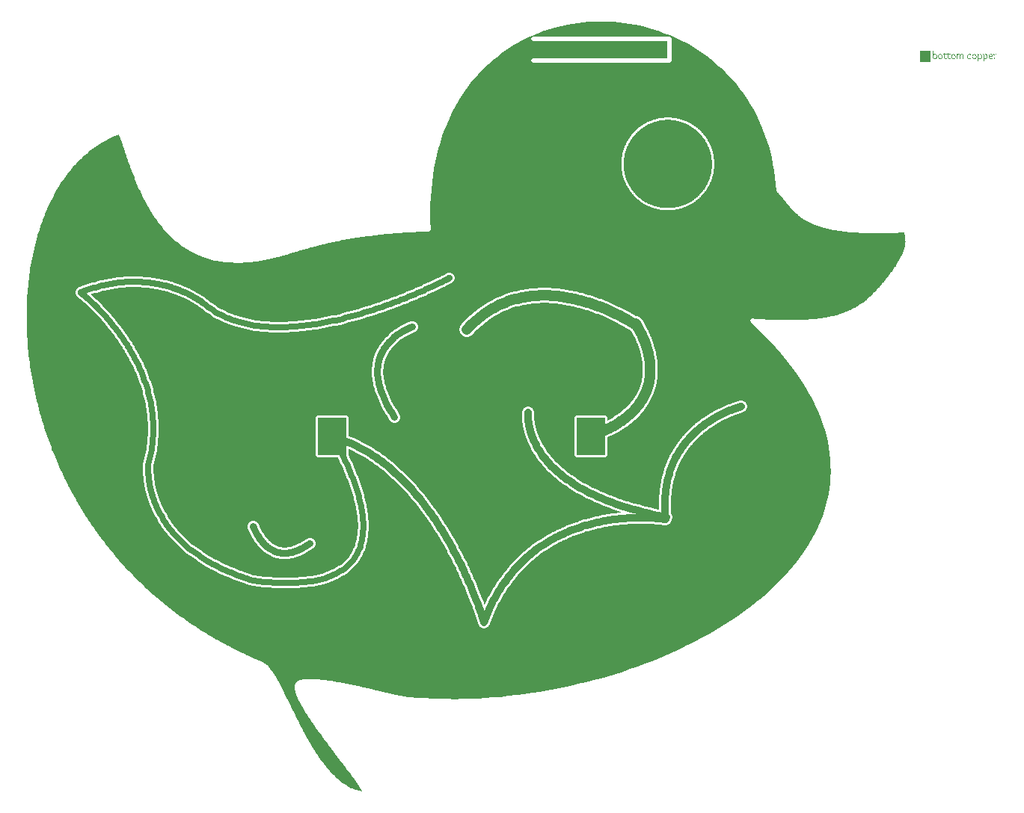
<source format=gbl>
G04                                                      *
G04 Greetings!                                           *
G04 This Gerber was generated by PCBmodE, an open source *
G04 PCB design software. Get it here:                    *
G04                                                      *
G04   http://pcbmode.com                                 *
G04                                                      *
G04 Also visit                                           *
G04                                                      *
G04   http://boldport.com                                *
G04                                                      *
G04 and follow @boldport / @pcbmode for updates!         *
G04                                                      *

G04 leading zeros omitted (L); absolute data (A); 6 integer digits and 6 fractional digits *
%FSLAX66Y66*%

G04 mode (MO): millimeters (MM) *
%MOMM*%

G04 Aperture definitions *
%ADD10C,0.001X*%
%ADD11C,0.001X*%
%ADD27C,0.71X*%
%ADD25C,1.29X*%
%ADD30C,0.82X*%
%ADD22C,1.68X*%
%ADD21C,1.21X*%
%ADD28C,1.18X*%
%ADD31C,0.79X*%
%ADD23C,1.35X*%
%ADD20C,0.50X*%
%ADD29C,0.85X*%
%ADD26C,1.28X*%
%ADD32C,0.78X*%
%ADD24C,1.32X*%

%LPD*%
G36*
G01X57613117Y-7566613D02*
G01X72985533Y-7566613D01*
G01X72985533Y-10041172D01*
G01X57613117Y-10041172D01*
G37*
G36*
G01X10786785Y-18100513D02*
G01X10786785Y-18100513D01*
G01X10825892Y-18160548D01*
G01X10865244Y-18226832D01*
G01X10904889Y-18299228D01*
G01X10944878Y-18377597D01*
G01X10985259Y-18461800D01*
G01X11026080Y-18551700D01*
G01X11067393Y-18647158D01*
G01X11109245Y-18748035D01*
G01X11151686Y-18854194D01*
G01X11194764Y-18965496D01*
G01X11238530Y-19081803D01*
G01X11283032Y-19202977D01*
G01X11328320Y-19328879D01*
G01X11374442Y-19459370D01*
G01X11421448Y-19594314D01*
G01X11469386Y-19733570D01*
G01X11518307Y-19877002D01*
G01X11568260Y-20024470D01*
G01X11619292Y-20175837D01*
G01X11671454Y-20330964D01*
G01X11724795Y-20489712D01*
G01X11779364Y-20651945D01*
G01X11835211Y-20817522D01*
G01X11892383Y-20986306D01*
G01X11950931Y-21158159D01*
G01X12010903Y-21332941D01*
G01X12072349Y-21510516D01*
G01X12135318Y-21690745D01*
G01X12199860Y-21873488D01*
G01X12266022Y-22058609D01*
G01X12333855Y-22245969D01*
G01X12403408Y-22435429D01*
G01X12474729Y-22626851D01*
G01X12547868Y-22820097D01*
G01X12622875Y-23015028D01*
G01X12699797Y-23211506D01*
G01X12778686Y-23409394D01*
G01X12859588Y-23608552D01*
G01X12942555Y-23808842D01*
G01X13027634Y-24010126D01*
G01X13114876Y-24212266D01*
G01X13204328Y-24415123D01*
G01X13296042Y-24618559D01*
G01X13390065Y-24822436D01*
G01X13486446Y-25026616D01*
G01X13585236Y-25230959D01*
G01X13686483Y-25435328D01*
G01X13790235Y-25639585D01*
G01X13896544Y-25843591D01*
G01X14005457Y-26047208D01*
G01X14117024Y-26250298D01*
G01X14231293Y-26452721D01*
G01X14348315Y-26654341D01*
G01X14468138Y-26855019D01*
G01X14590812Y-27054615D01*
G01X14716385Y-27252993D01*
G01X14844907Y-27450014D01*
G01X14976427Y-27645539D01*
G01X15110994Y-27839430D01*
G01X15248657Y-28031549D01*
G01X15389466Y-28221757D01*
G01X15533469Y-28409917D01*
G01X15680716Y-28595890D01*
G01X15831256Y-28779537D01*
G01X15985138Y-28960720D01*
G01X16142412Y-29139302D01*
G01X16303126Y-29315143D01*
G01X16467329Y-29488106D01*
G01X16635071Y-29658051D01*
G01X16806402Y-29824842D01*
G01X16981369Y-29988339D01*
G01X17160022Y-30148404D01*
G01X17342412Y-30304899D01*
G01X17528585Y-30457685D01*
G01X17718593Y-30606625D01*
G01X17912483Y-30751579D01*
G01X18110305Y-30892410D01*
G01X18312109Y-31028980D01*
G01X18517943Y-31161149D01*
G01X18727857Y-31288781D01*
G01X18941899Y-31411735D01*
G01X19160120Y-31529875D01*
G01X19382568Y-31643061D01*
G01X19609291Y-31751156D01*
G01X19840341Y-31854021D01*
G01X20075765Y-31951518D01*
G01X20315612Y-32043509D01*
G01X20559933Y-32129855D01*
G01X20808776Y-32210418D01*
G01X21062190Y-32285059D01*
G01X21320224Y-32353641D01*
G01X21582928Y-32416024D01*
G01X21850351Y-32472072D01*
G01X22122542Y-32521645D01*
G01X22399550Y-32564605D01*
G01X22681424Y-32600813D01*
G01X22968214Y-32630133D01*
G01X23259968Y-32652424D01*
G01X23556736Y-32667549D01*
G01X23858567Y-32675370D01*
G01X23858567Y-32675370D01*
G01X23858567Y-32675370D01*
G01X24038477Y-32676861D01*
G01X24215956Y-32676451D01*
G01X24391100Y-32674175D01*
G01X24564009Y-32670068D01*
G01X24734781Y-32664166D01*
G01X24903514Y-32656505D01*
G01X25070306Y-32647119D01*
G01X25235257Y-32636045D01*
G01X25398464Y-32623317D01*
G01X25560026Y-32608971D01*
G01X25720041Y-32593043D01*
G01X25878608Y-32575569D01*
G01X26035824Y-32556582D01*
G01X26191790Y-32536119D01*
G01X26346601Y-32514216D01*
G01X26500359Y-32490908D01*
G01X26653159Y-32466230D01*
G01X26805102Y-32440217D01*
G01X26956285Y-32412906D01*
G01X27106807Y-32384331D01*
G01X27256766Y-32354529D01*
G01X27406261Y-32323533D01*
G01X27555389Y-32291381D01*
G01X27704250Y-32258107D01*
G01X27852942Y-32223747D01*
G01X28001563Y-32188336D01*
G01X28150211Y-32151910D01*
G01X28298985Y-32114504D01*
G01X28447984Y-32076154D01*
G01X28597305Y-32036895D01*
G01X28747047Y-31996762D01*
G01X28897309Y-31955791D01*
G01X29048189Y-31914017D01*
G01X29199785Y-31871476D01*
G01X29352196Y-31828204D01*
G01X29505520Y-31784235D01*
G01X29659855Y-31739606D01*
G01X29815300Y-31694351D01*
G01X29971954Y-31648506D01*
G01X30129914Y-31602106D01*
G01X30289279Y-31555188D01*
G01X30450147Y-31507785D01*
G01X30612618Y-31459935D01*
G01X30776789Y-31411672D01*
G01X30942758Y-31363032D01*
G01X31110624Y-31314049D01*
G01X31280486Y-31264761D01*
G01X31452441Y-31215201D01*
G01X31626589Y-31165406D01*
G01X31803028Y-31115411D01*
G01X31981855Y-31065251D01*
G01X32163170Y-31014962D01*
G01X32347070Y-30964580D01*
G01X32533655Y-30914139D01*
G01X32723022Y-30863675D01*
G01X32915270Y-30813224D01*
G01X33110498Y-30762821D01*
G01X33308803Y-30712501D01*
G01X33510285Y-30662301D01*
G01X33715041Y-30612254D01*
G01X33923170Y-30562398D01*
G01X34134770Y-30512767D01*
G01X34349940Y-30463396D01*
G01X34568778Y-30414322D01*
G01X34791383Y-30365579D01*
G01X35017853Y-30317204D01*
G01X35248285Y-30269231D01*
G01X35482780Y-30221695D01*
G01X35721435Y-30174634D01*
G01X35964348Y-30128081D01*
G01X36211618Y-30082072D01*
G01X36463343Y-30036643D01*
G01X36719622Y-29991829D01*
G01X36980553Y-29947666D01*
G01X37246235Y-29904189D01*
G01X37516765Y-29861433D01*
G01X37792243Y-29819435D01*
G01X38072766Y-29778229D01*
G01X38358433Y-29737850D01*
G01X38649343Y-29698335D01*
G01X38945593Y-29659719D01*
G01X39247283Y-29622037D01*
G01X39554510Y-29585324D01*
G01X39867374Y-29549616D01*
G01X40185971Y-29514949D01*
G01X40510402Y-29481358D01*
G01X40840764Y-29448879D01*
G01X41177155Y-29417546D01*
G01X41519674Y-29387395D01*
G01X41868420Y-29358463D01*
G01X42223490Y-29330783D01*
G01X42584984Y-29304392D01*
G01X42952999Y-29279325D01*
G01X43327634Y-29255618D01*
G01X43708988Y-29233305D01*
G01X44097158Y-29212423D01*
G01X44492243Y-29193007D01*
G01X44894342Y-29175092D01*
G01X45303553Y-29158714D01*
G01X45719974Y-29143908D01*
G01X45719974Y-29143908D01*
G01X45719974Y-29143908D01*
G01X45690641Y-28209981D01*
G01X45685259Y-27295465D01*
G01X45703356Y-26400317D01*
G01X45744463Y-25524492D01*
G01X45808111Y-24667947D01*
G01X45893830Y-23830637D01*
G01X46001149Y-23012519D01*
G01X46129601Y-22213550D01*
G01X46278714Y-21433684D01*
G01X46448018Y-20672879D01*
G01X46637046Y-19931090D01*
G01X46845325Y-19208273D01*
G01X47072388Y-18504385D01*
G01X47317764Y-17819381D01*
G01X47580983Y-17153219D01*
G01X47861576Y-16505853D01*
G01X48159073Y-15877240D01*
G01X48473005Y-15267336D01*
G01X48802901Y-14676098D01*
G01X49148292Y-14103480D01*
G01X49508708Y-13549440D01*
G01X49883680Y-13013934D01*
G01X50272737Y-12496917D01*
G01X50675411Y-11998347D01*
G01X51091231Y-11518178D01*
G01X51519728Y-11056367D01*
G01X51960432Y-10612870D01*
G01X52412873Y-10187643D01*
G01X52876582Y-9780643D01*
G01X53351088Y-9391825D01*
G01X53835923Y-9021145D01*
G01X54330616Y-8668560D01*
G01X54834698Y-8334026D01*
G01X55347699Y-8017499D01*
G01X55869150Y-7718935D01*
G01X56398580Y-7438290D01*
G01X56935520Y-7175520D01*
G01X57479500Y-6930582D01*
G01X58030051Y-6703431D01*
G01X58586702Y-6494023D01*
G01X59148985Y-6302316D01*
G01X59716429Y-6128264D01*
G01X60288565Y-5971823D01*
G01X60864923Y-5832951D01*
G01X61445033Y-5711603D01*
G01X62028426Y-5607735D01*
G01X62614631Y-5521304D01*
G01X63203180Y-5452265D01*
G01X63793602Y-5400574D01*
G01X64385429Y-5366189D01*
G01X64978189Y-5349064D01*
G01X65571413Y-5349155D01*
G01X66164632Y-5366420D01*
G01X66757376Y-5400814D01*
G01X67349176Y-5452293D01*
G01X67939561Y-5520814D01*
G01X68528061Y-5606332D01*
G01X69114208Y-5708803D01*
G01X69697532Y-5828185D01*
G01X70277562Y-5964432D01*
G01X70853829Y-6117500D01*
G01X71425863Y-6287347D01*
G01X71993195Y-6473928D01*
G01X72555355Y-6677200D01*
G01X73111873Y-6897117D01*
G01X73662279Y-7133637D01*
G01X74206104Y-7386716D01*
G01X74742879Y-7656309D01*
G01X75272132Y-7942373D01*
G01X75793396Y-8244864D01*
G01X76306199Y-8563738D01*
G01X76810073Y-8898951D01*
G01X77304547Y-9250460D01*
G01X77789152Y-9618219D01*
G01X78263418Y-10002187D01*
G01X78726876Y-10402317D01*
G01X79179055Y-10818568D01*
G01X79619486Y-11250894D01*
G01X80047700Y-11699252D01*
G01X80463226Y-12163598D01*
G01X80865595Y-12643889D01*
G01X81254337Y-13140079D01*
G01X81628983Y-13652126D01*
G01X81989063Y-14179985D01*
G01X82334107Y-14723613D01*
G01X82663645Y-15282966D01*
G01X82977207Y-15857999D01*
G01X83274325Y-16448670D01*
G01X83554528Y-17054933D01*
G01X83817346Y-17676745D01*
G01X84062311Y-18314063D01*
G01X84288951Y-18966842D01*
G01X84496798Y-19635039D01*
G01X84685382Y-20318609D01*
G01X84854233Y-21017509D01*
G01X85002881Y-21731694D01*
G01X85130856Y-22461122D01*
G01X85237690Y-23205747D01*
G01X85322912Y-23965527D01*
G01X85386052Y-24740417D01*
G01X85386052Y-24740417D01*
G01X85386052Y-24740417D01*
G01X85455399Y-24809526D01*
G01X85523351Y-24878939D01*
G01X85589995Y-24948632D01*
G01X85655420Y-25018580D01*
G01X85719717Y-25088760D01*
G01X85782973Y-25159148D01*
G01X85845278Y-25229718D01*
G01X85906721Y-25300448D01*
G01X85967391Y-25371313D01*
G01X86027378Y-25442288D01*
G01X86086769Y-25513350D01*
G01X86145655Y-25584474D01*
G01X86204124Y-25655636D01*
G01X86262265Y-25726812D01*
G01X86320168Y-25797978D01*
G01X86377921Y-25869110D01*
G01X86435614Y-25940183D01*
G01X86493335Y-26011174D01*
G01X86551174Y-26082057D01*
G01X86609220Y-26152810D01*
G01X86667562Y-26223408D01*
G01X86726288Y-26293826D01*
G01X86785488Y-26364040D01*
G01X86845252Y-26434027D01*
G01X86905667Y-26503762D01*
G01X86966823Y-26573221D01*
G01X87028810Y-26642380D01*
G01X87091716Y-26711214D01*
G01X87155630Y-26779700D01*
G01X87220642Y-26847813D01*
G01X87286840Y-26915529D01*
G01X87354313Y-26982824D01*
G01X87423151Y-27049674D01*
G01X87493442Y-27116054D01*
G01X87565277Y-27181941D01*
G01X87638743Y-27247310D01*
G01X87713929Y-27312137D01*
G01X87790926Y-27376398D01*
G01X87869822Y-27440069D01*
G01X87950705Y-27503125D01*
G01X88033666Y-27565543D01*
G01X88118792Y-27627298D01*
G01X88206174Y-27688366D01*
G01X88295900Y-27748723D01*
G01X88388060Y-27808344D01*
G01X88482741Y-27867206D01*
G01X88580035Y-27925285D01*
G01X88680028Y-27982555D01*
G01X88782811Y-28038994D01*
G01X88888473Y-28094576D01*
G01X88997103Y-28149278D01*
G01X89108789Y-28203076D01*
G01X89223621Y-28255945D01*
G01X89341688Y-28307861D01*
G01X89463079Y-28358800D01*
G01X89587883Y-28408738D01*
G01X89716188Y-28457651D01*
G01X89848085Y-28505514D01*
G01X89983663Y-28552303D01*
G01X90123009Y-28597995D01*
G01X90266214Y-28642564D01*
G01X90413366Y-28685988D01*
G01X90564554Y-28728241D01*
G01X90719868Y-28769299D01*
G01X90879397Y-28809139D01*
G01X91043229Y-28847735D01*
G01X91211454Y-28885065D01*
G01X91384160Y-28921104D01*
G01X91561437Y-28955827D01*
G01X91743375Y-28989210D01*
G01X91930061Y-29021230D01*
G01X92121585Y-29051862D01*
G01X92318036Y-29081081D01*
G01X92519504Y-29108865D01*
G01X92726076Y-29135188D01*
G01X92937843Y-29160027D01*
G01X93154893Y-29183356D01*
G01X93377315Y-29205153D01*
G01X93605199Y-29225393D01*
G01X93838633Y-29244051D01*
G01X94077707Y-29261104D01*
G01X94322510Y-29276527D01*
G01X94573130Y-29290297D01*
G01X94829657Y-29302388D01*
G01X95092180Y-29312778D01*
G01X95360787Y-29321441D01*
G01X95635569Y-29328353D01*
G01X95916614Y-29333491D01*
G01X96204010Y-29336831D01*
G01X96497848Y-29338347D01*
G01X96798216Y-29338016D01*
G01X97105203Y-29335813D01*
G01X97418898Y-29331716D01*
G01X97739391Y-29325698D01*
G01X98066771Y-29317737D01*
G01X98401125Y-29307807D01*
G01X98742545Y-29295886D01*
G01X99091118Y-29281948D01*
G01X99446933Y-29265969D01*
G01X99810081Y-29247926D01*
G01X99810081Y-29247926D01*
G01X99810081Y-29247926D01*
G01X99827702Y-29335754D01*
G01X99844791Y-29421310D01*
G01X99861280Y-29504740D01*
G01X99877101Y-29586188D01*
G01X99892188Y-29665797D01*
G01X99906472Y-29743712D01*
G01X99919887Y-29820077D01*
G01X99932365Y-29895035D01*
G01X99943839Y-29968731D01*
G01X99954242Y-30041309D01*
G01X99963506Y-30112912D01*
G01X99971563Y-30183685D01*
G01X99978347Y-30253773D01*
G01X99983791Y-30323318D01*
G01X99987826Y-30392465D01*
G01X99990386Y-30461358D01*
G01X99991404Y-30530141D01*
G01X99990811Y-30598959D01*
G01X99988540Y-30667954D01*
G01X99984525Y-30737272D01*
G01X99978698Y-30807056D01*
G01X99970992Y-30877450D01*
G01X99961339Y-30948598D01*
G01X99949672Y-31020645D01*
G01X99935923Y-31093734D01*
G01X99920026Y-31168010D01*
G01X99901912Y-31243616D01*
G01X99881516Y-31320697D01*
G01X99858768Y-31399396D01*
G01X99833603Y-31479858D01*
G01X99805952Y-31562226D01*
G01X99775748Y-31646645D01*
G01X99742925Y-31733259D01*
G01X99707414Y-31822212D01*
G01X99669149Y-31913648D01*
G01X99628061Y-32007710D01*
G01X99584084Y-32104543D01*
G01X99537151Y-32204291D01*
G01X99487193Y-32307099D01*
G01X99434144Y-32413109D01*
G01X99377937Y-32522466D01*
G01X99318504Y-32635315D01*
G01X99255777Y-32751798D01*
G01X99189690Y-32872061D01*
G01X99120174Y-32996247D01*
G01X99047164Y-33124500D01*
G01X98970590Y-33256965D01*
G01X98890387Y-33393785D01*
G01X98806487Y-33535104D01*
G01X98718822Y-33681067D01*
G01X98718822Y-33681067D01*
G01X98718822Y-33681067D01*
G01X98610061Y-33827029D01*
G01X98502250Y-33971057D01*
G01X98395326Y-34113155D01*
G01X98289226Y-34253329D01*
G01X98183889Y-34391584D01*
G01X98079250Y-34527924D01*
G01X97975247Y-34662356D01*
G01X97871819Y-34794883D01*
G01X97768901Y-34925511D01*
G01X97666432Y-35054246D01*
G01X97564350Y-35181092D01*
G01X97462590Y-35306054D01*
G01X97361091Y-35429138D01*
G01X97259790Y-35550348D01*
G01X97158625Y-35669690D01*
G01X97057532Y-35787168D01*
G01X96956449Y-35902788D01*
G01X96855314Y-36016555D01*
G01X96754064Y-36128473D01*
G01X96652636Y-36238549D01*
G01X96550967Y-36346786D01*
G01X96448996Y-36453191D01*
G01X96346659Y-36557768D01*
G01X96243894Y-36660522D01*
G01X96140637Y-36761458D01*
G01X96036827Y-36860582D01*
G01X95932401Y-36957899D01*
G01X95827296Y-37053412D01*
G01X95721450Y-37147129D01*
G01X95614800Y-37239053D01*
G01X95507282Y-37329190D01*
G01X95398836Y-37417545D01*
G01X95289397Y-37504123D01*
G01X95178904Y-37588928D01*
G01X95067294Y-37671967D01*
G01X94954504Y-37753244D01*
G01X94840471Y-37832765D01*
G01X94725133Y-37910533D01*
G01X94608427Y-37986556D01*
G01X94490291Y-38060836D01*
G01X94370662Y-38133380D01*
G01X94249477Y-38204193D01*
G01X94126674Y-38273279D01*
G01X94002190Y-38340645D01*
G01X93875962Y-38406294D01*
G01X93747928Y-38470232D01*
G01X93618026Y-38532464D01*
G01X93486191Y-38592995D01*
G01X93352363Y-38651831D01*
G01X93216478Y-38708976D01*
G01X93078474Y-38764435D01*
G01X92938287Y-38818213D01*
G01X92795856Y-38870316D01*
G01X92651118Y-38920749D01*
G01X92504010Y-38969516D01*
G01X92354469Y-39016623D01*
G01X92202433Y-39062074D01*
G01X92047840Y-39105876D01*
G01X91890625Y-39148033D01*
G01X91730728Y-39188549D01*
G01X91568085Y-39227431D01*
G01X91402634Y-39264683D01*
G01X91234312Y-39300310D01*
G01X91063056Y-39334317D01*
G01X90888804Y-39366710D01*
G01X90711493Y-39397494D01*
G01X90531061Y-39426673D01*
G01X90347445Y-39454253D01*
G01X90160581Y-39480238D01*
G01X89970409Y-39504634D01*
G01X89776864Y-39527446D01*
G01X89579885Y-39548680D01*
G01X89379409Y-39568339D01*
G01X89175372Y-39586429D01*
G01X88967713Y-39602955D01*
G01X88756369Y-39617923D01*
G01X88541277Y-39631337D01*
G01X88322375Y-39643203D01*
G01X88099599Y-39653525D01*
G01X87872888Y-39662309D01*
G01X87642178Y-39669559D01*
G01X87407408Y-39675281D01*
G01X87168514Y-39679480D01*
G01X86925433Y-39682161D01*
G01X86678104Y-39683328D01*
G01X86426463Y-39682988D01*
G01X86170448Y-39681145D01*
G01X85909997Y-39677804D01*
G01X85645046Y-39672971D01*
G01X85375533Y-39666650D01*
G01X85101395Y-39658846D01*
G01X84822570Y-39649565D01*
G01X84538995Y-39638811D01*
G01X84250607Y-39626590D01*
G01X83957345Y-39612907D01*
G01X83659144Y-39597766D01*
G01X83355943Y-39581174D01*
G01X83047679Y-39563134D01*
G01X82734289Y-39543653D01*
G01X82415711Y-39522735D01*
G01X82415711Y-39522735D01*
G01X82415711Y-39522735D01*
G01X83206437Y-40272673D01*
G01X83958022Y-41020046D01*
G01X84670929Y-41764733D01*
G01X85345623Y-42506615D01*
G01X85982567Y-43245569D01*
G01X86582227Y-43981476D01*
G01X87145065Y-44714214D01*
G01X87671547Y-45443663D01*
G01X88162136Y-46169701D01*
G01X88617297Y-46892209D01*
G01X89037493Y-47611065D01*
G01X89423190Y-48326149D01*
G01X89774850Y-49037339D01*
G01X90092938Y-49744516D01*
G01X90377919Y-50447557D01*
G01X90630256Y-51146344D01*
G01X90850414Y-51840754D01*
G01X91038856Y-52530666D01*
G01X91196047Y-53215961D01*
G01X91322452Y-53896518D01*
G01X91418533Y-54572215D01*
G01X91484756Y-55242931D01*
G01X91521584Y-55908547D01*
G01X91529482Y-56568941D01*
G01X91508914Y-57223993D01*
G01X91460343Y-57873581D01*
G01X91384235Y-58517585D01*
G01X91281053Y-59155885D01*
G01X91151261Y-59788358D01*
G01X90995324Y-60414886D01*
G01X90813706Y-61035346D01*
G01X90606870Y-61649618D01*
G01X90375282Y-62257582D01*
G01X90119404Y-62859116D01*
G01X89839702Y-63454100D01*
G01X89536639Y-64042413D01*
G01X89210680Y-64623934D01*
G01X88862288Y-65198543D01*
G01X88491928Y-65766118D01*
G01X88100065Y-66326539D01*
G01X87687161Y-66879685D01*
G01X87253682Y-67425435D01*
G01X86800091Y-67963669D01*
G01X86326853Y-68494266D01*
G01X85834432Y-69017105D01*
G01X85323292Y-69532065D01*
G01X84793896Y-70039025D01*
G01X84246710Y-70537866D01*
G01X83682197Y-71028465D01*
G01X83100822Y-71510702D01*
G01X82503049Y-71984456D01*
G01X81889341Y-72449607D01*
G01X81260163Y-72906034D01*
G01X80615979Y-73353616D01*
G01X79957254Y-73792232D01*
G01X79284451Y-74221762D01*
G01X78598035Y-74642084D01*
G01X77898469Y-75053079D01*
G01X77186218Y-75454624D01*
G01X76461746Y-75846600D01*
G01X75725518Y-76228885D01*
G01X74977996Y-76601360D01*
G01X74219646Y-76963902D01*
G01X73450932Y-77316392D01*
G01X72672317Y-77658708D01*
G01X71884267Y-77990730D01*
G01X71087244Y-78312336D01*
G01X70281714Y-78623407D01*
G01X69468140Y-78923822D01*
G01X68646986Y-79213459D01*
G01X67818718Y-79492198D01*
G01X66983798Y-79759918D01*
G01X66142690Y-80016498D01*
G01X65295861Y-80261818D01*
G01X64443772Y-80495756D01*
G01X63586888Y-80718193D01*
G01X62725675Y-80929006D01*
G01X61860595Y-81128077D01*
G01X60992112Y-81315283D01*
G01X60120692Y-81490503D01*
G01X59246798Y-81653618D01*
G01X58370894Y-81804506D01*
G01X57493445Y-81943047D01*
G01X56614914Y-82069119D01*
G01X55735766Y-82182603D01*
G01X54856465Y-82283377D01*
G01X53977475Y-82371320D01*
G01X53099261Y-82446312D01*
G01X52222285Y-82508232D01*
G01X51347013Y-82556959D01*
G01X50473909Y-82592372D01*
G01X49603436Y-82614351D01*
G01X48736060Y-82622775D01*
G01X47872243Y-82617522D01*
G01X47012451Y-82598473D01*
G01X46157147Y-82565507D01*
G01X45306796Y-82518502D01*
G01X44461861Y-82457338D01*
G01X43622808Y-82381894D01*
G01X42790099Y-82292050D01*
G01X42790099Y-82292050D01*
G01X42790099Y-82292050D01*
G01X42743400Y-82286909D01*
G01X42693365Y-82280554D01*
G01X42640053Y-82273013D01*
G01X42583524Y-82264316D01*
G01X42523839Y-82254491D01*
G01X42461057Y-82243568D01*
G01X42395239Y-82231575D01*
G01X42326443Y-82218542D01*
G01X42254732Y-82204498D01*
G01X42180163Y-82189471D01*
G01X42102799Y-82173492D01*
G01X42022697Y-82156588D01*
G01X41939920Y-82138789D01*
G01X41854526Y-82120123D01*
G01X41766575Y-82100621D01*
G01X41676128Y-82080311D01*
G01X41583245Y-82059222D01*
G01X41487986Y-82037382D01*
G01X41390410Y-82014822D01*
G01X41290578Y-81991570D01*
G01X41188550Y-81967656D01*
G01X41084385Y-81943107D01*
G01X40978145Y-81917954D01*
G01X40869888Y-81892225D01*
G01X40759675Y-81865949D01*
G01X40647566Y-81839156D01*
G01X40533621Y-81811874D01*
G01X40417900Y-81784133D01*
G01X40300463Y-81755961D01*
G01X40181370Y-81727388D01*
G01X40060681Y-81698442D01*
G01X39938456Y-81669153D01*
G01X39814755Y-81639550D01*
G01X39689639Y-81609661D01*
G01X39563166Y-81579516D01*
G01X39435398Y-81549144D01*
G01X39306394Y-81518574D01*
G01X39176214Y-81487835D01*
G01X39044918Y-81456955D01*
G01X38912567Y-81425965D01*
G01X38779220Y-81394892D01*
G01X38644938Y-81363767D01*
G01X38509779Y-81332618D01*
G01X38373805Y-81301473D01*
G01X38237076Y-81270363D01*
G01X38099651Y-81239317D01*
G01X37961591Y-81208362D01*
G01X37822955Y-81177529D01*
G01X37683803Y-81146846D01*
G01X37544197Y-81116342D01*
G01X37404194Y-81086047D01*
G01X37263857Y-81055989D01*
G01X37123244Y-81026198D01*
G01X36982416Y-80996703D01*
G01X36841432Y-80967532D01*
G01X36700353Y-80938714D01*
G01X36559239Y-80910279D01*
G01X36418150Y-80882256D01*
G01X36277146Y-80854674D01*
G01X36136286Y-80827561D01*
G01X35995632Y-80800947D01*
G01X35855242Y-80774862D01*
G01X35715177Y-80749333D01*
G01X35575497Y-80724390D01*
G01X35436262Y-80700061D01*
G01X35297532Y-80676377D01*
G01X35159367Y-80653366D01*
G01X35021828Y-80631058D01*
G01X34884973Y-80609480D01*
G01X34748863Y-80588662D01*
G01X34613559Y-80568634D01*
G01X34479120Y-80549424D01*
G01X34345606Y-80531061D01*
G01X34213077Y-80513575D01*
G01X34081593Y-80496994D01*
G01X33951215Y-80481348D01*
G01X33822002Y-80466665D01*
G01X33694014Y-80452974D01*
G01X33567312Y-80440305D01*
G01X33441955Y-80428687D01*
G01X33318004Y-80418148D01*
G01X33195518Y-80408718D01*
G01X33074558Y-80400426D01*
G01X32955183Y-80393300D01*
G01X32837453Y-80387371D01*
G01X32721429Y-80382666D01*
G01X32607171Y-80379215D01*
G01X32494738Y-80377047D01*
G01X32384191Y-80376191D01*
G01X32275590Y-80376675D01*
G01X32168994Y-80378530D01*
G01X32064465Y-80381784D01*
G01X31962060Y-80386467D01*
G01X31861842Y-80392606D01*
G01X31763869Y-80400232D01*
G01X31668203Y-80409372D01*
G01X31574902Y-80420058D01*
G01X31484027Y-80432316D01*
G01X31395638Y-80446177D01*
G01X31309795Y-80461669D01*
G01X31309795Y-80461669D01*
G01X31309795Y-80461669D01*
G01X31229459Y-80481446D01*
G01X31157446Y-80508046D01*
G01X31093593Y-80541326D01*
G01X31037741Y-80581144D01*
G01X30989728Y-80627355D01*
G01X30949393Y-80679817D01*
G01X30916576Y-80738388D01*
G01X30891114Y-80802923D01*
G01X30872849Y-80873281D01*
G01X30861618Y-80949317D01*
G01X30857260Y-81030889D01*
G01X30859615Y-81117854D01*
G01X30868522Y-81210069D01*
G01X30883819Y-81307390D01*
G01X30905347Y-81409676D01*
G01X30932943Y-81516782D01*
G01X30966447Y-81628565D01*
G01X31005699Y-81744884D01*
G01X31050536Y-81865594D01*
G01X31100799Y-81990553D01*
G01X31156326Y-82119617D01*
G01X31216956Y-82252644D01*
G01X31282529Y-82389490D01*
G01X31352883Y-82530013D01*
G01X31427858Y-82674069D01*
G01X31507292Y-82821516D01*
G01X31591026Y-82972210D01*
G01X31678896Y-83126009D01*
G01X31770744Y-83282769D01*
G01X31866407Y-83442347D01*
G01X31965726Y-83604600D01*
G01X32068538Y-83769386D01*
G01X32174683Y-83936561D01*
G01X32284001Y-84105982D01*
G01X32396330Y-84277506D01*
G01X32511509Y-84450991D01*
G01X32629377Y-84626292D01*
G01X32749774Y-84803268D01*
G01X32872539Y-84981774D01*
G01X32997509Y-85161669D01*
G01X33124526Y-85342808D01*
G01X33253427Y-85525050D01*
G01X33384052Y-85708250D01*
G01X33516240Y-85892267D01*
G01X33649830Y-86076956D01*
G01X33784660Y-86262175D01*
G01X33920571Y-86447781D01*
G01X34057401Y-86633630D01*
G01X34194988Y-86819580D01*
G01X34333174Y-87005488D01*
G01X34471795Y-87191211D01*
G01X34610692Y-87376605D01*
G01X34749703Y-87561528D01*
G01X34888668Y-87745837D01*
G01X35027425Y-87929388D01*
G01X35165814Y-88112038D01*
G01X35303673Y-88293645D01*
G01X35440843Y-88474066D01*
G01X35577161Y-88653157D01*
G01X35712467Y-88830775D01*
G01X35846600Y-89006778D01*
G01X35979399Y-89181022D01*
G01X36110703Y-89353364D01*
G01X36240352Y-89523662D01*
G01X36368183Y-89691772D01*
G01X36494037Y-89857551D01*
G01X36617753Y-90020856D01*
G01X36739168Y-90181545D01*
G01X36858124Y-90339473D01*
G01X36974457Y-90494499D01*
G01X37088009Y-90646479D01*
G01X37198617Y-90795270D01*
G01X37306121Y-90940728D01*
G01X37410360Y-91082712D01*
G01X37511173Y-91221078D01*
G01X37608399Y-91355682D01*
G01X37701876Y-91486383D01*
G01X37791445Y-91613036D01*
G01X37876944Y-91735499D01*
G01X37958213Y-91853629D01*
G01X38035089Y-91967283D01*
G01X38107413Y-92076318D01*
G01X38175024Y-92180590D01*
G01X38237760Y-92279957D01*
G01X38295461Y-92374275D01*
G01X38347965Y-92463402D01*
G01X38395112Y-92547195D01*
G01X38436741Y-92625510D01*
G01X38472691Y-92698205D01*
G01X38502800Y-92765136D01*
G01X38526909Y-92826161D01*
G01X38544856Y-92881136D01*
G01X38556479Y-92929919D01*
G01X38561619Y-92972366D01*
G01X38560115Y-93008334D01*
G01X38551804Y-93037680D01*
G01X38536527Y-93060262D01*
G01X38514123Y-93075936D01*
G01X38484430Y-93084560D01*
G01X38447288Y-93085989D01*
G01X38447288Y-93085989D01*
G01X38447288Y-93085989D01*
G01X38269273Y-93072416D01*
G01X38092839Y-93051158D01*
G01X37917976Y-93022368D01*
G01X37744674Y-92986197D01*
G01X37572924Y-92942801D01*
G01X37402714Y-92892331D01*
G01X37234036Y-92834940D01*
G01X37066880Y-92770782D01*
G01X36901234Y-92700009D01*
G01X36737090Y-92622774D01*
G01X36574438Y-92539230D01*
G01X36413267Y-92449530D01*
G01X36253568Y-92353828D01*
G01X36095330Y-92252275D01*
G01X35938544Y-92145026D01*
G01X35783199Y-92032232D01*
G01X35629286Y-91914047D01*
G01X35476795Y-91790624D01*
G01X35325716Y-91662116D01*
G01X35176038Y-91528676D01*
G01X35027753Y-91390456D01*
G01X34880849Y-91247609D01*
G01X34735317Y-91100289D01*
G01X34591148Y-90948649D01*
G01X34448330Y-90792841D01*
G01X34306854Y-90633019D01*
G01X34166711Y-90469334D01*
G01X34027890Y-90301941D01*
G01X33890381Y-90130993D01*
G01X33754174Y-89956641D01*
G01X33619259Y-89779040D01*
G01X33485627Y-89598341D01*
G01X33353268Y-89414699D01*
G01X33222170Y-89228265D01*
G01X33092325Y-89039193D01*
G01X32963723Y-88847637D01*
G01X32836353Y-88653748D01*
G01X32710206Y-88457679D01*
G01X32585272Y-88259585D01*
G01X32461540Y-88059617D01*
G01X32339001Y-87857928D01*
G01X32217644Y-87654672D01*
G01X32097461Y-87450002D01*
G01X31978440Y-87244070D01*
G01X31860572Y-87037029D01*
G01X31743847Y-86829033D01*
G01X31628255Y-86620234D01*
G01X31513787Y-86410785D01*
G01X31400431Y-86200839D01*
G01X31288178Y-85990549D01*
G01X31177019Y-85780068D01*
G01X31066942Y-85569550D01*
G01X30957939Y-85359146D01*
G01X30849999Y-85149010D01*
G01X30743113Y-84939295D01*
G01X30637270Y-84730153D01*
G01X30532460Y-84521739D01*
G01X30428674Y-84314204D01*
G01X30325901Y-84107701D01*
G01X30224132Y-83902384D01*
G01X30123356Y-83698406D01*
G01X30023564Y-83495919D01*
G01X29924746Y-83295077D01*
G01X29826891Y-83096031D01*
G01X29729990Y-82898937D01*
G01X29634033Y-82703945D01*
G01X29539010Y-82511209D01*
G01X29444910Y-82320883D01*
G01X29351725Y-82133119D01*
G01X29259443Y-81948069D01*
G01X29168056Y-81765888D01*
G01X29077552Y-81586728D01*
G01X28987923Y-81410741D01*
G01X28899157Y-81238081D01*
G01X28811246Y-81068901D01*
G01X28724179Y-80903354D01*
G01X28637947Y-80741592D01*
G01X28552538Y-80583769D01*
G01X28467944Y-80430037D01*
G01X28384154Y-80280550D01*
G01X28301159Y-80135460D01*
G01X28218949Y-79994921D01*
G01X28137512Y-79859085D01*
G01X28056841Y-79728105D01*
G01X27976924Y-79602135D01*
G01X27897751Y-79481326D01*
G01X27819313Y-79365833D01*
G01X27741600Y-79255808D01*
G01X27664602Y-79151404D01*
G01X27588309Y-79052773D01*
G01X27512710Y-78960070D01*
G01X27437796Y-78873446D01*
G01X27363557Y-78793055D01*
G01X27289984Y-78719050D01*
G01X27217065Y-78651584D01*
G01X27144791Y-78590809D01*
G01X27073153Y-78536879D01*
G01X27002139Y-78489946D01*
G01X26931741Y-78450164D01*
G01X26861948Y-78417685D01*
G01X26861948Y-78417685D01*
G01X26861948Y-78417685D01*
G01X26723159Y-78359963D01*
G01X26584766Y-78301903D01*
G01X26446769Y-78243506D01*
G01X26309168Y-78184773D01*
G01X26171962Y-78125705D01*
G01X26035152Y-78066303D01*
G01X25898736Y-78006568D01*
G01X25762715Y-77946501D01*
G01X25627088Y-77886104D01*
G01X25491856Y-77825378D01*
G01X25357017Y-77764323D01*
G01X25222572Y-77702941D01*
G01X25088520Y-77641233D01*
G01X24954861Y-77579200D01*
G01X24821595Y-77516843D01*
G01X24688721Y-77454163D01*
G01X24556239Y-77391162D01*
G01X24424149Y-77327840D01*
G01X24292451Y-77264198D01*
G01X24161143Y-77200238D01*
G01X24030227Y-77135960D01*
G01X23899702Y-77071367D01*
G01X23769567Y-77006458D01*
G01X23639822Y-76941236D01*
G01X23510467Y-76875700D01*
G01X23381502Y-76809853D01*
G01X23252926Y-76743695D01*
G01X23124739Y-76677228D01*
G01X22996941Y-76610452D01*
G01X22869531Y-76543369D01*
G01X22742510Y-76475979D01*
G01X22615876Y-76408285D01*
G01X22489630Y-76340286D01*
G01X22363772Y-76271984D01*
G01X22238301Y-76203381D01*
G01X22113216Y-76134477D01*
G01X21988518Y-76065273D01*
G01X21864206Y-75995771D01*
G01X21740280Y-75925971D01*
G01X21616740Y-75855875D01*
G01X21493586Y-75785483D01*
G01X21370816Y-75714798D01*
G01X21248432Y-75643820D01*
G01X21126432Y-75572550D01*
G01X21004816Y-75500988D01*
G01X20883584Y-75429138D01*
G01X20762736Y-75356998D01*
G01X20642272Y-75284572D01*
G01X20522191Y-75211858D01*
G01X20402492Y-75138860D01*
G01X20283176Y-75065577D01*
G01X20164243Y-74992012D01*
G01X20045692Y-74918164D01*
G01X19927522Y-74844036D01*
G01X19809734Y-74769627D01*
G01X19692328Y-74694940D01*
G01X19575302Y-74619976D01*
G01X19458657Y-74544735D01*
G01X19342392Y-74469219D01*
G01X19226507Y-74393428D01*
G01X19111003Y-74317365D01*
G01X18995878Y-74241029D01*
G01X18881132Y-74164423D01*
G01X18766765Y-74087546D01*
G01X18652777Y-74010401D01*
G01X18539167Y-73932989D01*
G01X18425936Y-73855309D01*
G01X18313082Y-73777365D01*
G01X18200606Y-73699156D01*
G01X18088507Y-73620684D01*
G01X17976786Y-73541950D01*
G01X17865441Y-73462955D01*
G01X17754472Y-73383700D01*
G01X17643880Y-73304186D01*
G01X17533664Y-73224415D01*
G01X17423824Y-73144387D01*
G01X17314359Y-73064103D01*
G01X17205269Y-72983565D01*
G01X17096553Y-72902774D01*
G01X16988213Y-72821731D01*
G01X16880246Y-72740437D01*
G01X16772654Y-72658893D01*
G01X16665435Y-72577100D01*
G01X16558590Y-72495059D01*
G01X16452118Y-72412771D01*
G01X16346019Y-72330238D01*
G01X16240292Y-72247461D01*
G01X16134938Y-72164440D01*
G01X16029955Y-72081177D01*
G01X15925345Y-71997673D01*
G01X15821106Y-71913929D01*
G01X15717238Y-71829946D01*
G01X15613741Y-71745726D01*
G01X15510615Y-71661268D01*
G01X15407859Y-71576575D01*
G01X15305473Y-71491648D01*
G01X15203457Y-71406487D01*
G01X15101810Y-71321094D01*
G01X15000533Y-71235470D01*
G01X14899625Y-71149615D01*
G01X14899625Y-71149615D01*
G01X14899625Y-71149615D01*
G01X14698914Y-70977221D01*
G01X14499676Y-70803919D01*
G01X14301907Y-70629719D01*
G01X14105607Y-70454630D01*
G01X13910773Y-70278660D01*
G01X13717403Y-70101819D01*
G01X13525493Y-69924115D01*
G01X13335043Y-69745557D01*
G01X13146050Y-69566153D01*
G01X12958511Y-69385913D01*
G01X12772425Y-69204846D01*
G01X12587789Y-69022960D01*
G01X12404601Y-68840264D01*
G01X12222859Y-68656767D01*
G01X12042560Y-68472478D01*
G01X11863703Y-68287405D01*
G01X11686285Y-68101558D01*
G01X11510303Y-67914945D01*
G01X11335756Y-67727576D01*
G01X11162641Y-67539458D01*
G01X10990957Y-67350601D01*
G01X10820700Y-67161014D01*
G01X10651869Y-66970705D01*
G01X10484462Y-66779683D01*
G01X10318475Y-66587958D01*
G01X10153908Y-66395537D01*
G01X9990757Y-66202430D01*
G01X9829021Y-66008646D01*
G01X9668697Y-65814194D01*
G01X9509783Y-65619081D01*
G01X9352277Y-65423318D01*
G01X9196177Y-65226913D01*
G01X9041480Y-65029874D01*
G01X8888184Y-64832211D01*
G01X8736286Y-64633933D01*
G01X8585786Y-64435048D01*
G01X8436680Y-64235564D01*
G01X8288966Y-64035492D01*
G01X8142642Y-63834840D01*
G01X7997706Y-63633616D01*
G01X7854155Y-63431830D01*
G01X7711987Y-63229490D01*
G01X7571201Y-63026605D01*
G01X7431793Y-62823184D01*
G01X7293762Y-62619235D01*
G01X7157105Y-62414769D01*
G01X7021820Y-62209793D01*
G01X6887905Y-62004316D01*
G01X6755358Y-61798347D01*
G01X6624176Y-61591895D01*
G01X6494358Y-61384969D01*
G01X6365900Y-61177577D01*
G01X6238801Y-60969729D01*
G01X6113058Y-60761433D01*
G01X5988670Y-60552698D01*
G01X5865634Y-60343533D01*
G01X5743947Y-60133947D01*
G01X5623608Y-59923949D01*
G01X5504615Y-59713547D01*
G01X5386964Y-59502750D01*
G01X5270655Y-59291567D01*
G01X5155683Y-59080007D01*
G01X5042049Y-58868079D01*
G01X4929748Y-58655791D01*
G01X4818780Y-58443153D01*
G01X4709141Y-58230173D01*
G01X4600829Y-58016861D01*
G01X4493843Y-57803224D01*
G01X4388180Y-57589272D01*
G01X4283838Y-57375013D01*
G01X4180814Y-57160457D01*
G01X4079106Y-56945612D01*
G01X3978713Y-56730487D01*
G01X3879631Y-56515092D01*
G01X3781859Y-56299433D01*
G01X3685394Y-56083522D01*
G01X3590235Y-55867366D01*
G01X3496378Y-55650974D01*
G01X3403822Y-55434355D01*
G01X3312565Y-55217518D01*
G01X3222603Y-55000472D01*
G01X3133936Y-54783225D01*
G01X3046561Y-54565787D01*
G01X2960475Y-54348166D01*
G01X2875676Y-54130371D01*
G01X2792162Y-53912411D01*
G01X2709932Y-53694295D01*
G01X2628981Y-53476031D01*
G01X2549310Y-53257628D01*
G01X2470914Y-53039096D01*
G01X2393792Y-52820443D01*
G01X2317942Y-52601678D01*
G01X2243361Y-52382810D01*
G01X2170048Y-52163847D01*
G01X2097999Y-51944798D01*
G01X2027214Y-51725673D01*
G01X1957689Y-51506480D01*
G01X1889422Y-51287227D01*
G01X1822411Y-51067925D01*
G01X1756654Y-50848581D01*
G01X1756654Y-50848581D01*
G01X1756654Y-50848581D01*
G01X1628892Y-50409804D01*
G01X1506119Y-49970967D01*
G01X1388317Y-49532141D01*
G01X1275467Y-49093396D01*
G01X1167552Y-48654804D01*
G01X1064555Y-48216434D01*
G01X0966457Y-47778358D01*
G01X0873240Y-47340646D01*
G01X0784886Y-46903369D01*
G01X0701378Y-46466598D01*
G01X0622699Y-46030402D01*
G01X0548829Y-45594853D01*
G01X0479751Y-45160022D01*
G01X0415447Y-44725979D01*
G01X0355900Y-44292795D01*
G01X0301092Y-43860540D01*
G01X0251004Y-43429285D01*
G01X0205619Y-42999101D01*
G01X0164919Y-42570059D01*
G01X0128886Y-42142228D01*
G01X0097503Y-41715680D01*
G01X0070750Y-41290486D01*
G01X0048612Y-40866715D01*
G01X0031069Y-40444440D01*
G01X0018104Y-40023729D01*
G01X0009700Y-39604655D01*
G01X0005837Y-39187288D01*
G01X0006499Y-38771697D01*
G01X0011667Y-38357955D01*
G01X0021324Y-37946132D01*
G01X0035451Y-37536297D01*
G01X0054032Y-37128523D01*
G01X0077047Y-36722880D01*
G01X0104480Y-36319437D01*
G01X0136312Y-35918267D01*
G01X0172526Y-35519439D01*
G01X0213103Y-35123025D01*
G01X0258026Y-34729094D01*
G01X0307277Y-34337719D01*
G01X0360838Y-33948968D01*
G01X0418692Y-33562913D01*
G01X0480819Y-33179625D01*
G01X0547204Y-32799174D01*
G01X0617827Y-32421632D01*
G01X0692670Y-32047067D01*
G01X0771717Y-31675552D01*
G01X0854949Y-31307157D01*
G01X0942348Y-30941952D01*
G01X1033897Y-30580009D01*
G01X1129577Y-30221397D01*
G01X1229371Y-29866188D01*
G01X1333261Y-29514452D01*
G01X1441229Y-29166260D01*
G01X1553256Y-28821682D01*
G01X1669327Y-28480790D01*
G01X1789421Y-28143653D01*
G01X1913523Y-27810343D01*
G01X2041613Y-27480930D01*
G01X2173674Y-27155485D01*
G01X2309687Y-26834078D01*
G01X2449637Y-26516780D01*
G01X2593503Y-26203662D01*
G01X2741269Y-25894795D01*
G01X2892916Y-25590248D01*
G01X3048428Y-25290094D01*
G01X3207785Y-24994402D01*
G01X3370970Y-24703242D01*
G01X3537966Y-24416687D01*
G01X3708754Y-24134806D01*
G01X3883316Y-23857670D01*
G01X4061635Y-23585350D01*
G01X4243693Y-23317916D01*
G01X4429472Y-23055439D01*
G01X4618954Y-22797990D01*
G01X4812121Y-22545639D01*
G01X5008956Y-22298458D01*
G01X5209440Y-22056516D01*
G01X5413555Y-21819884D01*
G01X5621285Y-21588633D01*
G01X5832611Y-21362834D01*
G01X6047514Y-21142557D01*
G01X6265978Y-20927873D01*
G01X6487985Y-20718853D01*
G01X6713516Y-20515567D01*
G01X6942553Y-20318086D01*
G01X7175080Y-20126481D01*
G01X7411078Y-19940821D01*
G01X7650528Y-19761179D01*
G01X7893414Y-19587625D01*
G01X8139718Y-19420228D01*
G01X8389421Y-19259061D01*
G01X8642506Y-19104193D01*
G01X8898954Y-18955695D01*
G01X9158749Y-18813638D01*
G01X9421872Y-18678093D01*
G01X9688305Y-18549130D01*
G01X9958031Y-18426820D01*
G01X10231032Y-18311233D01*
G01X10507289Y-18202441D01*
G01X10786785Y-18100513D01*
G01X10786785Y-18100513D01*
G37*
%LPC*%
D20*
G01X57613117Y-7566613D02*
G01X72985533Y-7566613D01*
G01X72985533Y-10041172D01*
G01X57613117Y-10041172D01*
D20*
G01X10786785Y-18100513D02*
G01X10786785Y-18100513D01*
G01X10825892Y-18160548D01*
G01X10865244Y-18226832D01*
G01X10904889Y-18299228D01*
G01X10944878Y-18377597D01*
G01X10985259Y-18461800D01*
G01X11026080Y-18551700D01*
G01X11067393Y-18647158D01*
G01X11109245Y-18748035D01*
G01X11151686Y-18854194D01*
G01X11194764Y-18965496D01*
G01X11238530Y-19081803D01*
G01X11283032Y-19202977D01*
G01X11328320Y-19328879D01*
G01X11374442Y-19459370D01*
G01X11421448Y-19594314D01*
G01X11469386Y-19733570D01*
G01X11518307Y-19877002D01*
G01X11568260Y-20024470D01*
G01X11619292Y-20175837D01*
G01X11671454Y-20330964D01*
G01X11724795Y-20489712D01*
G01X11779364Y-20651945D01*
G01X11835211Y-20817522D01*
G01X11892383Y-20986306D01*
G01X11950931Y-21158159D01*
G01X12010903Y-21332941D01*
G01X12072349Y-21510516D01*
G01X12135318Y-21690745D01*
G01X12199860Y-21873488D01*
G01X12266022Y-22058609D01*
G01X12333855Y-22245969D01*
G01X12403408Y-22435429D01*
G01X12474729Y-22626851D01*
G01X12547868Y-22820097D01*
G01X12622875Y-23015028D01*
G01X12699797Y-23211506D01*
G01X12778686Y-23409394D01*
G01X12859588Y-23608552D01*
G01X12942555Y-23808842D01*
G01X13027634Y-24010126D01*
G01X13114876Y-24212266D01*
G01X13204328Y-24415123D01*
G01X13296042Y-24618559D01*
G01X13390065Y-24822436D01*
G01X13486446Y-25026616D01*
G01X13585236Y-25230959D01*
G01X13686483Y-25435328D01*
G01X13790235Y-25639585D01*
G01X13896544Y-25843591D01*
G01X14005457Y-26047208D01*
G01X14117024Y-26250298D01*
G01X14231293Y-26452721D01*
G01X14348315Y-26654341D01*
G01X14468138Y-26855019D01*
G01X14590812Y-27054615D01*
G01X14716385Y-27252993D01*
G01X14844907Y-27450014D01*
G01X14976427Y-27645539D01*
G01X15110994Y-27839430D01*
G01X15248657Y-28031549D01*
G01X15389466Y-28221757D01*
G01X15533469Y-28409917D01*
G01X15680716Y-28595890D01*
G01X15831256Y-28779537D01*
G01X15985138Y-28960720D01*
G01X16142412Y-29139302D01*
G01X16303126Y-29315143D01*
G01X16467329Y-29488106D01*
G01X16635071Y-29658051D01*
G01X16806402Y-29824842D01*
G01X16981369Y-29988339D01*
G01X17160022Y-30148404D01*
G01X17342412Y-30304899D01*
G01X17528585Y-30457685D01*
G01X17718593Y-30606625D01*
G01X17912483Y-30751579D01*
G01X18110305Y-30892410D01*
G01X18312109Y-31028980D01*
G01X18517943Y-31161149D01*
G01X18727857Y-31288781D01*
G01X18941899Y-31411735D01*
G01X19160120Y-31529875D01*
G01X19382568Y-31643061D01*
G01X19609291Y-31751156D01*
G01X19840341Y-31854021D01*
G01X20075765Y-31951518D01*
G01X20315612Y-32043509D01*
G01X20559933Y-32129855D01*
G01X20808776Y-32210418D01*
G01X21062190Y-32285059D01*
G01X21320224Y-32353641D01*
G01X21582928Y-32416024D01*
G01X21850351Y-32472072D01*
G01X22122542Y-32521645D01*
G01X22399550Y-32564605D01*
G01X22681424Y-32600813D01*
G01X22968214Y-32630133D01*
G01X23259968Y-32652424D01*
G01X23556736Y-32667549D01*
G01X23858567Y-32675370D01*
G01X23858567Y-32675370D01*
G01X23858567Y-32675370D01*
G01X24038477Y-32676861D01*
G01X24215956Y-32676451D01*
G01X24391100Y-32674175D01*
G01X24564009Y-32670068D01*
G01X24734781Y-32664166D01*
G01X24903514Y-32656505D01*
G01X25070306Y-32647119D01*
G01X25235257Y-32636045D01*
G01X25398464Y-32623317D01*
G01X25560026Y-32608971D01*
G01X25720041Y-32593043D01*
G01X25878608Y-32575569D01*
G01X26035824Y-32556582D01*
G01X26191790Y-32536119D01*
G01X26346601Y-32514216D01*
G01X26500359Y-32490908D01*
G01X26653159Y-32466230D01*
G01X26805102Y-32440217D01*
G01X26956285Y-32412906D01*
G01X27106807Y-32384331D01*
G01X27256766Y-32354529D01*
G01X27406261Y-32323533D01*
G01X27555389Y-32291381D01*
G01X27704250Y-32258107D01*
G01X27852942Y-32223747D01*
G01X28001563Y-32188336D01*
G01X28150211Y-32151910D01*
G01X28298985Y-32114504D01*
G01X28447984Y-32076154D01*
G01X28597305Y-32036895D01*
G01X28747047Y-31996762D01*
G01X28897309Y-31955791D01*
G01X29048189Y-31914017D01*
G01X29199785Y-31871476D01*
G01X29352196Y-31828204D01*
G01X29505520Y-31784235D01*
G01X29659855Y-31739606D01*
G01X29815300Y-31694351D01*
G01X29971954Y-31648506D01*
G01X30129914Y-31602106D01*
G01X30289279Y-31555188D01*
G01X30450147Y-31507785D01*
G01X30612618Y-31459935D01*
G01X30776789Y-31411672D01*
G01X30942758Y-31363032D01*
G01X31110624Y-31314049D01*
G01X31280486Y-31264761D01*
G01X31452441Y-31215201D01*
G01X31626589Y-31165406D01*
G01X31803028Y-31115411D01*
G01X31981855Y-31065251D01*
G01X32163170Y-31014962D01*
G01X32347070Y-30964580D01*
G01X32533655Y-30914139D01*
G01X32723022Y-30863675D01*
G01X32915270Y-30813224D01*
G01X33110498Y-30762821D01*
G01X33308803Y-30712501D01*
G01X33510285Y-30662301D01*
G01X33715041Y-30612254D01*
G01X33923170Y-30562398D01*
G01X34134770Y-30512767D01*
G01X34349940Y-30463396D01*
G01X34568778Y-30414322D01*
G01X34791383Y-30365579D01*
G01X35017853Y-30317204D01*
G01X35248285Y-30269231D01*
G01X35482780Y-30221695D01*
G01X35721435Y-30174634D01*
G01X35964348Y-30128081D01*
G01X36211618Y-30082072D01*
G01X36463343Y-30036643D01*
G01X36719622Y-29991829D01*
G01X36980553Y-29947666D01*
G01X37246235Y-29904189D01*
G01X37516765Y-29861433D01*
G01X37792243Y-29819435D01*
G01X38072766Y-29778229D01*
G01X38358433Y-29737850D01*
G01X38649343Y-29698335D01*
G01X38945593Y-29659719D01*
G01X39247283Y-29622037D01*
G01X39554510Y-29585324D01*
G01X39867374Y-29549616D01*
G01X40185971Y-29514949D01*
G01X40510402Y-29481358D01*
G01X40840764Y-29448879D01*
G01X41177155Y-29417546D01*
G01X41519674Y-29387395D01*
G01X41868420Y-29358463D01*
G01X42223490Y-29330783D01*
G01X42584984Y-29304392D01*
G01X42952999Y-29279325D01*
G01X43327634Y-29255618D01*
G01X43708988Y-29233305D01*
G01X44097158Y-29212423D01*
G01X44492243Y-29193007D01*
G01X44894342Y-29175092D01*
G01X45303553Y-29158714D01*
G01X45719974Y-29143908D01*
G01X45719974Y-29143908D01*
G01X45719974Y-29143908D01*
G01X45690641Y-28209981D01*
G01X45685259Y-27295465D01*
G01X45703356Y-26400317D01*
G01X45744463Y-25524492D01*
G01X45808111Y-24667947D01*
G01X45893830Y-23830637D01*
G01X46001149Y-23012519D01*
G01X46129601Y-22213550D01*
G01X46278714Y-21433684D01*
G01X46448018Y-20672879D01*
G01X46637046Y-19931090D01*
G01X46845325Y-19208273D01*
G01X47072388Y-18504385D01*
G01X47317764Y-17819381D01*
G01X47580983Y-17153219D01*
G01X47861576Y-16505853D01*
G01X48159073Y-15877240D01*
G01X48473005Y-15267336D01*
G01X48802901Y-14676098D01*
G01X49148292Y-14103480D01*
G01X49508708Y-13549440D01*
G01X49883680Y-13013934D01*
G01X50272737Y-12496917D01*
G01X50675411Y-11998347D01*
G01X51091231Y-11518178D01*
G01X51519728Y-11056367D01*
G01X51960432Y-10612870D01*
G01X52412873Y-10187643D01*
G01X52876582Y-9780643D01*
G01X53351088Y-9391825D01*
G01X53835923Y-9021145D01*
G01X54330616Y-8668560D01*
G01X54834698Y-8334026D01*
G01X55347699Y-8017499D01*
G01X55869150Y-7718935D01*
G01X56398580Y-7438290D01*
G01X56935520Y-7175520D01*
G01X57479500Y-6930582D01*
G01X58030051Y-6703431D01*
G01X58586702Y-6494023D01*
G01X59148985Y-6302316D01*
G01X59716429Y-6128264D01*
G01X60288565Y-5971823D01*
G01X60864923Y-5832951D01*
G01X61445033Y-5711603D01*
G01X62028426Y-5607735D01*
G01X62614631Y-5521304D01*
G01X63203180Y-5452265D01*
G01X63793602Y-5400574D01*
G01X64385429Y-5366189D01*
G01X64978189Y-5349064D01*
G01X65571413Y-5349155D01*
G01X66164632Y-5366420D01*
G01X66757376Y-5400814D01*
G01X67349176Y-5452293D01*
G01X67939561Y-5520814D01*
G01X68528061Y-5606332D01*
G01X69114208Y-5708803D01*
G01X69697532Y-5828185D01*
G01X70277562Y-5964432D01*
G01X70853829Y-6117500D01*
G01X71425863Y-6287347D01*
G01X71993195Y-6473928D01*
G01X72555355Y-6677200D01*
G01X73111873Y-6897117D01*
G01X73662279Y-7133637D01*
G01X74206104Y-7386716D01*
G01X74742879Y-7656309D01*
G01X75272132Y-7942373D01*
G01X75793396Y-8244864D01*
G01X76306199Y-8563738D01*
G01X76810073Y-8898951D01*
G01X77304547Y-9250460D01*
G01X77789152Y-9618219D01*
G01X78263418Y-10002187D01*
G01X78726876Y-10402317D01*
G01X79179055Y-10818568D01*
G01X79619486Y-11250894D01*
G01X80047700Y-11699252D01*
G01X80463226Y-12163598D01*
G01X80865595Y-12643889D01*
G01X81254337Y-13140079D01*
G01X81628983Y-13652126D01*
G01X81989063Y-14179985D01*
G01X82334107Y-14723613D01*
G01X82663645Y-15282966D01*
G01X82977207Y-15857999D01*
G01X83274325Y-16448670D01*
G01X83554528Y-17054933D01*
G01X83817346Y-17676745D01*
G01X84062311Y-18314063D01*
G01X84288951Y-18966842D01*
G01X84496798Y-19635039D01*
G01X84685382Y-20318609D01*
G01X84854233Y-21017509D01*
G01X85002881Y-21731694D01*
G01X85130856Y-22461122D01*
G01X85237690Y-23205747D01*
G01X85322912Y-23965527D01*
G01X85386052Y-24740417D01*
G01X85386052Y-24740417D01*
G01X85386052Y-24740417D01*
G01X85455399Y-24809526D01*
G01X85523351Y-24878939D01*
G01X85589995Y-24948632D01*
G01X85655420Y-25018580D01*
G01X85719717Y-25088760D01*
G01X85782973Y-25159148D01*
G01X85845278Y-25229718D01*
G01X85906721Y-25300448D01*
G01X85967391Y-25371313D01*
G01X86027378Y-25442288D01*
G01X86086769Y-25513350D01*
G01X86145655Y-25584474D01*
G01X86204124Y-25655636D01*
G01X86262265Y-25726812D01*
G01X86320168Y-25797978D01*
G01X86377921Y-25869110D01*
G01X86435614Y-25940183D01*
G01X86493335Y-26011174D01*
G01X86551174Y-26082057D01*
G01X86609220Y-26152810D01*
G01X86667562Y-26223408D01*
G01X86726288Y-26293826D01*
G01X86785488Y-26364040D01*
G01X86845252Y-26434027D01*
G01X86905667Y-26503762D01*
G01X86966823Y-26573221D01*
G01X87028810Y-26642380D01*
G01X87091716Y-26711214D01*
G01X87155630Y-26779700D01*
G01X87220642Y-26847813D01*
G01X87286840Y-26915529D01*
G01X87354313Y-26982824D01*
G01X87423151Y-27049674D01*
G01X87493442Y-27116054D01*
G01X87565277Y-27181941D01*
G01X87638743Y-27247310D01*
G01X87713929Y-27312137D01*
G01X87790926Y-27376398D01*
G01X87869822Y-27440069D01*
G01X87950705Y-27503125D01*
G01X88033666Y-27565543D01*
G01X88118792Y-27627298D01*
G01X88206174Y-27688366D01*
G01X88295900Y-27748723D01*
G01X88388060Y-27808344D01*
G01X88482741Y-27867206D01*
G01X88580035Y-27925285D01*
G01X88680028Y-27982555D01*
G01X88782811Y-28038994D01*
G01X88888473Y-28094576D01*
G01X88997103Y-28149278D01*
G01X89108789Y-28203076D01*
G01X89223621Y-28255945D01*
G01X89341688Y-28307861D01*
G01X89463079Y-28358800D01*
G01X89587883Y-28408738D01*
G01X89716188Y-28457651D01*
G01X89848085Y-28505514D01*
G01X89983663Y-28552303D01*
G01X90123009Y-28597995D01*
G01X90266214Y-28642564D01*
G01X90413366Y-28685988D01*
G01X90564554Y-28728241D01*
G01X90719868Y-28769299D01*
G01X90879397Y-28809139D01*
G01X91043229Y-28847735D01*
G01X91211454Y-28885065D01*
G01X91384160Y-28921104D01*
G01X91561437Y-28955827D01*
G01X91743375Y-28989210D01*
G01X91930061Y-29021230D01*
G01X92121585Y-29051862D01*
G01X92318036Y-29081081D01*
G01X92519504Y-29108865D01*
G01X92726076Y-29135188D01*
G01X92937843Y-29160027D01*
G01X93154893Y-29183356D01*
G01X93377315Y-29205153D01*
G01X93605199Y-29225393D01*
G01X93838633Y-29244051D01*
G01X94077707Y-29261104D01*
G01X94322510Y-29276527D01*
G01X94573130Y-29290297D01*
G01X94829657Y-29302388D01*
G01X95092180Y-29312778D01*
G01X95360787Y-29321441D01*
G01X95635569Y-29328353D01*
G01X95916614Y-29333491D01*
G01X96204010Y-29336831D01*
G01X96497848Y-29338347D01*
G01X96798216Y-29338016D01*
G01X97105203Y-29335813D01*
G01X97418898Y-29331716D01*
G01X97739391Y-29325698D01*
G01X98066771Y-29317737D01*
G01X98401125Y-29307807D01*
G01X98742545Y-29295886D01*
G01X99091118Y-29281948D01*
G01X99446933Y-29265969D01*
G01X99810081Y-29247926D01*
G01X99810081Y-29247926D01*
G01X99810081Y-29247926D01*
G01X99827702Y-29335754D01*
G01X99844791Y-29421310D01*
G01X99861280Y-29504740D01*
G01X99877101Y-29586188D01*
G01X99892188Y-29665797D01*
G01X99906472Y-29743712D01*
G01X99919887Y-29820077D01*
G01X99932365Y-29895035D01*
G01X99943839Y-29968731D01*
G01X99954242Y-30041309D01*
G01X99963506Y-30112912D01*
G01X99971563Y-30183685D01*
G01X99978347Y-30253773D01*
G01X99983791Y-30323318D01*
G01X99987826Y-30392465D01*
G01X99990386Y-30461358D01*
G01X99991404Y-30530141D01*
G01X99990811Y-30598959D01*
G01X99988540Y-30667954D01*
G01X99984525Y-30737272D01*
G01X99978698Y-30807056D01*
G01X99970992Y-30877450D01*
G01X99961339Y-30948598D01*
G01X99949672Y-31020645D01*
G01X99935923Y-31093734D01*
G01X99920026Y-31168010D01*
G01X99901912Y-31243616D01*
G01X99881516Y-31320697D01*
G01X99858768Y-31399396D01*
G01X99833603Y-31479858D01*
G01X99805952Y-31562226D01*
G01X99775748Y-31646645D01*
G01X99742925Y-31733259D01*
G01X99707414Y-31822212D01*
G01X99669149Y-31913648D01*
G01X99628061Y-32007710D01*
G01X99584084Y-32104543D01*
G01X99537151Y-32204291D01*
G01X99487193Y-32307099D01*
G01X99434144Y-32413109D01*
G01X99377937Y-32522466D01*
G01X99318504Y-32635315D01*
G01X99255777Y-32751798D01*
G01X99189690Y-32872061D01*
G01X99120174Y-32996247D01*
G01X99047164Y-33124500D01*
G01X98970590Y-33256965D01*
G01X98890387Y-33393785D01*
G01X98806487Y-33535104D01*
G01X98718822Y-33681067D01*
G01X98718822Y-33681067D01*
G01X98718822Y-33681067D01*
G01X98610061Y-33827029D01*
G01X98502250Y-33971057D01*
G01X98395326Y-34113155D01*
G01X98289226Y-34253329D01*
G01X98183889Y-34391584D01*
G01X98079250Y-34527924D01*
G01X97975247Y-34662356D01*
G01X97871819Y-34794883D01*
G01X97768901Y-34925511D01*
G01X97666432Y-35054246D01*
G01X97564350Y-35181092D01*
G01X97462590Y-35306054D01*
G01X97361091Y-35429138D01*
G01X97259790Y-35550348D01*
G01X97158625Y-35669690D01*
G01X97057532Y-35787168D01*
G01X96956449Y-35902788D01*
G01X96855314Y-36016555D01*
G01X96754064Y-36128473D01*
G01X96652636Y-36238549D01*
G01X96550967Y-36346786D01*
G01X96448996Y-36453191D01*
G01X96346659Y-36557768D01*
G01X96243894Y-36660522D01*
G01X96140637Y-36761458D01*
G01X96036827Y-36860582D01*
G01X95932401Y-36957899D01*
G01X95827296Y-37053412D01*
G01X95721450Y-37147129D01*
G01X95614800Y-37239053D01*
G01X95507282Y-37329190D01*
G01X95398836Y-37417545D01*
G01X95289397Y-37504123D01*
G01X95178904Y-37588928D01*
G01X95067294Y-37671967D01*
G01X94954504Y-37753244D01*
G01X94840471Y-37832765D01*
G01X94725133Y-37910533D01*
G01X94608427Y-37986556D01*
G01X94490291Y-38060836D01*
G01X94370662Y-38133380D01*
G01X94249477Y-38204193D01*
G01X94126674Y-38273279D01*
G01X94002190Y-38340645D01*
G01X93875962Y-38406294D01*
G01X93747928Y-38470232D01*
G01X93618026Y-38532464D01*
G01X93486191Y-38592995D01*
G01X93352363Y-38651831D01*
G01X93216478Y-38708976D01*
G01X93078474Y-38764435D01*
G01X92938287Y-38818213D01*
G01X92795856Y-38870316D01*
G01X92651118Y-38920749D01*
G01X92504010Y-38969516D01*
G01X92354469Y-39016623D01*
G01X92202433Y-39062074D01*
G01X92047840Y-39105876D01*
G01X91890625Y-39148033D01*
G01X91730728Y-39188549D01*
G01X91568085Y-39227431D01*
G01X91402634Y-39264683D01*
G01X91234312Y-39300310D01*
G01X91063056Y-39334317D01*
G01X90888804Y-39366710D01*
G01X90711493Y-39397494D01*
G01X90531061Y-39426673D01*
G01X90347445Y-39454253D01*
G01X90160581Y-39480238D01*
G01X89970409Y-39504634D01*
G01X89776864Y-39527446D01*
G01X89579885Y-39548680D01*
G01X89379409Y-39568339D01*
G01X89175372Y-39586429D01*
G01X88967713Y-39602955D01*
G01X88756369Y-39617923D01*
G01X88541277Y-39631337D01*
G01X88322375Y-39643203D01*
G01X88099599Y-39653525D01*
G01X87872888Y-39662309D01*
G01X87642178Y-39669559D01*
G01X87407408Y-39675281D01*
G01X87168514Y-39679480D01*
G01X86925433Y-39682161D01*
G01X86678104Y-39683328D01*
G01X86426463Y-39682988D01*
G01X86170448Y-39681145D01*
G01X85909997Y-39677804D01*
G01X85645046Y-39672971D01*
G01X85375533Y-39666650D01*
G01X85101395Y-39658846D01*
G01X84822570Y-39649565D01*
G01X84538995Y-39638811D01*
G01X84250607Y-39626590D01*
G01X83957345Y-39612907D01*
G01X83659144Y-39597766D01*
G01X83355943Y-39581174D01*
G01X83047679Y-39563134D01*
G01X82734289Y-39543653D01*
G01X82415711Y-39522735D01*
G01X82415711Y-39522735D01*
G01X82415711Y-39522735D01*
G01X83206437Y-40272673D01*
G01X83958022Y-41020046D01*
G01X84670929Y-41764733D01*
G01X85345623Y-42506615D01*
G01X85982567Y-43245569D01*
G01X86582227Y-43981476D01*
G01X87145065Y-44714214D01*
G01X87671547Y-45443663D01*
G01X88162136Y-46169701D01*
G01X88617297Y-46892209D01*
G01X89037493Y-47611065D01*
G01X89423190Y-48326149D01*
G01X89774850Y-49037339D01*
G01X90092938Y-49744516D01*
G01X90377919Y-50447557D01*
G01X90630256Y-51146344D01*
G01X90850414Y-51840754D01*
G01X91038856Y-52530666D01*
G01X91196047Y-53215961D01*
G01X91322452Y-53896518D01*
G01X91418533Y-54572215D01*
G01X91484756Y-55242931D01*
G01X91521584Y-55908547D01*
G01X91529482Y-56568941D01*
G01X91508914Y-57223993D01*
G01X91460343Y-57873581D01*
G01X91384235Y-58517585D01*
G01X91281053Y-59155885D01*
G01X91151261Y-59788358D01*
G01X90995324Y-60414886D01*
G01X90813706Y-61035346D01*
G01X90606870Y-61649618D01*
G01X90375282Y-62257582D01*
G01X90119404Y-62859116D01*
G01X89839702Y-63454100D01*
G01X89536639Y-64042413D01*
G01X89210680Y-64623934D01*
G01X88862288Y-65198543D01*
G01X88491928Y-65766118D01*
G01X88100065Y-66326539D01*
G01X87687161Y-66879685D01*
G01X87253682Y-67425435D01*
G01X86800091Y-67963669D01*
G01X86326853Y-68494266D01*
G01X85834432Y-69017105D01*
G01X85323292Y-69532065D01*
G01X84793896Y-70039025D01*
G01X84246710Y-70537866D01*
G01X83682197Y-71028465D01*
G01X83100822Y-71510702D01*
G01X82503049Y-71984456D01*
G01X81889341Y-72449607D01*
G01X81260163Y-72906034D01*
G01X80615979Y-73353616D01*
G01X79957254Y-73792232D01*
G01X79284451Y-74221762D01*
G01X78598035Y-74642084D01*
G01X77898469Y-75053079D01*
G01X77186218Y-75454624D01*
G01X76461746Y-75846600D01*
G01X75725518Y-76228885D01*
G01X74977996Y-76601360D01*
G01X74219646Y-76963902D01*
G01X73450932Y-77316392D01*
G01X72672317Y-77658708D01*
G01X71884267Y-77990730D01*
G01X71087244Y-78312336D01*
G01X70281714Y-78623407D01*
G01X69468140Y-78923822D01*
G01X68646986Y-79213459D01*
G01X67818718Y-79492198D01*
G01X66983798Y-79759918D01*
G01X66142690Y-80016498D01*
G01X65295861Y-80261818D01*
G01X64443772Y-80495756D01*
G01X63586888Y-80718193D01*
G01X62725675Y-80929006D01*
G01X61860595Y-81128077D01*
G01X60992112Y-81315283D01*
G01X60120692Y-81490503D01*
G01X59246798Y-81653618D01*
G01X58370894Y-81804506D01*
G01X57493445Y-81943047D01*
G01X56614914Y-82069119D01*
G01X55735766Y-82182603D01*
G01X54856465Y-82283377D01*
G01X53977475Y-82371320D01*
G01X53099261Y-82446312D01*
G01X52222285Y-82508232D01*
G01X51347013Y-82556959D01*
G01X50473909Y-82592372D01*
G01X49603436Y-82614351D01*
G01X48736060Y-82622775D01*
G01X47872243Y-82617522D01*
G01X47012451Y-82598473D01*
G01X46157147Y-82565507D01*
G01X45306796Y-82518502D01*
G01X44461861Y-82457338D01*
G01X43622808Y-82381894D01*
G01X42790099Y-82292050D01*
G01X42790099Y-82292050D01*
G01X42790099Y-82292050D01*
G01X42743400Y-82286909D01*
G01X42693365Y-82280554D01*
G01X42640053Y-82273013D01*
G01X42583524Y-82264316D01*
G01X42523839Y-82254491D01*
G01X42461057Y-82243568D01*
G01X42395239Y-82231575D01*
G01X42326443Y-82218542D01*
G01X42254732Y-82204498D01*
G01X42180163Y-82189471D01*
G01X42102799Y-82173492D01*
G01X42022697Y-82156588D01*
G01X41939920Y-82138789D01*
G01X41854526Y-82120123D01*
G01X41766575Y-82100621D01*
G01X41676128Y-82080311D01*
G01X41583245Y-82059222D01*
G01X41487986Y-82037382D01*
G01X41390410Y-82014822D01*
G01X41290578Y-81991570D01*
G01X41188550Y-81967656D01*
G01X41084385Y-81943107D01*
G01X40978145Y-81917954D01*
G01X40869888Y-81892225D01*
G01X40759675Y-81865949D01*
G01X40647566Y-81839156D01*
G01X40533621Y-81811874D01*
G01X40417900Y-81784133D01*
G01X40300463Y-81755961D01*
G01X40181370Y-81727388D01*
G01X40060681Y-81698442D01*
G01X39938456Y-81669153D01*
G01X39814755Y-81639550D01*
G01X39689639Y-81609661D01*
G01X39563166Y-81579516D01*
G01X39435398Y-81549144D01*
G01X39306394Y-81518574D01*
G01X39176214Y-81487835D01*
G01X39044918Y-81456955D01*
G01X38912567Y-81425965D01*
G01X38779220Y-81394892D01*
G01X38644938Y-81363767D01*
G01X38509779Y-81332618D01*
G01X38373805Y-81301473D01*
G01X38237076Y-81270363D01*
G01X38099651Y-81239317D01*
G01X37961591Y-81208362D01*
G01X37822955Y-81177529D01*
G01X37683803Y-81146846D01*
G01X37544197Y-81116342D01*
G01X37404194Y-81086047D01*
G01X37263857Y-81055989D01*
G01X37123244Y-81026198D01*
G01X36982416Y-80996703D01*
G01X36841432Y-80967532D01*
G01X36700353Y-80938714D01*
G01X36559239Y-80910279D01*
G01X36418150Y-80882256D01*
G01X36277146Y-80854674D01*
G01X36136286Y-80827561D01*
G01X35995632Y-80800947D01*
G01X35855242Y-80774862D01*
G01X35715177Y-80749333D01*
G01X35575497Y-80724390D01*
G01X35436262Y-80700061D01*
G01X35297532Y-80676377D01*
G01X35159367Y-80653366D01*
G01X35021828Y-80631058D01*
G01X34884973Y-80609480D01*
G01X34748863Y-80588662D01*
G01X34613559Y-80568634D01*
G01X34479120Y-80549424D01*
G01X34345606Y-80531061D01*
G01X34213077Y-80513575D01*
G01X34081593Y-80496994D01*
G01X33951215Y-80481348D01*
G01X33822002Y-80466665D01*
G01X33694014Y-80452974D01*
G01X33567312Y-80440305D01*
G01X33441955Y-80428687D01*
G01X33318004Y-80418148D01*
G01X33195518Y-80408718D01*
G01X33074558Y-80400426D01*
G01X32955183Y-80393300D01*
G01X32837453Y-80387371D01*
G01X32721429Y-80382666D01*
G01X32607171Y-80379215D01*
G01X32494738Y-80377047D01*
G01X32384191Y-80376191D01*
G01X32275590Y-80376675D01*
G01X32168994Y-80378530D01*
G01X32064465Y-80381784D01*
G01X31962060Y-80386467D01*
G01X31861842Y-80392606D01*
G01X31763869Y-80400232D01*
G01X31668203Y-80409372D01*
G01X31574902Y-80420058D01*
G01X31484027Y-80432316D01*
G01X31395638Y-80446177D01*
G01X31309795Y-80461669D01*
G01X31309795Y-80461669D01*
G01X31309795Y-80461669D01*
G01X31229459Y-80481446D01*
G01X31157446Y-80508046D01*
G01X31093593Y-80541326D01*
G01X31037741Y-80581144D01*
G01X30989728Y-80627355D01*
G01X30949393Y-80679817D01*
G01X30916576Y-80738388D01*
G01X30891114Y-80802923D01*
G01X30872849Y-80873281D01*
G01X30861618Y-80949317D01*
G01X30857260Y-81030889D01*
G01X30859615Y-81117854D01*
G01X30868522Y-81210069D01*
G01X30883819Y-81307390D01*
G01X30905347Y-81409676D01*
G01X30932943Y-81516782D01*
G01X30966447Y-81628565D01*
G01X31005699Y-81744884D01*
G01X31050536Y-81865594D01*
G01X31100799Y-81990553D01*
G01X31156326Y-82119617D01*
G01X31216956Y-82252644D01*
G01X31282529Y-82389490D01*
G01X31352883Y-82530013D01*
G01X31427858Y-82674069D01*
G01X31507292Y-82821516D01*
G01X31591026Y-82972210D01*
G01X31678896Y-83126009D01*
G01X31770744Y-83282769D01*
G01X31866407Y-83442347D01*
G01X31965726Y-83604600D01*
G01X32068538Y-83769386D01*
G01X32174683Y-83936561D01*
G01X32284001Y-84105982D01*
G01X32396330Y-84277506D01*
G01X32511509Y-84450991D01*
G01X32629377Y-84626292D01*
G01X32749774Y-84803268D01*
G01X32872539Y-84981774D01*
G01X32997509Y-85161669D01*
G01X33124526Y-85342808D01*
G01X33253427Y-85525050D01*
G01X33384052Y-85708250D01*
G01X33516240Y-85892267D01*
G01X33649830Y-86076956D01*
G01X33784660Y-86262175D01*
G01X33920571Y-86447781D01*
G01X34057401Y-86633630D01*
G01X34194988Y-86819580D01*
G01X34333174Y-87005488D01*
G01X34471795Y-87191211D01*
G01X34610692Y-87376605D01*
G01X34749703Y-87561528D01*
G01X34888668Y-87745837D01*
G01X35027425Y-87929388D01*
G01X35165814Y-88112038D01*
G01X35303673Y-88293645D01*
G01X35440843Y-88474066D01*
G01X35577161Y-88653157D01*
G01X35712467Y-88830775D01*
G01X35846600Y-89006778D01*
G01X35979399Y-89181022D01*
G01X36110703Y-89353364D01*
G01X36240352Y-89523662D01*
G01X36368183Y-89691772D01*
G01X36494037Y-89857551D01*
G01X36617753Y-90020856D01*
G01X36739168Y-90181545D01*
G01X36858124Y-90339473D01*
G01X36974457Y-90494499D01*
G01X37088009Y-90646479D01*
G01X37198617Y-90795270D01*
G01X37306121Y-90940728D01*
G01X37410360Y-91082712D01*
G01X37511173Y-91221078D01*
G01X37608399Y-91355682D01*
G01X37701876Y-91486383D01*
G01X37791445Y-91613036D01*
G01X37876944Y-91735499D01*
G01X37958213Y-91853629D01*
G01X38035089Y-91967283D01*
G01X38107413Y-92076318D01*
G01X38175024Y-92180590D01*
G01X38237760Y-92279957D01*
G01X38295461Y-92374275D01*
G01X38347965Y-92463402D01*
G01X38395112Y-92547195D01*
G01X38436741Y-92625510D01*
G01X38472691Y-92698205D01*
G01X38502800Y-92765136D01*
G01X38526909Y-92826161D01*
G01X38544856Y-92881136D01*
G01X38556479Y-92929919D01*
G01X38561619Y-92972366D01*
G01X38560115Y-93008334D01*
G01X38551804Y-93037680D01*
G01X38536527Y-93060262D01*
G01X38514123Y-93075936D01*
G01X38484430Y-93084560D01*
G01X38447288Y-93085989D01*
G01X38447288Y-93085989D01*
G01X38447288Y-93085989D01*
G01X38269273Y-93072416D01*
G01X38092839Y-93051158D01*
G01X37917976Y-93022368D01*
G01X37744674Y-92986197D01*
G01X37572924Y-92942801D01*
G01X37402714Y-92892331D01*
G01X37234036Y-92834940D01*
G01X37066880Y-92770782D01*
G01X36901234Y-92700009D01*
G01X36737090Y-92622774D01*
G01X36574438Y-92539230D01*
G01X36413267Y-92449530D01*
G01X36253568Y-92353828D01*
G01X36095330Y-92252275D01*
G01X35938544Y-92145026D01*
G01X35783199Y-92032232D01*
G01X35629286Y-91914047D01*
G01X35476795Y-91790624D01*
G01X35325716Y-91662116D01*
G01X35176038Y-91528676D01*
G01X35027753Y-91390456D01*
G01X34880849Y-91247609D01*
G01X34735317Y-91100289D01*
G01X34591148Y-90948649D01*
G01X34448330Y-90792841D01*
G01X34306854Y-90633019D01*
G01X34166711Y-90469334D01*
G01X34027890Y-90301941D01*
G01X33890381Y-90130993D01*
G01X33754174Y-89956641D01*
G01X33619259Y-89779040D01*
G01X33485627Y-89598341D01*
G01X33353268Y-89414699D01*
G01X33222170Y-89228265D01*
G01X33092325Y-89039193D01*
G01X32963723Y-88847637D01*
G01X32836353Y-88653748D01*
G01X32710206Y-88457679D01*
G01X32585272Y-88259585D01*
G01X32461540Y-88059617D01*
G01X32339001Y-87857928D01*
G01X32217644Y-87654672D01*
G01X32097461Y-87450002D01*
G01X31978440Y-87244070D01*
G01X31860572Y-87037029D01*
G01X31743847Y-86829033D01*
G01X31628255Y-86620234D01*
G01X31513787Y-86410785D01*
G01X31400431Y-86200839D01*
G01X31288178Y-85990549D01*
G01X31177019Y-85780068D01*
G01X31066942Y-85569550D01*
G01X30957939Y-85359146D01*
G01X30849999Y-85149010D01*
G01X30743113Y-84939295D01*
G01X30637270Y-84730153D01*
G01X30532460Y-84521739D01*
G01X30428674Y-84314204D01*
G01X30325901Y-84107701D01*
G01X30224132Y-83902384D01*
G01X30123356Y-83698406D01*
G01X30023564Y-83495919D01*
G01X29924746Y-83295077D01*
G01X29826891Y-83096031D01*
G01X29729990Y-82898937D01*
G01X29634033Y-82703945D01*
G01X29539010Y-82511209D01*
G01X29444910Y-82320883D01*
G01X29351725Y-82133119D01*
G01X29259443Y-81948069D01*
G01X29168056Y-81765888D01*
G01X29077552Y-81586728D01*
G01X28987923Y-81410741D01*
G01X28899157Y-81238081D01*
G01X28811246Y-81068901D01*
G01X28724179Y-80903354D01*
G01X28637947Y-80741592D01*
G01X28552538Y-80583769D01*
G01X28467944Y-80430037D01*
G01X28384154Y-80280550D01*
G01X28301159Y-80135460D01*
G01X28218949Y-79994921D01*
G01X28137512Y-79859085D01*
G01X28056841Y-79728105D01*
G01X27976924Y-79602135D01*
G01X27897751Y-79481326D01*
G01X27819313Y-79365833D01*
G01X27741600Y-79255808D01*
G01X27664602Y-79151404D01*
G01X27588309Y-79052773D01*
G01X27512710Y-78960070D01*
G01X27437796Y-78873446D01*
G01X27363557Y-78793055D01*
G01X27289984Y-78719050D01*
G01X27217065Y-78651584D01*
G01X27144791Y-78590809D01*
G01X27073153Y-78536879D01*
G01X27002139Y-78489946D01*
G01X26931741Y-78450164D01*
G01X26861948Y-78417685D01*
G01X26861948Y-78417685D01*
G01X26861948Y-78417685D01*
G01X26723159Y-78359963D01*
G01X26584766Y-78301903D01*
G01X26446769Y-78243506D01*
G01X26309168Y-78184773D01*
G01X26171962Y-78125705D01*
G01X26035152Y-78066303D01*
G01X25898736Y-78006568D01*
G01X25762715Y-77946501D01*
G01X25627088Y-77886104D01*
G01X25491856Y-77825378D01*
G01X25357017Y-77764323D01*
G01X25222572Y-77702941D01*
G01X25088520Y-77641233D01*
G01X24954861Y-77579200D01*
G01X24821595Y-77516843D01*
G01X24688721Y-77454163D01*
G01X24556239Y-77391162D01*
G01X24424149Y-77327840D01*
G01X24292451Y-77264198D01*
G01X24161143Y-77200238D01*
G01X24030227Y-77135960D01*
G01X23899702Y-77071367D01*
G01X23769567Y-77006458D01*
G01X23639822Y-76941236D01*
G01X23510467Y-76875700D01*
G01X23381502Y-76809853D01*
G01X23252926Y-76743695D01*
G01X23124739Y-76677228D01*
G01X22996941Y-76610452D01*
G01X22869531Y-76543369D01*
G01X22742510Y-76475979D01*
G01X22615876Y-76408285D01*
G01X22489630Y-76340286D01*
G01X22363772Y-76271984D01*
G01X22238301Y-76203381D01*
G01X22113216Y-76134477D01*
G01X21988518Y-76065273D01*
G01X21864206Y-75995771D01*
G01X21740280Y-75925971D01*
G01X21616740Y-75855875D01*
G01X21493586Y-75785483D01*
G01X21370816Y-75714798D01*
G01X21248432Y-75643820D01*
G01X21126432Y-75572550D01*
G01X21004816Y-75500988D01*
G01X20883584Y-75429138D01*
G01X20762736Y-75356998D01*
G01X20642272Y-75284572D01*
G01X20522191Y-75211858D01*
G01X20402492Y-75138860D01*
G01X20283176Y-75065577D01*
G01X20164243Y-74992012D01*
G01X20045692Y-74918164D01*
G01X19927522Y-74844036D01*
G01X19809734Y-74769627D01*
G01X19692328Y-74694940D01*
G01X19575302Y-74619976D01*
G01X19458657Y-74544735D01*
G01X19342392Y-74469219D01*
G01X19226507Y-74393428D01*
G01X19111003Y-74317365D01*
G01X18995878Y-74241029D01*
G01X18881132Y-74164423D01*
G01X18766765Y-74087546D01*
G01X18652777Y-74010401D01*
G01X18539167Y-73932989D01*
G01X18425936Y-73855309D01*
G01X18313082Y-73777365D01*
G01X18200606Y-73699156D01*
G01X18088507Y-73620684D01*
G01X17976786Y-73541950D01*
G01X17865441Y-73462955D01*
G01X17754472Y-73383700D01*
G01X17643880Y-73304186D01*
G01X17533664Y-73224415D01*
G01X17423824Y-73144387D01*
G01X17314359Y-73064103D01*
G01X17205269Y-72983565D01*
G01X17096553Y-72902774D01*
G01X16988213Y-72821731D01*
G01X16880246Y-72740437D01*
G01X16772654Y-72658893D01*
G01X16665435Y-72577100D01*
G01X16558590Y-72495059D01*
G01X16452118Y-72412771D01*
G01X16346019Y-72330238D01*
G01X16240292Y-72247461D01*
G01X16134938Y-72164440D01*
G01X16029955Y-72081177D01*
G01X15925345Y-71997673D01*
G01X15821106Y-71913929D01*
G01X15717238Y-71829946D01*
G01X15613741Y-71745726D01*
G01X15510615Y-71661268D01*
G01X15407859Y-71576575D01*
G01X15305473Y-71491648D01*
G01X15203457Y-71406487D01*
G01X15101810Y-71321094D01*
G01X15000533Y-71235470D01*
G01X14899625Y-71149615D01*
G01X14899625Y-71149615D01*
G01X14899625Y-71149615D01*
G01X14698914Y-70977221D01*
G01X14499676Y-70803919D01*
G01X14301907Y-70629719D01*
G01X14105607Y-70454630D01*
G01X13910773Y-70278660D01*
G01X13717403Y-70101819D01*
G01X13525493Y-69924115D01*
G01X13335043Y-69745557D01*
G01X13146050Y-69566153D01*
G01X12958511Y-69385913D01*
G01X12772425Y-69204846D01*
G01X12587789Y-69022960D01*
G01X12404601Y-68840264D01*
G01X12222859Y-68656767D01*
G01X12042560Y-68472478D01*
G01X11863703Y-68287405D01*
G01X11686285Y-68101558D01*
G01X11510303Y-67914945D01*
G01X11335756Y-67727576D01*
G01X11162641Y-67539458D01*
G01X10990957Y-67350601D01*
G01X10820700Y-67161014D01*
G01X10651869Y-66970705D01*
G01X10484462Y-66779683D01*
G01X10318475Y-66587958D01*
G01X10153908Y-66395537D01*
G01X9990757Y-66202430D01*
G01X9829021Y-66008646D01*
G01X9668697Y-65814194D01*
G01X9509783Y-65619081D01*
G01X9352277Y-65423318D01*
G01X9196177Y-65226913D01*
G01X9041480Y-65029874D01*
G01X8888184Y-64832211D01*
G01X8736286Y-64633933D01*
G01X8585786Y-64435048D01*
G01X8436680Y-64235564D01*
G01X8288966Y-64035492D01*
G01X8142642Y-63834840D01*
G01X7997706Y-63633616D01*
G01X7854155Y-63431830D01*
G01X7711987Y-63229490D01*
G01X7571201Y-63026605D01*
G01X7431793Y-62823184D01*
G01X7293762Y-62619235D01*
G01X7157105Y-62414769D01*
G01X7021820Y-62209793D01*
G01X6887905Y-62004316D01*
G01X6755358Y-61798347D01*
G01X6624176Y-61591895D01*
G01X6494358Y-61384969D01*
G01X6365900Y-61177577D01*
G01X6238801Y-60969729D01*
G01X6113058Y-60761433D01*
G01X5988670Y-60552698D01*
G01X5865634Y-60343533D01*
G01X5743947Y-60133947D01*
G01X5623608Y-59923949D01*
G01X5504615Y-59713547D01*
G01X5386964Y-59502750D01*
G01X5270655Y-59291567D01*
G01X5155683Y-59080007D01*
G01X5042049Y-58868079D01*
G01X4929748Y-58655791D01*
G01X4818780Y-58443153D01*
G01X4709141Y-58230173D01*
G01X4600829Y-58016861D01*
G01X4493843Y-57803224D01*
G01X4388180Y-57589272D01*
G01X4283838Y-57375013D01*
G01X4180814Y-57160457D01*
G01X4079106Y-56945612D01*
G01X3978713Y-56730487D01*
G01X3879631Y-56515092D01*
G01X3781859Y-56299433D01*
G01X3685394Y-56083522D01*
G01X3590235Y-55867366D01*
G01X3496378Y-55650974D01*
G01X3403822Y-55434355D01*
G01X3312565Y-55217518D01*
G01X3222603Y-55000472D01*
G01X3133936Y-54783225D01*
G01X3046561Y-54565787D01*
G01X2960475Y-54348166D01*
G01X2875676Y-54130371D01*
G01X2792162Y-53912411D01*
G01X2709932Y-53694295D01*
G01X2628981Y-53476031D01*
G01X2549310Y-53257628D01*
G01X2470914Y-53039096D01*
G01X2393792Y-52820443D01*
G01X2317942Y-52601678D01*
G01X2243361Y-52382810D01*
G01X2170048Y-52163847D01*
G01X2097999Y-51944798D01*
G01X2027214Y-51725673D01*
G01X1957689Y-51506480D01*
G01X1889422Y-51287227D01*
G01X1822411Y-51067925D01*
G01X1756654Y-50848581D01*
G01X1756654Y-50848581D01*
G01X1756654Y-50848581D01*
G01X1628892Y-50409804D01*
G01X1506119Y-49970967D01*
G01X1388317Y-49532141D01*
G01X1275467Y-49093396D01*
G01X1167552Y-48654804D01*
G01X1064555Y-48216434D01*
G01X0966457Y-47778358D01*
G01X0873240Y-47340646D01*
G01X0784886Y-46903369D01*
G01X0701378Y-46466598D01*
G01X0622699Y-46030402D01*
G01X0548829Y-45594853D01*
G01X0479751Y-45160022D01*
G01X0415447Y-44725979D01*
G01X0355900Y-44292795D01*
G01X0301092Y-43860540D01*
G01X0251004Y-43429285D01*
G01X0205619Y-42999101D01*
G01X0164919Y-42570059D01*
G01X0128886Y-42142228D01*
G01X0097503Y-41715680D01*
G01X0070750Y-41290486D01*
G01X0048612Y-40866715D01*
G01X0031069Y-40444440D01*
G01X0018104Y-40023729D01*
G01X0009700Y-39604655D01*
G01X0005837Y-39187288D01*
G01X0006499Y-38771697D01*
G01X0011667Y-38357955D01*
G01X0021324Y-37946132D01*
G01X0035451Y-37536297D01*
G01X0054032Y-37128523D01*
G01X0077047Y-36722880D01*
G01X0104480Y-36319437D01*
G01X0136312Y-35918267D01*
G01X0172526Y-35519439D01*
G01X0213103Y-35123025D01*
G01X0258026Y-34729094D01*
G01X0307277Y-34337719D01*
G01X0360838Y-33948968D01*
G01X0418692Y-33562913D01*
G01X0480819Y-33179625D01*
G01X0547204Y-32799174D01*
G01X0617827Y-32421632D01*
G01X0692670Y-32047067D01*
G01X0771717Y-31675552D01*
G01X0854949Y-31307157D01*
G01X0942348Y-30941952D01*
G01X1033897Y-30580009D01*
G01X1129577Y-30221397D01*
G01X1229371Y-29866188D01*
G01X1333261Y-29514452D01*
G01X1441229Y-29166260D01*
G01X1553256Y-28821682D01*
G01X1669327Y-28480790D01*
G01X1789421Y-28143653D01*
G01X1913523Y-27810343D01*
G01X2041613Y-27480930D01*
G01X2173674Y-27155485D01*
G01X2309687Y-26834078D01*
G01X2449637Y-26516780D01*
G01X2593503Y-26203662D01*
G01X2741269Y-25894795D01*
G01X2892916Y-25590248D01*
G01X3048428Y-25290094D01*
G01X3207785Y-24994402D01*
G01X3370970Y-24703242D01*
G01X3537966Y-24416687D01*
G01X3708754Y-24134806D01*
G01X3883316Y-23857670D01*
G01X4061635Y-23585350D01*
G01X4243693Y-23317916D01*
G01X4429472Y-23055439D01*
G01X4618954Y-22797990D01*
G01X4812121Y-22545639D01*
G01X5008956Y-22298458D01*
G01X5209440Y-22056516D01*
G01X5413555Y-21819884D01*
G01X5621285Y-21588633D01*
G01X5832611Y-21362834D01*
G01X6047514Y-21142557D01*
G01X6265978Y-20927873D01*
G01X6487985Y-20718853D01*
G01X6713516Y-20515567D01*
G01X6942553Y-20318086D01*
G01X7175080Y-20126481D01*
G01X7411078Y-19940821D01*
G01X7650528Y-19761179D01*
G01X7893414Y-19587625D01*
G01X8139718Y-19420228D01*
G01X8389421Y-19259061D01*
G01X8642506Y-19104193D01*
G01X8898954Y-18955695D01*
G01X9158749Y-18813638D01*
G01X9421872Y-18678093D01*
G01X9688305Y-18549130D01*
G01X9958031Y-18426820D01*
G01X10231032Y-18311233D01*
G01X10507289Y-18202441D01*
G01X10786785Y-18100513D01*
G01X10786785Y-18100513D01*
D20*
G01X65729703Y-50521785D02*
G01X62529703Y-50521785D01*
G01X62529703Y-54721785D01*
G01X65729703Y-54721785D01*
G01X65729703Y-50521785D01*
D20*
G01X65729703Y-50521785D02*
G01X62529703Y-50521785D01*
G01X62529703Y-54721785D01*
G01X65729703Y-54721785D01*
G01X65729703Y-50521785D01*
D20*
G01X33229703Y-54721785D02*
G01X36429703Y-54721785D01*
G01X36429703Y-50521785D01*
G01X33229703Y-50521785D01*
G01X33229703Y-54721785D01*
D20*
G01X33229703Y-54721785D02*
G01X36429703Y-54721785D01*
G01X36429703Y-50521785D01*
G01X33229703Y-50521785D01*
G01X33229703Y-54721785D01*
D20*
G01X72836896Y-26735612D02*
G01X72836896Y-26735612D01*
G01X72754212Y-26734943D01*
G01X72671852Y-26732940D01*
G01X72589826Y-26729615D01*
G01X72508145Y-26724977D01*
G01X72426819Y-26719038D01*
G01X72345857Y-26711806D01*
G01X72265272Y-26703294D01*
G01X72185072Y-26693510D01*
G01X72105268Y-26682466D01*
G01X72025870Y-26670171D01*
G01X71946889Y-26656636D01*
G01X71868336Y-26641871D01*
G01X71790219Y-26625886D01*
G01X71712550Y-26608692D01*
G01X71635338Y-26590299D01*
G01X71558595Y-26570717D01*
G01X71482330Y-26549957D01*
G01X71406554Y-26528029D01*
G01X71331277Y-26504943D01*
G01X71256510Y-26480709D01*
G01X71182261Y-26455338D01*
G01X71108543Y-26428840D01*
G01X71035365Y-26401226D01*
G01X70962737Y-26372505D01*
G01X70890671Y-26342688D01*
G01X70819175Y-26311785D01*
G01X70748261Y-26279807D01*
G01X70677938Y-26246763D01*
G01X70608217Y-26212665D01*
G01X70539108Y-26177522D01*
G01X70470622Y-26141344D01*
G01X70402769Y-26104143D01*
G01X70335559Y-26065928D01*
G01X70269003Y-26026709D01*
G01X70203110Y-25986498D01*
G01X70137891Y-25945303D01*
G01X70073356Y-25903136D01*
G01X70009516Y-25860007D01*
G01X69946381Y-25815925D01*
G01X69883961Y-25770903D01*
G01X69822267Y-25724948D01*
G01X69761308Y-25678073D01*
G01X69701096Y-25630287D01*
G01X69641639Y-25581600D01*
G01X69582950Y-25532023D01*
G01X69525037Y-25481566D01*
G01X69467912Y-25430240D01*
G01X69411584Y-25378054D01*
G01X69356064Y-25325020D01*
G01X69301362Y-25271146D01*
G01X69247489Y-25216445D01*
G01X69194454Y-25160925D01*
G01X69142269Y-25104597D01*
G01X69090942Y-25047472D01*
G01X69040486Y-24989559D01*
G01X68990909Y-24930869D01*
G01X68942222Y-24871413D01*
G01X68894436Y-24811201D01*
G01X68847561Y-24750242D01*
G01X68801606Y-24688548D01*
G01X68756583Y-24626128D01*
G01X68712502Y-24562993D01*
G01X68669373Y-24499153D01*
G01X68627206Y-24434618D01*
G01X68586011Y-24369399D01*
G01X68545800Y-24303506D01*
G01X68506581Y-24236950D01*
G01X68468366Y-24169740D01*
G01X68431165Y-24101886D01*
G01X68394987Y-24033400D01*
G01X68359844Y-23964292D01*
G01X68325746Y-23894571D01*
G01X68292702Y-23824248D01*
G01X68260724Y-23753334D01*
G01X68229821Y-23681838D01*
G01X68200004Y-23609771D01*
G01X68171283Y-23537144D01*
G01X68143668Y-23463966D01*
G01X68117171Y-23390247D01*
G01X68091800Y-23315999D01*
G01X68067566Y-23241231D01*
G01X68044480Y-23165954D01*
G01X68022551Y-23090178D01*
G01X68001791Y-23013914D01*
G01X67982210Y-22937170D01*
G01X67963817Y-22859959D01*
G01X67946623Y-22782290D01*
G01X67930638Y-22704173D01*
G01X67915873Y-22625619D01*
G01X67902338Y-22546638D01*
G01X67890043Y-22467241D01*
G01X67878999Y-22387437D01*
G01X67869215Y-22307237D01*
G01X67860702Y-22226651D01*
G01X67853471Y-22145690D01*
G01X67847532Y-22064364D01*
G01X67842894Y-21982683D01*
G01X67839569Y-21900657D01*
G01X67837566Y-21818297D01*
G01X67836896Y-21735613D01*
G01X67836896Y-21735613D01*
G01X67836896Y-21735612D01*
G01X67837566Y-21652928D01*
G01X67839569Y-21570568D01*
G01X67842894Y-21488542D01*
G01X67847532Y-21406861D01*
G01X67853471Y-21325535D01*
G01X67860702Y-21244574D01*
G01X67869215Y-21163988D01*
G01X67878999Y-21083788D01*
G01X67890043Y-21003984D01*
G01X67902338Y-20924587D01*
G01X67915873Y-20845606D01*
G01X67930638Y-20767052D01*
G01X67946623Y-20688935D01*
G01X67963817Y-20611266D01*
G01X67982210Y-20534055D01*
G01X68001791Y-20457311D01*
G01X68022551Y-20381047D01*
G01X68044480Y-20305271D01*
G01X68067566Y-20229994D01*
G01X68091800Y-20155226D01*
G01X68117171Y-20080978D01*
G01X68143668Y-20007259D01*
G01X68171283Y-19934081D01*
G01X68200004Y-19861454D01*
G01X68229821Y-19789387D01*
G01X68260724Y-19717891D01*
G01X68292702Y-19646977D01*
G01X68325746Y-19576654D01*
G01X68359844Y-19506933D01*
G01X68394987Y-19437825D01*
G01X68431165Y-19369339D01*
G01X68468366Y-19301485D01*
G01X68506581Y-19234275D01*
G01X68545800Y-19167719D01*
G01X68586011Y-19101826D01*
G01X68627206Y-19036607D01*
G01X68669373Y-18972072D01*
G01X68712502Y-18908232D01*
G01X68756583Y-18845097D01*
G01X68801606Y-18782677D01*
G01X68847561Y-18720983D01*
G01X68894436Y-18660024D01*
G01X68942222Y-18599812D01*
G01X68990909Y-18540356D01*
G01X69040486Y-18481666D01*
G01X69090942Y-18423753D01*
G01X69142269Y-18366628D01*
G01X69194454Y-18310300D01*
G01X69247489Y-18254780D01*
G01X69301362Y-18200079D01*
G01X69356064Y-18146205D01*
G01X69411584Y-18093171D01*
G01X69467912Y-18040985D01*
G01X69525037Y-17989659D01*
G01X69582950Y-17939202D01*
G01X69641639Y-17889625D01*
G01X69701096Y-17840938D01*
G01X69761308Y-17793152D01*
G01X69822267Y-17746277D01*
G01X69883961Y-17700322D01*
G01X69946381Y-17655300D01*
G01X70009516Y-17611218D01*
G01X70073356Y-17568089D01*
G01X70137891Y-17525922D01*
G01X70203110Y-17484727D01*
G01X70269003Y-17444516D01*
G01X70335559Y-17405297D01*
G01X70402769Y-17367082D01*
G01X70470622Y-17329881D01*
G01X70539108Y-17293703D01*
G01X70608217Y-17258560D01*
G01X70677938Y-17224462D01*
G01X70748261Y-17191418D01*
G01X70819175Y-17159440D01*
G01X70890671Y-17128537D01*
G01X70962737Y-17098720D01*
G01X71035365Y-17069999D01*
G01X71108543Y-17042385D01*
G01X71182261Y-17015887D01*
G01X71256510Y-16990516D01*
G01X71331277Y-16966282D01*
G01X71406554Y-16943196D01*
G01X71482330Y-16921268D01*
G01X71558595Y-16900508D01*
G01X71635338Y-16880926D01*
G01X71712550Y-16862533D01*
G01X71790219Y-16845339D01*
G01X71868336Y-16829354D01*
G01X71946889Y-16814589D01*
G01X72025870Y-16801054D01*
G01X72105268Y-16788759D01*
G01X72185072Y-16777715D01*
G01X72265272Y-16767931D01*
G01X72345857Y-16759419D01*
G01X72426819Y-16752187D01*
G01X72508145Y-16746248D01*
G01X72589826Y-16741610D01*
G01X72671852Y-16738285D01*
G01X72754212Y-16736282D01*
G01X72836896Y-16735613D01*
G01X72836896Y-16735613D01*
G01X72836896Y-16735612D01*
G01X72919580Y-16736282D01*
G01X73001941Y-16738285D01*
G01X73083966Y-16741610D01*
G01X73165648Y-16746248D01*
G01X73246974Y-16752187D01*
G01X73327935Y-16759419D01*
G01X73408521Y-16767931D01*
G01X73488721Y-16777715D01*
G01X73568525Y-16788759D01*
G01X73647922Y-16801054D01*
G01X73726903Y-16814589D01*
G01X73805457Y-16829354D01*
G01X73883574Y-16845339D01*
G01X73961243Y-16862533D01*
G01X74038454Y-16880926D01*
G01X74115197Y-16900508D01*
G01X74191462Y-16921268D01*
G01X74267238Y-16943196D01*
G01X74342515Y-16966282D01*
G01X74417283Y-16990516D01*
G01X74491531Y-17015887D01*
G01X74565249Y-17042385D01*
G01X74638428Y-17069999D01*
G01X74711055Y-17098720D01*
G01X74783122Y-17128537D01*
G01X74854618Y-17159440D01*
G01X74925532Y-17191418D01*
G01X74995855Y-17224462D01*
G01X75065576Y-17258560D01*
G01X75134684Y-17293703D01*
G01X75203170Y-17329881D01*
G01X75271023Y-17367082D01*
G01X75338233Y-17405297D01*
G01X75404790Y-17444516D01*
G01X75470683Y-17484727D01*
G01X75535902Y-17525922D01*
G01X75600436Y-17568089D01*
G01X75664276Y-17611218D01*
G01X75727411Y-17655300D01*
G01X75789831Y-17700322D01*
G01X75851526Y-17746277D01*
G01X75912484Y-17793152D01*
G01X75972697Y-17840938D01*
G01X76032153Y-17889625D01*
G01X76090843Y-17939202D01*
G01X76148755Y-17989659D01*
G01X76205881Y-18040985D01*
G01X76262208Y-18093171D01*
G01X76317728Y-18146205D01*
G01X76372430Y-18200079D01*
G01X76426304Y-18254780D01*
G01X76479338Y-18310300D01*
G01X76531524Y-18366628D01*
G01X76582850Y-18423753D01*
G01X76633307Y-18481666D01*
G01X76682884Y-18540356D01*
G01X76731570Y-18599812D01*
G01X76779357Y-18660024D01*
G01X76826232Y-18720983D01*
G01X76872186Y-18782677D01*
G01X76917209Y-18845097D01*
G01X76961291Y-18908232D01*
G01X77004420Y-18972072D01*
G01X77046587Y-19036607D01*
G01X77087781Y-19101826D01*
G01X77127993Y-19167719D01*
G01X77167212Y-19234275D01*
G01X77205427Y-19301485D01*
G01X77242628Y-19369339D01*
G01X77278805Y-19437825D01*
G01X77313948Y-19506933D01*
G01X77348047Y-19576654D01*
G01X77381090Y-19646977D01*
G01X77413069Y-19717891D01*
G01X77443972Y-19789387D01*
G01X77473789Y-19861454D01*
G01X77502510Y-19934081D01*
G01X77530124Y-20007259D01*
G01X77556622Y-20080978D01*
G01X77581993Y-20155226D01*
G01X77606227Y-20229994D01*
G01X77629313Y-20305271D01*
G01X77651241Y-20381047D01*
G01X77672001Y-20457311D01*
G01X77691583Y-20534055D01*
G01X77709976Y-20611266D01*
G01X77727170Y-20688935D01*
G01X77743155Y-20767052D01*
G01X77757920Y-20845606D01*
G01X77771455Y-20924587D01*
G01X77783750Y-21003984D01*
G01X77794794Y-21083788D01*
G01X77804578Y-21163988D01*
G01X77813090Y-21244574D01*
G01X77820321Y-21325535D01*
G01X77826261Y-21406861D01*
G01X77830898Y-21488542D01*
G01X77834224Y-21570568D01*
G01X77836226Y-21652928D01*
G01X77836896Y-21735612D01*
G01X77836896Y-21735612D01*
G01X77836896Y-21735612D01*
G01X77836226Y-21818297D01*
G01X77834224Y-21900657D01*
G01X77830898Y-21982683D01*
G01X77826261Y-22064364D01*
G01X77820321Y-22145690D01*
G01X77813090Y-22226651D01*
G01X77804578Y-22307237D01*
G01X77794794Y-22387437D01*
G01X77783750Y-22467241D01*
G01X77771455Y-22546638D01*
G01X77757920Y-22625619D01*
G01X77743155Y-22704173D01*
G01X77727170Y-22782290D01*
G01X77709976Y-22859959D01*
G01X77691583Y-22937170D01*
G01X77672001Y-23013914D01*
G01X77651241Y-23090178D01*
G01X77629313Y-23165954D01*
G01X77606227Y-23241231D01*
G01X77581993Y-23315999D01*
G01X77556622Y-23390247D01*
G01X77530124Y-23463966D01*
G01X77502510Y-23537144D01*
G01X77473789Y-23609771D01*
G01X77443972Y-23681838D01*
G01X77413069Y-23753334D01*
G01X77381090Y-23824248D01*
G01X77348047Y-23894571D01*
G01X77313948Y-23964292D01*
G01X77278805Y-24033400D01*
G01X77242628Y-24101886D01*
G01X77205427Y-24169740D01*
G01X77167212Y-24236950D01*
G01X77127993Y-24303506D01*
G01X77087781Y-24369399D01*
G01X77046587Y-24434618D01*
G01X77004420Y-24499153D01*
G01X76961291Y-24562993D01*
G01X76917209Y-24626128D01*
G01X76872186Y-24688548D01*
G01X76826232Y-24750242D01*
G01X76779357Y-24811201D01*
G01X76731570Y-24871413D01*
G01X76682884Y-24930869D01*
G01X76633307Y-24989559D01*
G01X76582850Y-25047472D01*
G01X76531524Y-25104597D01*
G01X76479338Y-25160925D01*
G01X76426304Y-25216445D01*
G01X76372430Y-25271146D01*
G01X76317728Y-25325020D01*
G01X76262208Y-25378054D01*
G01X76205881Y-25430240D01*
G01X76148755Y-25481566D01*
G01X76090843Y-25532023D01*
G01X76032153Y-25581600D01*
G01X75972697Y-25630287D01*
G01X75912484Y-25678073D01*
G01X75851526Y-25724948D01*
G01X75789831Y-25770903D01*
G01X75727411Y-25815925D01*
G01X75664276Y-25860007D01*
G01X75600436Y-25903136D01*
G01X75535902Y-25945303D01*
G01X75470683Y-25986498D01*
G01X75404790Y-26026709D01*
G01X75338233Y-26065928D01*
G01X75271023Y-26104143D01*
G01X75203170Y-26141344D01*
G01X75134684Y-26177522D01*
G01X75065576Y-26212665D01*
G01X74995855Y-26246763D01*
G01X74925532Y-26279807D01*
G01X74854618Y-26311785D01*
G01X74783122Y-26342688D01*
G01X74711055Y-26372505D01*
G01X74638428Y-26401226D01*
G01X74565249Y-26428840D01*
G01X74491531Y-26455338D01*
G01X74417283Y-26480709D01*
G01X74342515Y-26504943D01*
G01X74267238Y-26528029D01*
G01X74191462Y-26549957D01*
G01X74115197Y-26570717D01*
G01X74038454Y-26590299D01*
G01X73961243Y-26608692D01*
G01X73883574Y-26625886D01*
G01X73805457Y-26641871D01*
G01X73726903Y-26656636D01*
G01X73647922Y-26670171D01*
G01X73568525Y-26682466D01*
G01X73488721Y-26693510D01*
G01X73408521Y-26703294D01*
G01X73327935Y-26711806D01*
G01X73246974Y-26719038D01*
G01X73165648Y-26724977D01*
G01X73083966Y-26729615D01*
G01X73001941Y-26732940D01*
G01X72919580Y-26734943D01*
G01X72836896Y-26735612D01*
G01X72836896Y-26735612D01*
D20*
G01X72836896Y-26735612D02*
G01X72836896Y-26735612D01*
G01X72754212Y-26734943D01*
G01X72671852Y-26732940D01*
G01X72589826Y-26729615D01*
G01X72508145Y-26724977D01*
G01X72426819Y-26719038D01*
G01X72345857Y-26711806D01*
G01X72265272Y-26703294D01*
G01X72185072Y-26693510D01*
G01X72105268Y-26682466D01*
G01X72025870Y-26670171D01*
G01X71946889Y-26656636D01*
G01X71868336Y-26641871D01*
G01X71790219Y-26625886D01*
G01X71712550Y-26608692D01*
G01X71635338Y-26590299D01*
G01X71558595Y-26570717D01*
G01X71482330Y-26549957D01*
G01X71406554Y-26528029D01*
G01X71331277Y-26504943D01*
G01X71256510Y-26480709D01*
G01X71182261Y-26455338D01*
G01X71108543Y-26428840D01*
G01X71035365Y-26401226D01*
G01X70962737Y-26372505D01*
G01X70890671Y-26342688D01*
G01X70819175Y-26311785D01*
G01X70748261Y-26279807D01*
G01X70677938Y-26246763D01*
G01X70608217Y-26212665D01*
G01X70539108Y-26177522D01*
G01X70470622Y-26141344D01*
G01X70402769Y-26104143D01*
G01X70335559Y-26065928D01*
G01X70269003Y-26026709D01*
G01X70203110Y-25986498D01*
G01X70137891Y-25945303D01*
G01X70073356Y-25903136D01*
G01X70009516Y-25860007D01*
G01X69946381Y-25815925D01*
G01X69883961Y-25770903D01*
G01X69822267Y-25724948D01*
G01X69761308Y-25678073D01*
G01X69701096Y-25630287D01*
G01X69641639Y-25581600D01*
G01X69582950Y-25532023D01*
G01X69525037Y-25481566D01*
G01X69467912Y-25430240D01*
G01X69411584Y-25378054D01*
G01X69356064Y-25325020D01*
G01X69301362Y-25271146D01*
G01X69247489Y-25216445D01*
G01X69194454Y-25160925D01*
G01X69142269Y-25104597D01*
G01X69090942Y-25047472D01*
G01X69040486Y-24989559D01*
G01X68990909Y-24930869D01*
G01X68942222Y-24871413D01*
G01X68894436Y-24811201D01*
G01X68847561Y-24750242D01*
G01X68801606Y-24688548D01*
G01X68756583Y-24626128D01*
G01X68712502Y-24562993D01*
G01X68669373Y-24499153D01*
G01X68627206Y-24434618D01*
G01X68586011Y-24369399D01*
G01X68545800Y-24303506D01*
G01X68506581Y-24236950D01*
G01X68468366Y-24169740D01*
G01X68431165Y-24101886D01*
G01X68394987Y-24033400D01*
G01X68359844Y-23964292D01*
G01X68325746Y-23894571D01*
G01X68292702Y-23824248D01*
G01X68260724Y-23753334D01*
G01X68229821Y-23681838D01*
G01X68200004Y-23609771D01*
G01X68171283Y-23537144D01*
G01X68143668Y-23463966D01*
G01X68117171Y-23390247D01*
G01X68091800Y-23315999D01*
G01X68067566Y-23241231D01*
G01X68044480Y-23165954D01*
G01X68022551Y-23090178D01*
G01X68001791Y-23013914D01*
G01X67982210Y-22937170D01*
G01X67963817Y-22859959D01*
G01X67946623Y-22782290D01*
G01X67930638Y-22704173D01*
G01X67915873Y-22625619D01*
G01X67902338Y-22546638D01*
G01X67890043Y-22467241D01*
G01X67878999Y-22387437D01*
G01X67869215Y-22307237D01*
G01X67860702Y-22226651D01*
G01X67853471Y-22145690D01*
G01X67847532Y-22064364D01*
G01X67842894Y-21982683D01*
G01X67839569Y-21900657D01*
G01X67837566Y-21818297D01*
G01X67836896Y-21735613D01*
G01X67836896Y-21735613D01*
G01X67836896Y-21735612D01*
G01X67837566Y-21652928D01*
G01X67839569Y-21570568D01*
G01X67842894Y-21488542D01*
G01X67847532Y-21406861D01*
G01X67853471Y-21325535D01*
G01X67860702Y-21244574D01*
G01X67869215Y-21163988D01*
G01X67878999Y-21083788D01*
G01X67890043Y-21003984D01*
G01X67902338Y-20924587D01*
G01X67915873Y-20845606D01*
G01X67930638Y-20767052D01*
G01X67946623Y-20688935D01*
G01X67963817Y-20611266D01*
G01X67982210Y-20534055D01*
G01X68001791Y-20457311D01*
G01X68022551Y-20381047D01*
G01X68044480Y-20305271D01*
G01X68067566Y-20229994D01*
G01X68091800Y-20155226D01*
G01X68117171Y-20080978D01*
G01X68143668Y-20007259D01*
G01X68171283Y-19934081D01*
G01X68200004Y-19861454D01*
G01X68229821Y-19789387D01*
G01X68260724Y-19717891D01*
G01X68292702Y-19646977D01*
G01X68325746Y-19576654D01*
G01X68359844Y-19506933D01*
G01X68394987Y-19437825D01*
G01X68431165Y-19369339D01*
G01X68468366Y-19301485D01*
G01X68506581Y-19234275D01*
G01X68545800Y-19167719D01*
G01X68586011Y-19101826D01*
G01X68627206Y-19036607D01*
G01X68669373Y-18972072D01*
G01X68712502Y-18908232D01*
G01X68756583Y-18845097D01*
G01X68801606Y-18782677D01*
G01X68847561Y-18720983D01*
G01X68894436Y-18660024D01*
G01X68942222Y-18599812D01*
G01X68990909Y-18540356D01*
G01X69040486Y-18481666D01*
G01X69090942Y-18423753D01*
G01X69142269Y-18366628D01*
G01X69194454Y-18310300D01*
G01X69247489Y-18254780D01*
G01X69301362Y-18200079D01*
G01X69356064Y-18146205D01*
G01X69411584Y-18093171D01*
G01X69467912Y-18040985D01*
G01X69525037Y-17989659D01*
G01X69582950Y-17939202D01*
G01X69641639Y-17889625D01*
G01X69701096Y-17840938D01*
G01X69761308Y-17793152D01*
G01X69822267Y-17746277D01*
G01X69883961Y-17700322D01*
G01X69946381Y-17655300D01*
G01X70009516Y-17611218D01*
G01X70073356Y-17568089D01*
G01X70137891Y-17525922D01*
G01X70203110Y-17484727D01*
G01X70269003Y-17444516D01*
G01X70335559Y-17405297D01*
G01X70402769Y-17367082D01*
G01X70470622Y-17329881D01*
G01X70539108Y-17293703D01*
G01X70608217Y-17258560D01*
G01X70677938Y-17224462D01*
G01X70748261Y-17191418D01*
G01X70819175Y-17159440D01*
G01X70890671Y-17128537D01*
G01X70962737Y-17098720D01*
G01X71035365Y-17069999D01*
G01X71108543Y-17042385D01*
G01X71182261Y-17015887D01*
G01X71256510Y-16990516D01*
G01X71331277Y-16966282D01*
G01X71406554Y-16943196D01*
G01X71482330Y-16921268D01*
G01X71558595Y-16900508D01*
G01X71635338Y-16880926D01*
G01X71712550Y-16862533D01*
G01X71790219Y-16845339D01*
G01X71868336Y-16829354D01*
G01X71946889Y-16814589D01*
G01X72025870Y-16801054D01*
G01X72105268Y-16788759D01*
G01X72185072Y-16777715D01*
G01X72265272Y-16767931D01*
G01X72345857Y-16759419D01*
G01X72426819Y-16752187D01*
G01X72508145Y-16746248D01*
G01X72589826Y-16741610D01*
G01X72671852Y-16738285D01*
G01X72754212Y-16736282D01*
G01X72836896Y-16735613D01*
G01X72836896Y-16735613D01*
G01X72836896Y-16735612D01*
G01X72919580Y-16736282D01*
G01X73001941Y-16738285D01*
G01X73083966Y-16741610D01*
G01X73165648Y-16746248D01*
G01X73246974Y-16752187D01*
G01X73327935Y-16759419D01*
G01X73408521Y-16767931D01*
G01X73488721Y-16777715D01*
G01X73568525Y-16788759D01*
G01X73647922Y-16801054D01*
G01X73726903Y-16814589D01*
G01X73805457Y-16829354D01*
G01X73883574Y-16845339D01*
G01X73961243Y-16862533D01*
G01X74038454Y-16880926D01*
G01X74115197Y-16900508D01*
G01X74191462Y-16921268D01*
G01X74267238Y-16943196D01*
G01X74342515Y-16966282D01*
G01X74417283Y-16990516D01*
G01X74491531Y-17015887D01*
G01X74565249Y-17042385D01*
G01X74638428Y-17069999D01*
G01X74711055Y-17098720D01*
G01X74783122Y-17128537D01*
G01X74854618Y-17159440D01*
G01X74925532Y-17191418D01*
G01X74995855Y-17224462D01*
G01X75065576Y-17258560D01*
G01X75134684Y-17293703D01*
G01X75203170Y-17329881D01*
G01X75271023Y-17367082D01*
G01X75338233Y-17405297D01*
G01X75404790Y-17444516D01*
G01X75470683Y-17484727D01*
G01X75535902Y-17525922D01*
G01X75600436Y-17568089D01*
G01X75664276Y-17611218D01*
G01X75727411Y-17655300D01*
G01X75789831Y-17700322D01*
G01X75851526Y-17746277D01*
G01X75912484Y-17793152D01*
G01X75972697Y-17840938D01*
G01X76032153Y-17889625D01*
G01X76090843Y-17939202D01*
G01X76148755Y-17989659D01*
G01X76205881Y-18040985D01*
G01X76262208Y-18093171D01*
G01X76317728Y-18146205D01*
G01X76372430Y-18200079D01*
G01X76426304Y-18254780D01*
G01X76479338Y-18310300D01*
G01X76531524Y-18366628D01*
G01X76582850Y-18423753D01*
G01X76633307Y-18481666D01*
G01X76682884Y-18540356D01*
G01X76731570Y-18599812D01*
G01X76779357Y-18660024D01*
G01X76826232Y-18720983D01*
G01X76872186Y-18782677D01*
G01X76917209Y-18845097D01*
G01X76961291Y-18908232D01*
G01X77004420Y-18972072D01*
G01X77046587Y-19036607D01*
G01X77087781Y-19101826D01*
G01X77127993Y-19167719D01*
G01X77167212Y-19234275D01*
G01X77205427Y-19301485D01*
G01X77242628Y-19369339D01*
G01X77278805Y-19437825D01*
G01X77313948Y-19506933D01*
G01X77348047Y-19576654D01*
G01X77381090Y-19646977D01*
G01X77413069Y-19717891D01*
G01X77443972Y-19789387D01*
G01X77473789Y-19861454D01*
G01X77502510Y-19934081D01*
G01X77530124Y-20007259D01*
G01X77556622Y-20080978D01*
G01X77581993Y-20155226D01*
G01X77606227Y-20229994D01*
G01X77629313Y-20305271D01*
G01X77651241Y-20381047D01*
G01X77672001Y-20457311D01*
G01X77691583Y-20534055D01*
G01X77709976Y-20611266D01*
G01X77727170Y-20688935D01*
G01X77743155Y-20767052D01*
G01X77757920Y-20845606D01*
G01X77771455Y-20924587D01*
G01X77783750Y-21003984D01*
G01X77794794Y-21083788D01*
G01X77804578Y-21163988D01*
G01X77813090Y-21244574D01*
G01X77820321Y-21325535D01*
G01X77826261Y-21406861D01*
G01X77830898Y-21488542D01*
G01X77834224Y-21570568D01*
G01X77836226Y-21652928D01*
G01X77836896Y-21735612D01*
G01X77836896Y-21735612D01*
G01X77836896Y-21735612D01*
G01X77836226Y-21818297D01*
G01X77834224Y-21900657D01*
G01X77830898Y-21982683D01*
G01X77826261Y-22064364D01*
G01X77820321Y-22145690D01*
G01X77813090Y-22226651D01*
G01X77804578Y-22307237D01*
G01X77794794Y-22387437D01*
G01X77783750Y-22467241D01*
G01X77771455Y-22546638D01*
G01X77757920Y-22625619D01*
G01X77743155Y-22704173D01*
G01X77727170Y-22782290D01*
G01X77709976Y-22859959D01*
G01X77691583Y-22937170D01*
G01X77672001Y-23013914D01*
G01X77651241Y-23090178D01*
G01X77629313Y-23165954D01*
G01X77606227Y-23241231D01*
G01X77581993Y-23315999D01*
G01X77556622Y-23390247D01*
G01X77530124Y-23463966D01*
G01X77502510Y-23537144D01*
G01X77473789Y-23609771D01*
G01X77443972Y-23681838D01*
G01X77413069Y-23753334D01*
G01X77381090Y-23824248D01*
G01X77348047Y-23894571D01*
G01X77313948Y-23964292D01*
G01X77278805Y-24033400D01*
G01X77242628Y-24101886D01*
G01X77205427Y-24169740D01*
G01X77167212Y-24236950D01*
G01X77127993Y-24303506D01*
G01X77087781Y-24369399D01*
G01X77046587Y-24434618D01*
G01X77004420Y-24499153D01*
G01X76961291Y-24562993D01*
G01X76917209Y-24626128D01*
G01X76872186Y-24688548D01*
G01X76826232Y-24750242D01*
G01X76779357Y-24811201D01*
G01X76731570Y-24871413D01*
G01X76682884Y-24930869D01*
G01X76633307Y-24989559D01*
G01X76582850Y-25047472D01*
G01X76531524Y-25104597D01*
G01X76479338Y-25160925D01*
G01X76426304Y-25216445D01*
G01X76372430Y-25271146D01*
G01X76317728Y-25325020D01*
G01X76262208Y-25378054D01*
G01X76205881Y-25430240D01*
G01X76148755Y-25481566D01*
G01X76090843Y-25532023D01*
G01X76032153Y-25581600D01*
G01X75972697Y-25630287D01*
G01X75912484Y-25678073D01*
G01X75851526Y-25724948D01*
G01X75789831Y-25770903D01*
G01X75727411Y-25815925D01*
G01X75664276Y-25860007D01*
G01X75600436Y-25903136D01*
G01X75535902Y-25945303D01*
G01X75470683Y-25986498D01*
G01X75404790Y-26026709D01*
G01X75338233Y-26065928D01*
G01X75271023Y-26104143D01*
G01X75203170Y-26141344D01*
G01X75134684Y-26177522D01*
G01X75065576Y-26212665D01*
G01X74995855Y-26246763D01*
G01X74925532Y-26279807D01*
G01X74854618Y-26311785D01*
G01X74783122Y-26342688D01*
G01X74711055Y-26372505D01*
G01X74638428Y-26401226D01*
G01X74565249Y-26428840D01*
G01X74491531Y-26455338D01*
G01X74417283Y-26480709D01*
G01X74342515Y-26504943D01*
G01X74267238Y-26528029D01*
G01X74191462Y-26549957D01*
G01X74115197Y-26570717D01*
G01X74038454Y-26590299D01*
G01X73961243Y-26608692D01*
G01X73883574Y-26625886D01*
G01X73805457Y-26641871D01*
G01X73726903Y-26656636D01*
G01X73647922Y-26670171D01*
G01X73568525Y-26682466D01*
G01X73488721Y-26693510D01*
G01X73408521Y-26703294D01*
G01X73327935Y-26711806D01*
G01X73246974Y-26719038D01*
G01X73165648Y-26724977D01*
G01X73083966Y-26729615D01*
G01X73001941Y-26732940D01*
G01X72919580Y-26734943D01*
G01X72836896Y-26735612D01*
G01X72836896Y-26735612D01*
D21*
G01X25933059Y-68939004D02*
G01X25933059Y-68939004D01*
G01X25549123Y-68822007D01*
G01X25173489Y-68701846D01*
G01X24806066Y-68578610D01*
G01X24446764Y-68452386D01*
G01X24095492Y-68323262D01*
G01X23752162Y-68191328D01*
G01X23416682Y-68056670D01*
G01X23088962Y-67919377D01*
G01X22768912Y-67779538D01*
G01X22456442Y-67637240D01*
G01X22151461Y-67492571D01*
G01X21853880Y-67345619D01*
G01X21563608Y-67196473D01*
G01X21280556Y-67045221D01*
G01X21004631Y-66891950D01*
G01X20735746Y-66736750D01*
G01X20473809Y-66579707D01*
G01X20218730Y-66420911D01*
G01X19970418Y-66260449D01*
G01X19728785Y-66098409D01*
G01X19493739Y-65934879D01*
G01X19265190Y-65769949D01*
G01X19043049Y-65603705D01*
G01X18827224Y-65436235D01*
G01X18617626Y-65267629D01*
G01X18414164Y-65097974D01*
G01X18216749Y-64927358D01*
G01X18025289Y-64755869D01*
G01X17839696Y-64583595D01*
G01X17659878Y-64410625D01*
G01X17485745Y-64237047D01*
G01X17317208Y-64062948D01*
G01X17154175Y-63888417D01*
G01X16996557Y-63713542D01*
G01X16844264Y-63538411D01*
G01X16697205Y-63363112D01*
G01X16555291Y-63187734D01*
G01X16418430Y-63012364D01*
G01X16286533Y-62837090D01*
G01X16159509Y-62662001D01*
G01X16037269Y-62487185D01*
G01X15919721Y-62312730D01*
G01X15806777Y-62138723D01*
G01X15698345Y-61965254D01*
G01X15594336Y-61792410D01*
G01X15494659Y-61620279D01*
G01X15399224Y-61448950D01*
G01X15307940Y-61278510D01*
G01X15220719Y-61109047D01*
G01X15137468Y-60940651D01*
G01X15058099Y-60773408D01*
G01X14982521Y-60607407D01*
G01X14910643Y-60442737D01*
G01X14842376Y-60279484D01*
G01X14777630Y-60117738D01*
G01X14716313Y-59957587D01*
G01X14658337Y-59799117D01*
G01X14603610Y-59642419D01*
G01X14552042Y-59487579D01*
G01X14503544Y-59334686D01*
G01X14458025Y-59183829D01*
G01X14415395Y-59035094D01*
G01X14375563Y-58888570D01*
G01X14338440Y-58744346D01*
G01X14303935Y-58602509D01*
G01X14271958Y-58463148D01*
G01X14242419Y-58326350D01*
G01X14215227Y-58192205D01*
G01X14190293Y-58060799D01*
G01X14167526Y-57932221D01*
G01X14146836Y-57806559D01*
G01X14128132Y-57683902D01*
G01X14111326Y-57564337D01*
G01X14096325Y-57447952D01*
G01X14083041Y-57334836D01*
G01X14071382Y-57225076D01*
G01X14061259Y-57118762D01*
G01X14052582Y-57015980D01*
G01X14045260Y-56916819D01*
G01X14039203Y-56821368D01*
G01X14034321Y-56729713D01*
G01X14030523Y-56641944D01*
G01X14027720Y-56558149D01*
G01X14025821Y-56478415D01*
G01X14024736Y-56402831D01*
G01X14024375Y-56331485D01*
G01X14024647Y-56264464D01*
G01X14025463Y-56201858D01*
G01X14026732Y-56143754D01*
G01X14028364Y-56090240D01*
G01X14030268Y-56041404D01*
G01X14032355Y-55997335D01*
G01X14034535Y-55958120D01*
G01X14036716Y-55923849D01*
G01X14038809Y-55894608D01*
G01X14040725Y-55870486D01*
G01X14042371Y-55851571D01*
G01X14043659Y-55837951D01*
G01X14044498Y-55829715D01*
G01X14044797Y-55826949D01*
G01X14044797Y-55826949D01*
G01X14044797Y-55826949D01*
G01X14131606Y-55485289D01*
G01X14210310Y-55145650D01*
G01X14281056Y-54808062D01*
G01X14343990Y-54472553D01*
G01X14399260Y-54139151D01*
G01X14447012Y-53807886D01*
G01X14487394Y-53478786D01*
G01X14520551Y-53151880D01*
G01X14546632Y-52827196D01*
G01X14565783Y-52504763D01*
G01X14578150Y-52184610D01*
G01X14583881Y-51866765D01*
G01X14583122Y-51551258D01*
G01X14576021Y-51238116D01*
G01X14562723Y-50927368D01*
G01X14543377Y-50619044D01*
G01X14518128Y-50313172D01*
G01X14487124Y-50009780D01*
G01X14450512Y-49708897D01*
G01X14408438Y-49410551D01*
G01X14361049Y-49114773D01*
G01X14308493Y-48821589D01*
G01X14250915Y-48531030D01*
G01X14188463Y-48243122D01*
G01X14121284Y-47957896D01*
G01X14049524Y-47675380D01*
G01X13973331Y-47395602D01*
G01X13892851Y-47118592D01*
G01X13808231Y-46844377D01*
G01X13719618Y-46572987D01*
G01X13627159Y-46304450D01*
G01X13531000Y-46038794D01*
G01X13431289Y-45776050D01*
G01X13328173Y-45516244D01*
G01X13221797Y-45259407D01*
G01X13112310Y-45005566D01*
G01X12999857Y-44754750D01*
G01X12884587Y-44506988D01*
G01X12766645Y-44262308D01*
G01X12646178Y-44020740D01*
G01X12523334Y-43782312D01*
G01X12398259Y-43547052D01*
G01X12271100Y-43314990D01*
G01X12142004Y-43086153D01*
G01X12011118Y-42860571D01*
G01X11878588Y-42638273D01*
G01X11744562Y-42419286D01*
G01X11609186Y-42203640D01*
G01X11472607Y-41991363D01*
G01X11334973Y-41782484D01*
G01X11196429Y-41577032D01*
G01X11057123Y-41375035D01*
G01X10917202Y-41176521D01*
G01X10776812Y-40981521D01*
G01X10636100Y-40790062D01*
G01X10495214Y-40602173D01*
G01X10354299Y-40417882D01*
G01X10213504Y-40237219D01*
G01X10072974Y-40060212D01*
G01X9932857Y-39886889D01*
G01X9793299Y-39717280D01*
G01X9654448Y-39551413D01*
G01X9516450Y-39389316D01*
G01X9379451Y-39231019D01*
G01X9243600Y-39076550D01*
G01X9109042Y-38925937D01*
G01X8975925Y-38779210D01*
G01X8844396Y-38636397D01*
G01X8714600Y-38497527D01*
G01X8586686Y-38362628D01*
G01X8460800Y-38231729D01*
G01X8337089Y-38104859D01*
G01X8215699Y-37982046D01*
G01X8096778Y-37863319D01*
G01X7980472Y-37748707D01*
G01X7866929Y-37638238D01*
G01X7756295Y-37531942D01*
G01X7648716Y-37429846D01*
G01X7544341Y-37331980D01*
G01X7443315Y-37238371D01*
G01X7345786Y-37149050D01*
G01X7251900Y-37064044D01*
G01X7161805Y-36983382D01*
G01X7075646Y-36907093D01*
G01X6993572Y-36835205D01*
G01X6915728Y-36767747D01*
G01X6842262Y-36704749D01*
G01X6773321Y-36646237D01*
G01X6709051Y-36592242D01*
G01X6649599Y-36542792D01*
G01X6595112Y-36497915D01*
G01X6545737Y-36457640D01*
G01X6501621Y-36421996D01*
G01X6462911Y-36391012D01*
G01X6429753Y-36364716D01*
G01X6402295Y-36343136D01*
G01X6380683Y-36326302D01*
G01X6365064Y-36314243D01*
G01X6355585Y-36306986D01*
G01X6352392Y-36304560D01*
G01X6352392Y-36304560D01*
G01X6352392Y-36304560D01*
G01X6603284Y-36207257D01*
G01X6852447Y-36114599D01*
G01X7099864Y-36026512D01*
G01X7345520Y-35942922D01*
G01X7589398Y-35863755D01*
G01X7831482Y-35788936D01*
G01X8071757Y-35718390D01*
G01X8310206Y-35652043D01*
G01X8546812Y-35589821D01*
G01X8781561Y-35531648D01*
G01X9014435Y-35477452D01*
G01X9245419Y-35427156D01*
G01X9474497Y-35380687D01*
G01X9701653Y-35337970D01*
G01X9926870Y-35298931D01*
G01X10150132Y-35263495D01*
G01X10371424Y-35231588D01*
G01X10590729Y-35203135D01*
G01X10808031Y-35178062D01*
G01X11023314Y-35156294D01*
G01X11236562Y-35137757D01*
G01X11447760Y-35122376D01*
G01X11656890Y-35110077D01*
G01X11863936Y-35100786D01*
G01X12068884Y-35094427D01*
G01X12271716Y-35090927D01*
G01X12472417Y-35090210D01*
G01X12670970Y-35092204D01*
G01X12867359Y-35096832D01*
G01X13061568Y-35104021D01*
G01X13253582Y-35113695D01*
G01X13443384Y-35125782D01*
G01X13630958Y-35140205D01*
G01X13816288Y-35156891D01*
G01X13999357Y-35175765D01*
G01X14180151Y-35196753D01*
G01X14358652Y-35219780D01*
G01X14534844Y-35244772D01*
G01X14708712Y-35271654D01*
G01X14880240Y-35300352D01*
G01X15049410Y-35330791D01*
G01X15216208Y-35362897D01*
G01X15380618Y-35396595D01*
G01X15542622Y-35431811D01*
G01X15702205Y-35468470D01*
G01X15859351Y-35506498D01*
G01X16014044Y-35545821D01*
G01X16166268Y-35586364D01*
G01X16316006Y-35628052D01*
G01X16463243Y-35670811D01*
G01X16607963Y-35714567D01*
G01X16750149Y-35759244D01*
G01X16889785Y-35804769D01*
G01X17026855Y-35851068D01*
G01X17161344Y-35898065D01*
G01X17293234Y-35945686D01*
G01X17422511Y-35993857D01*
G01X17549157Y-36042502D01*
G01X17673158Y-36091549D01*
G01X17794496Y-36140922D01*
G01X17913155Y-36190546D01*
G01X18029121Y-36240348D01*
G01X18142375Y-36290253D01*
G01X18252903Y-36340186D01*
G01X18360689Y-36390073D01*
G01X18465716Y-36439839D01*
G01X18567967Y-36489410D01*
G01X18667428Y-36538712D01*
G01X18764082Y-36587669D01*
G01X18857913Y-36636208D01*
G01X18948904Y-36684254D01*
G01X19037040Y-36731732D01*
G01X19122305Y-36778569D01*
G01X19204682Y-36824689D01*
G01X19284156Y-36870018D01*
G01X19360711Y-36914481D01*
G01X19434329Y-36958005D01*
G01X19504996Y-37000515D01*
G01X19572695Y-37041935D01*
G01X19637410Y-37082193D01*
G01X19699125Y-37121212D01*
G01X19757823Y-37158920D01*
G01X19813490Y-37195240D01*
G01X19866108Y-37230099D01*
G01X19915662Y-37263423D01*
G01X19962135Y-37295137D01*
G01X20005512Y-37325166D01*
G01X20045777Y-37353435D01*
G01X20082912Y-37379871D01*
G01X20116903Y-37404400D01*
G01X20147733Y-37426945D01*
G01X20175386Y-37447434D01*
G01X20199846Y-37465791D01*
G01X20221096Y-37481942D01*
G01X20239122Y-37495812D01*
G01X20253906Y-37507328D01*
G01X20265433Y-37516414D01*
G01X20273686Y-37522997D01*
G01X20278650Y-37527001D01*
G01X20280308Y-37528352D01*
G01X20280308Y-37528352D01*
G01X20280308Y-37528352D01*
G01X20542205Y-37746827D01*
G01X20810286Y-37954806D01*
G01X21084373Y-38152458D01*
G01X21364287Y-38339950D01*
G01X21649848Y-38517453D01*
G01X21940878Y-38685133D01*
G01X22237197Y-38843161D01*
G01X22538627Y-38991703D01*
G01X22844988Y-39130930D01*
G01X23156102Y-39261008D01*
G01X23471790Y-39382108D01*
G01X23791872Y-39494397D01*
G01X24116169Y-39598044D01*
G01X24444503Y-39693217D01*
G01X24776694Y-39780085D01*
G01X25112564Y-39858817D01*
G01X25451932Y-39929581D01*
G01X25794622Y-39992546D01*
G01X26140452Y-40047879D01*
G01X26489245Y-40095751D01*
G01X26840821Y-40136328D01*
G01X27195001Y-40169781D01*
G01X27551607Y-40196276D01*
G01X27910458Y-40215983D01*
G01X28271377Y-40229071D01*
G01X28634184Y-40235708D01*
G01X28998700Y-40236062D01*
G01X29364746Y-40230302D01*
G01X29732143Y-40218596D01*
G01X30100713Y-40201113D01*
G01X30470275Y-40178022D01*
G01X30840651Y-40149491D01*
G01X31211662Y-40115689D01*
G01X31583129Y-40076784D01*
G01X31954874Y-40032944D01*
G01X32326716Y-39984339D01*
G01X32698477Y-39931136D01*
G01X33069977Y-39873505D01*
G01X33441039Y-39811613D01*
G01X33811482Y-39745630D01*
G01X34181128Y-39675723D01*
G01X34549798Y-39602062D01*
G01X34917313Y-39524815D01*
G01X35283493Y-39444151D01*
G01X35648161Y-39360237D01*
G01X36011135Y-39273243D01*
G01X36372239Y-39183337D01*
G01X36731292Y-39090688D01*
G01X37088115Y-38995464D01*
G01X37442531Y-38897833D01*
G01X37794358Y-38797965D01*
G01X38143420Y-38696028D01*
G01X38489535Y-38592189D01*
G01X38832527Y-38486619D01*
G01X39172215Y-38379485D01*
G01X39508420Y-38270956D01*
G01X39840963Y-38161200D01*
G01X40169666Y-38050386D01*
G01X40494350Y-37938682D01*
G01X40814834Y-37826258D01*
G01X41130941Y-37713281D01*
G01X41442492Y-37599920D01*
G01X41749306Y-37486344D01*
G01X42051206Y-37372721D01*
G01X42348012Y-37259220D01*
G01X42639546Y-37146009D01*
G01X42925627Y-37033257D01*
G01X43206078Y-36921131D01*
G01X43480719Y-36809802D01*
G01X43749370Y-36699437D01*
G01X44011854Y-36590205D01*
G01X44267992Y-36482275D01*
G01X44517603Y-36375814D01*
G01X44760509Y-36270992D01*
G01X44996531Y-36167977D01*
G01X45225490Y-36066937D01*
G01X45447207Y-35968041D01*
G01X45661503Y-35871458D01*
G01X45868199Y-35777357D01*
G01X46067115Y-35685905D01*
G01X46258074Y-35597271D01*
G01X46440896Y-35511624D01*
G01X46615401Y-35429132D01*
G01X46781411Y-35349964D01*
G01X46938747Y-35274288D01*
G01X47087229Y-35202273D01*
G01X47226679Y-35134088D01*
G01X47356918Y-35069900D01*
G01X47477767Y-35009880D01*
G01X47589046Y-34954194D01*
G01X47690577Y-34903011D01*
G01X47782181Y-34856501D01*
G01X47863678Y-34814831D01*
G01X47934889Y-34778171D01*
G01X47995636Y-34746688D01*
G01X48045740Y-34720552D01*
G01X48085021Y-34699930D01*
G01X48113301Y-34684991D01*
G01X48130400Y-34675904D01*
G01X48136139Y-34672838D01*
G01X48136139Y-34672838D01*
D22*
G01X50067093Y-40520049D02*
G01X50067093Y-40520049D01*
G01X50299387Y-40271520D01*
G01X50533865Y-40032686D01*
G01X50770433Y-39803400D01*
G01X51009001Y-39583515D01*
G01X51249477Y-39372887D01*
G01X51491769Y-39171368D01*
G01X51735785Y-38978812D01*
G01X51981433Y-38795074D01*
G01X52228623Y-38620008D01*
G01X52477261Y-38453466D01*
G01X52727257Y-38295304D01*
G01X52978519Y-38145374D01*
G01X53230954Y-38003532D01*
G01X53484472Y-37869630D01*
G01X53738980Y-37743522D01*
G01X53994386Y-37625064D01*
G01X54250600Y-37514107D01*
G01X54507529Y-37410507D01*
G01X54765082Y-37314117D01*
G01X55023166Y-37224790D01*
G01X55281691Y-37142382D01*
G01X55540564Y-37066746D01*
G01X55799693Y-36997735D01*
G01X56058988Y-36935203D01*
G01X56318355Y-36879005D01*
G01X56577704Y-36828994D01*
G01X56836943Y-36785025D01*
G01X57095980Y-36746950D01*
G01X57354723Y-36714624D01*
G01X57613081Y-36687901D01*
G01X57870961Y-36666635D01*
G01X58128273Y-36650679D01*
G01X58384923Y-36639888D01*
G01X58640822Y-36634115D01*
G01X58895876Y-36633214D01*
G01X59149995Y-36637039D01*
G01X59403086Y-36645444D01*
G01X59655058Y-36658283D01*
G01X59905819Y-36675410D01*
G01X60155277Y-36696678D01*
G01X60403341Y-36721942D01*
G01X60649918Y-36751055D01*
G01X60894918Y-36783871D01*
G01X61138248Y-36820244D01*
G01X61379816Y-36860029D01*
G01X61619532Y-36903078D01*
G01X61857302Y-36949246D01*
G01X62093036Y-36998386D01*
G01X62326642Y-37050353D01*
G01X62558028Y-37105000D01*
G01X62787102Y-37162182D01*
G01X63013773Y-37221751D01*
G01X63237948Y-37283563D01*
G01X63459537Y-37347471D01*
G01X63678447Y-37413328D01*
G01X63894587Y-37480989D01*
G01X64107864Y-37550307D01*
G01X64318188Y-37621137D01*
G01X64525466Y-37693332D01*
G01X64729607Y-37766747D01*
G01X64930519Y-37841234D01*
G01X65128110Y-37916648D01*
G01X65322289Y-37992843D01*
G01X65512963Y-38069673D01*
G01X65700042Y-38146991D01*
G01X65883433Y-38224652D01*
G01X66063044Y-38302509D01*
G01X66238785Y-38380416D01*
G01X66410563Y-38458227D01*
G01X66578286Y-38535796D01*
G01X66741863Y-38612977D01*
G01X66901202Y-38689624D01*
G01X67056211Y-38765591D01*
G01X67206799Y-38840730D01*
G01X67352873Y-38914897D01*
G01X67494343Y-38987946D01*
G01X67631116Y-39059729D01*
G01X67763101Y-39130102D01*
G01X67890205Y-39198917D01*
G01X68012338Y-39266029D01*
G01X68129407Y-39331292D01*
G01X68241321Y-39394559D01*
G01X68347988Y-39455685D01*
G01X68449316Y-39514522D01*
G01X68545214Y-39570926D01*
G01X68635590Y-39624750D01*
G01X68720351Y-39675848D01*
G01X68799407Y-39724074D01*
G01X68872666Y-39769281D01*
G01X68940036Y-39811324D01*
G01X69001425Y-39850056D01*
G01X69056741Y-39885332D01*
G01X69105893Y-39917005D01*
G01X69148789Y-39944928D01*
G01X69185337Y-39968957D01*
G01X69215446Y-39988945D01*
G01X69239024Y-40004745D01*
G01X69255978Y-40016212D01*
G01X69266219Y-40023199D01*
G01X69269652Y-40025560D01*
G01X69269652Y-40025560D01*
D23*
G01X34849257Y-52680059D02*
G01X34849257Y-52680059D01*
G01X35207358Y-52780553D01*
G01X35561377Y-52889594D01*
G01X35911325Y-53006988D01*
G01X36257212Y-53132541D01*
G01X36599046Y-53266059D01*
G01X36936839Y-53407348D01*
G01X37270599Y-53556215D01*
G01X37600337Y-53712464D01*
G01X37926063Y-53875902D01*
G01X38247785Y-54046336D01*
G01X38565515Y-54223569D01*
G01X38879261Y-54407410D01*
G01X39189034Y-54597663D01*
G01X39494843Y-54794135D01*
G01X39796698Y-54996632D01*
G01X40094609Y-55204959D01*
G01X40388585Y-55418922D01*
G01X40678637Y-55638328D01*
G01X40964775Y-55862982D01*
G01X41247007Y-56092690D01*
G01X41525345Y-56327259D01*
G01X41799797Y-56566493D01*
G01X42070373Y-56810200D01*
G01X42337084Y-57058185D01*
G01X42599938Y-57310254D01*
G01X42858947Y-57566212D01*
G01X43114119Y-57825867D01*
G01X43365464Y-58089023D01*
G01X43612993Y-58355487D01*
G01X43856714Y-58625065D01*
G01X44096638Y-58897562D01*
G01X44332775Y-59172785D01*
G01X44565134Y-59450539D01*
G01X44793725Y-59730631D01*
G01X45018559Y-60012866D01*
G01X45239643Y-60297051D01*
G01X45456990Y-60582991D01*
G01X45670607Y-60870492D01*
G01X45880506Y-61159360D01*
G01X46086696Y-61449401D01*
G01X46289186Y-61740421D01*
G01X46487986Y-62032227D01*
G01X46683107Y-62324623D01*
G01X46874558Y-62617416D01*
G01X47062349Y-62910412D01*
G01X47246489Y-63203416D01*
G01X47426989Y-63496236D01*
G01X47603858Y-63788675D01*
G01X47777106Y-64080542D01*
G01X47946742Y-64371641D01*
G01X48112778Y-64661778D01*
G01X48275221Y-64950760D01*
G01X48434083Y-65238392D01*
G01X48589372Y-65524481D01*
G01X48741100Y-65808831D01*
G01X48889275Y-66091250D01*
G01X49033907Y-66371543D01*
G01X49175006Y-66649516D01*
G01X49312582Y-66924975D01*
G01X49446645Y-67197725D01*
G01X49577204Y-67467574D01*
G01X49704269Y-67734327D01*
G01X49827851Y-67997789D01*
G01X49947958Y-68257767D01*
G01X50064601Y-68514066D01*
G01X50177790Y-68766494D01*
G01X50287533Y-69014854D01*
G01X50393842Y-69258954D01*
G01X50496725Y-69498600D01*
G01X50596193Y-69733597D01*
G01X50692255Y-69963751D01*
G01X50784922Y-70188868D01*
G01X50874202Y-70408755D01*
G01X50960106Y-70623216D01*
G01X51042644Y-70832059D01*
G01X51121825Y-71035089D01*
G01X51197659Y-71232111D01*
G01X51270156Y-71422933D01*
G01X51339325Y-71607359D01*
G01X51405177Y-71785196D01*
G01X51467722Y-71956250D01*
G01X51526968Y-72120326D01*
G01X51582927Y-72277231D01*
G01X51635606Y-72426771D01*
G01X51685018Y-72568750D01*
G01X51731170Y-72702977D01*
G01X51774074Y-72829255D01*
G01X51813738Y-72947392D01*
G01X51850173Y-73057194D01*
G01X51883389Y-73158465D01*
G01X51913394Y-73251013D01*
G01X51940200Y-73334642D01*
G01X51963815Y-73409160D01*
G01X51984250Y-73474371D01*
G01X52001514Y-73530083D01*
G01X52015617Y-73576100D01*
G01X52026569Y-73612229D01*
G01X52034380Y-73638275D01*
G01X52039059Y-73654046D01*
G01X52040617Y-73659346D01*
G01X52040617Y-73659346D01*
G01X52040617Y-73659346D01*
G01X52199247Y-73237782D01*
G01X52363843Y-72826173D01*
G01X52534250Y-72424402D01*
G01X52710317Y-72032352D01*
G01X52891888Y-71649909D01*
G01X53078810Y-71276954D01*
G01X53270931Y-70913374D01*
G01X53468096Y-70559051D01*
G01X53670152Y-70213869D01*
G01X53876945Y-69877712D01*
G01X54088323Y-69550465D01*
G01X54304131Y-69232011D01*
G01X54524216Y-68922234D01*
G01X54748424Y-68621018D01*
G01X54976602Y-68328246D01*
G01X55208597Y-68043804D01*
G01X55444255Y-67767574D01*
G01X55683422Y-67499441D01*
G01X55925946Y-67239288D01*
G01X56171671Y-66987000D01*
G01X56420446Y-66742460D01*
G01X56672116Y-66505552D01*
G01X56926529Y-66276161D01*
G01X57183530Y-66054169D01*
G01X57442965Y-65839462D01*
G01X57704683Y-65631923D01*
G01X57968528Y-65431435D01*
G01X58234348Y-65237883D01*
G01X58501988Y-65051151D01*
G01X58771297Y-64871122D01*
G01X59042119Y-64697681D01*
G01X59314302Y-64530711D01*
G01X59587691Y-64370097D01*
G01X59862135Y-64215722D01*
G01X60137478Y-64067470D01*
G01X60413568Y-63925225D01*
G01X60690251Y-63788871D01*
G01X60967373Y-63658292D01*
G01X61244781Y-63533372D01*
G01X61522322Y-63413994D01*
G01X61799842Y-63300044D01*
G01X62077187Y-63191403D01*
G01X62354205Y-63087958D01*
G01X62630741Y-62989590D01*
G01X62906642Y-62896185D01*
G01X63181754Y-62807626D01*
G01X63455925Y-62723797D01*
G01X63729000Y-62644583D01*
G01X64000826Y-62569866D01*
G01X64271250Y-62499531D01*
G01X64540117Y-62433462D01*
G01X64807276Y-62371542D01*
G01X65072571Y-62313657D01*
G01X65335850Y-62259688D01*
G01X65596959Y-62209521D01*
G01X65855744Y-62163040D01*
G01X66112052Y-62120128D01*
G01X66365730Y-62080669D01*
G01X66616624Y-62044547D01*
G01X66864581Y-62011646D01*
G01X67109447Y-61981850D01*
G01X67351068Y-61955043D01*
G01X67589291Y-61931109D01*
G01X67823963Y-61909931D01*
G01X68054930Y-61891394D01*
G01X68282038Y-61875382D01*
G01X68505135Y-61861778D01*
G01X68724066Y-61850466D01*
G01X68938678Y-61841330D01*
G01X69148817Y-61834255D01*
G01X69354331Y-61829124D01*
G01X69555066Y-61825820D01*
G01X69750867Y-61824229D01*
G01X69941582Y-61824233D01*
G01X70127057Y-61825718D01*
G01X70307138Y-61828565D01*
G01X70481673Y-61832661D01*
G01X70650507Y-61837888D01*
G01X70813488Y-61844130D01*
G01X70970461Y-61851272D01*
G01X71121273Y-61859196D01*
G01X71265770Y-61867788D01*
G01X71403800Y-61876931D01*
G01X71535208Y-61886509D01*
G01X71659841Y-61896406D01*
G01X71777546Y-61906506D01*
G01X71888169Y-61916692D01*
G01X71991557Y-61926849D01*
G01X72087556Y-61936861D01*
G01X72176012Y-61946611D01*
G01X72256772Y-61955983D01*
G01X72329683Y-61964862D01*
G01X72394592Y-61973131D01*
G01X72451343Y-61980674D01*
G01X72499785Y-61987375D01*
G01X72539764Y-61993118D01*
G01X72571125Y-61997787D01*
G01X72593716Y-62001265D01*
G01X72607383Y-62003438D01*
G01X72611973Y-62004188D01*
G01X72611973Y-62004188D01*
G01X72611973Y-62004188D01*
G01X72580239Y-61693671D01*
G01X72554885Y-61387980D01*
G01X72535789Y-61087080D01*
G01X72522827Y-60790936D01*
G01X72515877Y-60499514D01*
G01X72514814Y-60212779D01*
G01X72519517Y-59930696D01*
G01X72529861Y-59653232D01*
G01X72545725Y-59380351D01*
G01X72566984Y-59112018D01*
G01X72593517Y-58848199D01*
G01X72625199Y-58588860D01*
G01X72661907Y-58333966D01*
G01X72703519Y-58083482D01*
G01X72749912Y-57837373D01*
G01X72800962Y-57595606D01*
G01X72856547Y-57358144D01*
G01X72916542Y-57124955D01*
G01X72980826Y-56896002D01*
G01X73049275Y-56671253D01*
G01X73121766Y-56450671D01*
G01X73198176Y-56234222D01*
G01X73278381Y-56021872D01*
G01X73362260Y-55813586D01*
G01X73449688Y-55609329D01*
G01X73540543Y-55409067D01*
G01X73634701Y-55212766D01*
G01X73732040Y-55020389D01*
G01X73832436Y-54831904D01*
G01X73935766Y-54647276D01*
G01X74041908Y-54466469D01*
G01X74150738Y-54289449D01*
G01X74262133Y-54116181D01*
G01X74375969Y-53946632D01*
G01X74492125Y-53780765D01*
G01X74610477Y-53618548D01*
G01X74730901Y-53459944D01*
G01X74853275Y-53304920D01*
G01X74977476Y-53153441D01*
G01X75103380Y-53005471D01*
G01X75230865Y-52860978D01*
G01X75359807Y-52719925D01*
G01X75490083Y-52582279D01*
G01X75621570Y-52448004D01*
G01X75754146Y-52317066D01*
G01X75887686Y-52189431D01*
G01X76022069Y-52065064D01*
G01X76157170Y-51943930D01*
G01X76292868Y-51825995D01*
G01X76429038Y-51711224D01*
G01X76565557Y-51599582D01*
G01X76702304Y-51491035D01*
G01X76839153Y-51385548D01*
G01X76975984Y-51283087D01*
G01X77112671Y-51183616D01*
G01X77249093Y-51087102D01*
G01X77385126Y-50993510D01*
G01X77520647Y-50902805D01*
G01X77655533Y-50814952D01*
G01X77789661Y-50729917D01*
G01X77922908Y-50647666D01*
G01X78055151Y-50568163D01*
G01X78186266Y-50491374D01*
G01X78316131Y-50417264D01*
G01X78444623Y-50345800D01*
G01X78571618Y-50276945D01*
G01X78696993Y-50210666D01*
G01X78820626Y-50146928D01*
G01X78942393Y-50085696D01*
G01X79062171Y-50026936D01*
G01X79179838Y-49970613D01*
G01X79295269Y-49916693D01*
G01X79408342Y-49865140D01*
G01X79518934Y-49815921D01*
G01X79626922Y-49769000D01*
G01X79732183Y-49724343D01*
G01X79834593Y-49681916D01*
G01X79934029Y-49641684D01*
G01X80030370Y-49603611D01*
G01X80123490Y-49567664D01*
G01X80213268Y-49533808D01*
G01X80299580Y-49502009D01*
G01X80382303Y-49472231D01*
G01X80461314Y-49444440D01*
G01X80536491Y-49418602D01*
G01X80607709Y-49394682D01*
G01X80674846Y-49372644D01*
G01X80737779Y-49352456D01*
G01X80796384Y-49334081D01*
G01X80850539Y-49317486D01*
G01X80900120Y-49302636D01*
G01X80945005Y-49289496D01*
G01X80985071Y-49278031D01*
G01X81020193Y-49268207D01*
G01X81050250Y-49259990D01*
G01X81075118Y-49253344D01*
G01X81094674Y-49248235D01*
G01X81108795Y-49244629D01*
G01X81117358Y-49242491D01*
G01X81120239Y-49241786D01*
G01X81120239Y-49241786D01*
D24*
G01X72710345Y-61772341D02*
G01X72710345Y-61772341D01*
G01X72210477Y-61674557D01*
G01X71721298Y-61573571D01*
G01X71242694Y-61469468D01*
G01X70774548Y-61362333D01*
G01X70316747Y-61252252D01*
G01X69869175Y-61139308D01*
G01X69431717Y-61023588D01*
G01X69004258Y-60905175D01*
G01X68586683Y-60784156D01*
G01X68178878Y-60660614D01*
G01X67780726Y-60534635D01*
G01X67392113Y-60406304D01*
G01X67012924Y-60275707D01*
G01X66643044Y-60142926D01*
G01X66282357Y-60008049D01*
G01X65930750Y-59871159D01*
G01X65588106Y-59732342D01*
G01X65254311Y-59591683D01*
G01X64929249Y-59449266D01*
G01X64612807Y-59305177D01*
G01X64304868Y-59159501D01*
G01X64005317Y-59012322D01*
G01X63714040Y-58863725D01*
G01X63430921Y-58713796D01*
G01X63155846Y-58562620D01*
G01X62888700Y-58410280D01*
G01X62629366Y-58256864D01*
G01X62377731Y-58102454D01*
G01X62133680Y-57947137D01*
G01X61897096Y-57790997D01*
G01X61667866Y-57634119D01*
G01X61445874Y-57476589D01*
G01X61231006Y-57318490D01*
G01X61023145Y-57159909D01*
G01X60822177Y-57000930D01*
G01X60627988Y-56841638D01*
G01X60440461Y-56682118D01*
G01X60259483Y-56522455D01*
G01X60084937Y-56362734D01*
G01X59916710Y-56203040D01*
G01X59754685Y-56043457D01*
G01X59598748Y-55884072D01*
G01X59448784Y-55724968D01*
G01X59304678Y-55566231D01*
G01X59166314Y-55407946D01*
G01X59033578Y-55250198D01*
G01X58906355Y-55093071D01*
G01X58784530Y-54936651D01*
G01X58667987Y-54781023D01*
G01X58556611Y-54626271D01*
G01X58450288Y-54472481D01*
G01X58348903Y-54319737D01*
G01X58252340Y-54168125D01*
G01X58160484Y-54017729D01*
G01X58073221Y-53868635D01*
G01X57990435Y-53720927D01*
G01X57912011Y-53574690D01*
G01X57837835Y-53430010D01*
G01X57767790Y-53286971D01*
G01X57701763Y-53145658D01*
G01X57639639Y-53006156D01*
G01X57581301Y-52868551D01*
G01X57526635Y-52732926D01*
G01X57475527Y-52599368D01*
G01X57427860Y-52467961D01*
G01X57383520Y-52338790D01*
G01X57342392Y-52211940D01*
G01X57304362Y-52087496D01*
G01X57269313Y-51965543D01*
G01X57237130Y-51846166D01*
G01X57207700Y-51729449D01*
G01X57180906Y-51615479D01*
G01X57156635Y-51504339D01*
G01X57134769Y-51396115D01*
G01X57115196Y-51290892D01*
G01X57097799Y-51188754D01*
G01X57082463Y-51089787D01*
G01X57069074Y-50994076D01*
G01X57057517Y-50901706D01*
G01X57047676Y-50812761D01*
G01X57039436Y-50727326D01*
G01X57032683Y-50645487D01*
G01X57027301Y-50567329D01*
G01X57023176Y-50492936D01*
G01X57020192Y-50422393D01*
G01X57018234Y-50355786D01*
G01X57017187Y-50293199D01*
G01X57016936Y-50234717D01*
G01X57017367Y-50180425D01*
G01X57018363Y-50130409D01*
G01X57019811Y-50084753D01*
G01X57021594Y-50043542D01*
G01X57023599Y-50006862D01*
G01X57025710Y-49974796D01*
G01X57027811Y-49947430D01*
G01X57029788Y-49924850D01*
G01X57031527Y-49907139D01*
G01X57032911Y-49894384D01*
G01X57033825Y-49886668D01*
G01X57034156Y-49884077D01*
G01X57034156Y-49884077D01*
D25*
G01X41877617Y-50402854D02*
G01X41877617Y-50402854D01*
G01X41721775Y-50170191D01*
G01X41573414Y-49940726D01*
G01X41432416Y-49714441D01*
G01X41298659Y-49491320D01*
G01X41172024Y-49271344D01*
G01X41052391Y-49054496D01*
G01X40939639Y-48840759D01*
G01X40833649Y-48630116D01*
G01X40734300Y-48422548D01*
G01X40641472Y-48218038D01*
G01X40555045Y-48016569D01*
G01X40474899Y-47818124D01*
G01X40400914Y-47622685D01*
G01X40332969Y-47430234D01*
G01X40270945Y-47240755D01*
G01X40214721Y-47054229D01*
G01X40164178Y-46870639D01*
G01X40119195Y-46689968D01*
G01X40079652Y-46512198D01*
G01X40045429Y-46337311D01*
G01X40016405Y-46165292D01*
G01X39992462Y-45996121D01*
G01X39973478Y-45829781D01*
G01X39959333Y-45666256D01*
G01X39949908Y-45505527D01*
G01X39945082Y-45347577D01*
G01X39944735Y-45192388D01*
G01X39948747Y-45039944D01*
G01X39956998Y-44890227D01*
G01X39969368Y-44743218D01*
G01X39985737Y-44598902D01*
G01X40005984Y-44457260D01*
G01X40029989Y-44318274D01*
G01X40057632Y-44181928D01*
G01X40088794Y-44048205D01*
G01X40123354Y-43917085D01*
G01X40161192Y-43788553D01*
G01X40202187Y-43662590D01*
G01X40246220Y-43539179D01*
G01X40293171Y-43418303D01*
G01X40342919Y-43299945D01*
G01X40395345Y-43184086D01*
G01X40450327Y-43070709D01*
G01X40507747Y-42959797D01*
G01X40567484Y-42851333D01*
G01X40629417Y-42745299D01*
G01X40693427Y-42641677D01*
G01X40759394Y-42540450D01*
G01X40827197Y-42441601D01*
G01X40896717Y-42345112D01*
G01X40967833Y-42250965D01*
G01X41040425Y-42159144D01*
G01X41114373Y-42069631D01*
G01X41189557Y-41982407D01*
G01X41265856Y-41897457D01*
G01X41343152Y-41814762D01*
G01X41421322Y-41734305D01*
G01X41500249Y-41656069D01*
G01X41579810Y-41580036D01*
G01X41659887Y-41506188D01*
G01X41740358Y-41434508D01*
G01X41821105Y-41364979D01*
G01X41902006Y-41297583D01*
G01X41982942Y-41232303D01*
G01X42063793Y-41169121D01*
G01X42144438Y-41108021D01*
G01X42224757Y-41048983D01*
G01X42304631Y-40991991D01*
G01X42383939Y-40937028D01*
G01X42462560Y-40884076D01*
G01X42540376Y-40833118D01*
G01X42617265Y-40784136D01*
G01X42693108Y-40737112D01*
G01X42767784Y-40692029D01*
G01X42841174Y-40648871D01*
G01X42913157Y-40607618D01*
G01X42983613Y-40568255D01*
G01X43052422Y-40530762D01*
G01X43119464Y-40495124D01*
G01X43184618Y-40461322D01*
G01X43247766Y-40429340D01*
G01X43308786Y-40399158D01*
G01X43367558Y-40370761D01*
G01X43423962Y-40344131D01*
G01X43477879Y-40319250D01*
G01X43529188Y-40296100D01*
G01X43577769Y-40274665D01*
G01X43623501Y-40254926D01*
G01X43666265Y-40236867D01*
G01X43705941Y-40220470D01*
G01X43742408Y-40205718D01*
G01X43775547Y-40192592D01*
G01X43805236Y-40181076D01*
G01X43831357Y-40171152D01*
G01X43853789Y-40162803D01*
G01X43872412Y-40156011D01*
G01X43887105Y-40150759D01*
G01X43897749Y-40147029D01*
G01X43904224Y-40144803D01*
G01X43906408Y-40144065D01*
G01X43906408Y-40144065D01*
D22*
G01X64128832Y-52561727D02*
G01X64128832Y-52561727D01*
G01X64459890Y-52441605D01*
G01X64780655Y-52318648D01*
G01X65091270Y-52192937D01*
G01X65391875Y-52064556D01*
G01X65682612Y-51933585D01*
G01X65963623Y-51800107D01*
G01X66235048Y-51664204D01*
G01X66497030Y-51525958D01*
G01X66749709Y-51385452D01*
G01X66993228Y-51242766D01*
G01X67227727Y-51097985D01*
G01X67453349Y-50951188D01*
G01X67670233Y-50802459D01*
G01X67878523Y-50651880D01*
G01X68078358Y-50499533D01*
G01X68269882Y-50345499D01*
G01X68453234Y-50189861D01*
G01X68628557Y-50032701D01*
G01X68795992Y-49874102D01*
G01X68955680Y-49714144D01*
G01X69107764Y-49552911D01*
G01X69252383Y-49390483D01*
G01X69389680Y-49226945D01*
G01X69519796Y-49062376D01*
G01X69642873Y-48896861D01*
G01X69759051Y-48730480D01*
G01X69868473Y-48563316D01*
G01X69971279Y-48395450D01*
G01X70067612Y-48226966D01*
G01X70157612Y-48057944D01*
G01X70241422Y-47888467D01*
G01X70319182Y-47718618D01*
G01X70391033Y-47548478D01*
G01X70457118Y-47378129D01*
G01X70517578Y-47207654D01*
G01X70572554Y-47037134D01*
G01X70622187Y-46866652D01*
G01X70666620Y-46696289D01*
G01X70705993Y-46526128D01*
G01X70740447Y-46356251D01*
G01X70770125Y-46186740D01*
G01X70795168Y-46017677D01*
G01X70815717Y-45849144D01*
G01X70831913Y-45681223D01*
G01X70843898Y-45513996D01*
G01X70851814Y-45347546D01*
G01X70855801Y-45181954D01*
G01X70856001Y-45017303D01*
G01X70852557Y-44853674D01*
G01X70845608Y-44691150D01*
G01X70835297Y-44529813D01*
G01X70821765Y-44369745D01*
G01X70805153Y-44211027D01*
G01X70785602Y-44053743D01*
G01X70763255Y-43897974D01*
G01X70738253Y-43743801D01*
G01X70710737Y-43591308D01*
G01X70680848Y-43440577D01*
G01X70648728Y-43291689D01*
G01X70614518Y-43144726D01*
G01X70578360Y-42999771D01*
G01X70540395Y-42856906D01*
G01X70500765Y-42716213D01*
G01X70459611Y-42577773D01*
G01X70417074Y-42441670D01*
G01X70373296Y-42307984D01*
G01X70328418Y-42176799D01*
G01X70282582Y-42048195D01*
G01X70235929Y-41922256D01*
G01X70188600Y-41799064D01*
G01X70140738Y-41678700D01*
G01X70092483Y-41561246D01*
G01X70043976Y-41446785D01*
G01X69995360Y-41335399D01*
G01X69946776Y-41227170D01*
G01X69898364Y-41122179D01*
G01X69850267Y-41020510D01*
G01X69802626Y-40922243D01*
G01X69755583Y-40827462D01*
G01X69709278Y-40736248D01*
G01X69663853Y-40648683D01*
G01X69619450Y-40564849D01*
G01X69576210Y-40484830D01*
G01X69534275Y-40408705D01*
G01X69493785Y-40336558D01*
G01X69454882Y-40268471D01*
G01X69417709Y-40204526D01*
G01X69382405Y-40144805D01*
G01X69349113Y-40089390D01*
G01X69317974Y-40038362D01*
G01X69289130Y-39991805D01*
G01X69262721Y-39949801D01*
G01X69238890Y-39912430D01*
G01X69217777Y-39879776D01*
G01X69199524Y-39851920D01*
G01X69184273Y-39828945D01*
G01X69172165Y-39810933D01*
G01X69163341Y-39797966D01*
G01X69157943Y-39790125D01*
G01X69156112Y-39787493D01*
G01X69156112Y-39787493D01*
D26*
G01X32285122Y-64684871D02*
G01X32285122Y-64684871D01*
G01X32147847Y-64783680D01*
G01X32012244Y-64877363D01*
G01X31878307Y-64966004D01*
G01X31746031Y-65049687D01*
G01X31615410Y-65128496D01*
G01X31486437Y-65202514D01*
G01X31359106Y-65271826D01*
G01X31233413Y-65336516D01*
G01X31109350Y-65396667D01*
G01X30986912Y-65452364D01*
G01X30866093Y-65503690D01*
G01X30746887Y-65550729D01*
G01X30629288Y-65593565D01*
G01X30513290Y-65632282D01*
G01X30398888Y-65666964D01*
G01X30286074Y-65697695D01*
G01X30174844Y-65724559D01*
G01X30065191Y-65747640D01*
G01X29957109Y-65767022D01*
G01X29850593Y-65782787D01*
G01X29745636Y-65795022D01*
G01X29642232Y-65803809D01*
G01X29540377Y-65809232D01*
G01X29440062Y-65811375D01*
G01X29341284Y-65810323D01*
G01X29244035Y-65806158D01*
G01X29148310Y-65798966D01*
G01X29054103Y-65788830D01*
G01X28961408Y-65775833D01*
G01X28870219Y-65760060D01*
G01X28780530Y-65741595D01*
G01X28692334Y-65720521D01*
G01X28605627Y-65696923D01*
G01X28520403Y-65670884D01*
G01X28436654Y-65642489D01*
G01X28354376Y-65611820D01*
G01X28273562Y-65578963D01*
G01X28194206Y-65544001D01*
G01X28116303Y-65507018D01*
G01X28039847Y-65468098D01*
G01X27964831Y-65427325D01*
G01X27891250Y-65384782D01*
G01X27819097Y-65340555D01*
G01X27748367Y-65294725D01*
G01X27679054Y-65247379D01*
G01X27611152Y-65198598D01*
G01X27544655Y-65148468D01*
G01X27479556Y-65097073D01*
G01X27415851Y-65044495D01*
G01X27353533Y-64990819D01*
G01X27292596Y-64936130D01*
G01X27233034Y-64880510D01*
G01X27174841Y-64824045D01*
G01X27118012Y-64766817D01*
G01X27062540Y-64708910D01*
G01X27008419Y-64650410D01*
G01X26955644Y-64591398D01*
G01X26904209Y-64531961D01*
G01X26854107Y-64472180D01*
G01X26805332Y-64412141D01*
G01X26757880Y-64351927D01*
G01X26711743Y-64291622D01*
G01X26666916Y-64231310D01*
G01X26623392Y-64171075D01*
G01X26581167Y-64111001D01*
G01X26540234Y-64051171D01*
G01X26500587Y-63991671D01*
G01X26462219Y-63932582D01*
G01X26425126Y-63873991D01*
G01X26389301Y-63815980D01*
G01X26354739Y-63758633D01*
G01X26321432Y-63702034D01*
G01X26289376Y-63646268D01*
G01X26258565Y-63591417D01*
G01X26228992Y-63537567D01*
G01X26200651Y-63484801D01*
G01X26173537Y-63433202D01*
G01X26147644Y-63382855D01*
G01X26122966Y-63333844D01*
G01X26099496Y-63286253D01*
G01X26077229Y-63240165D01*
G01X26056159Y-63195664D01*
G01X26036279Y-63152835D01*
G01X26017585Y-63111761D01*
G01X26000070Y-63072526D01*
G01X25983728Y-63035214D01*
G01X25968553Y-62999910D01*
G01X25954539Y-62966696D01*
G01X25941681Y-62935657D01*
G01X25929971Y-62906877D01*
G01X25919406Y-62880440D01*
G01X25909977Y-62856429D01*
G01X25901680Y-62834929D01*
G01X25894509Y-62816023D01*
G01X25888457Y-62799795D01*
G01X25883519Y-62786330D01*
G01X25879689Y-62775711D01*
G01X25876960Y-62768022D01*
G01X25875327Y-62763347D01*
G01X25874784Y-62761770D01*
G01X25874784Y-62761770D01*
D21*
G01X34790981Y-52563507D02*
G01X34790981Y-52563507D01*
G01X34794642Y-52569218D01*
G01X34805439Y-52586185D01*
G01X34823098Y-52614163D01*
G01X34847344Y-52652903D01*
G01X34877900Y-52702160D01*
G01X34914491Y-52761686D01*
G01X34956841Y-52831235D01*
G01X35004675Y-52910559D01*
G01X35057718Y-52999412D01*
G01X35115694Y-53097547D01*
G01X35178327Y-53204717D01*
G01X35245342Y-53320675D01*
G01X35316464Y-53445174D01*
G01X35391416Y-53577969D01*
G01X35469923Y-53718810D01*
G01X35551711Y-53867453D01*
G01X35636502Y-54023649D01*
G01X35724022Y-54187153D01*
G01X35813996Y-54357717D01*
G01X35906147Y-54535094D01*
G01X36000200Y-54719038D01*
G01X36095880Y-54909301D01*
G01X36192911Y-55105637D01*
G01X36291017Y-55307799D01*
G01X36389923Y-55515540D01*
G01X36489354Y-55728614D01*
G01X36589034Y-55946773D01*
G01X36688687Y-56169770D01*
G01X36788038Y-56397359D01*
G01X36886812Y-56629293D01*
G01X36984732Y-56865324D01*
G01X37081524Y-57105207D01*
G01X37176911Y-57348694D01*
G01X37270619Y-57595539D01*
G01X37362372Y-57845494D01*
G01X37451893Y-58098313D01*
G01X37538908Y-58353748D01*
G01X37623142Y-58611553D01*
G01X37704318Y-58871482D01*
G01X37782161Y-59133287D01*
G01X37856396Y-59396721D01*
G01X37926747Y-59661538D01*
G01X37992938Y-59927490D01*
G01X38054694Y-60194331D01*
G01X38111740Y-60461815D01*
G01X38163800Y-60729693D01*
G01X38210598Y-60997720D01*
G01X38251858Y-61265647D01*
G01X38287307Y-61533230D01*
G01X38316667Y-61800220D01*
G01X38339663Y-62066371D01*
G01X38356020Y-62331436D01*
G01X38365462Y-62595168D01*
G01X38367714Y-62857321D01*
G01X38362501Y-63117646D01*
G01X38349545Y-63375899D01*
G01X38328573Y-63631831D01*
G01X38299309Y-63885196D01*
G01X38261476Y-64135746D01*
G01X38214800Y-64383236D01*
G01X38159006Y-64627419D01*
G01X38093816Y-64868046D01*
G01X38018957Y-65104872D01*
G01X37934152Y-65337650D01*
G01X37839125Y-65566133D01*
G01X37733603Y-65790074D01*
G01X37617308Y-66009225D01*
G01X37489965Y-66223341D01*
G01X37351299Y-66432175D01*
G01X37201035Y-66635479D01*
G01X37038896Y-66833007D01*
G01X36864607Y-67024511D01*
G01X36677893Y-67209746D01*
G01X36478478Y-67388464D01*
G01X36266087Y-67560418D01*
G01X36040444Y-67725361D01*
G01X35801273Y-67883047D01*
G01X35548299Y-68033229D01*
G01X35281247Y-68175660D01*
G01X34999841Y-68310092D01*
G01X34703805Y-68436280D01*
G01X34392865Y-68553976D01*
G01X34066743Y-68662933D01*
G01X33725166Y-68762905D01*
G01X33367856Y-68853645D01*
G01X32994540Y-68934906D01*
G01X32604941Y-69006440D01*
G01X32198784Y-69068002D01*
G01X31775792Y-69119344D01*
G01X31335692Y-69160219D01*
G01X30878207Y-69190381D01*
G01X30403061Y-69209583D01*
G01X29909979Y-69217578D01*
G01X29398686Y-69214118D01*
G01X28868907Y-69198958D01*
G01X28320364Y-69171850D01*
G01X27752784Y-69132548D01*
G01X27165890Y-69080804D01*
G01X26559407Y-69016372D01*
G01X25933059Y-68939005D01*
G01X25933059Y-68939005D01*
%LPD*%
D27*
G01X25933059Y-68939004D02*
G01X25933059Y-68939004D01*
G01X25549123Y-68822007D01*
G01X25173489Y-68701846D01*
G01X24806066Y-68578610D01*
G01X24446764Y-68452386D01*
G01X24095492Y-68323262D01*
G01X23752162Y-68191328D01*
G01X23416682Y-68056670D01*
G01X23088962Y-67919377D01*
G01X22768912Y-67779538D01*
G01X22456442Y-67637240D01*
G01X22151461Y-67492571D01*
G01X21853880Y-67345619D01*
G01X21563608Y-67196473D01*
G01X21280556Y-67045221D01*
G01X21004631Y-66891950D01*
G01X20735746Y-66736750D01*
G01X20473809Y-66579707D01*
G01X20218730Y-66420911D01*
G01X19970418Y-66260449D01*
G01X19728785Y-66098409D01*
G01X19493739Y-65934879D01*
G01X19265190Y-65769949D01*
G01X19043049Y-65603705D01*
G01X18827224Y-65436235D01*
G01X18617626Y-65267629D01*
G01X18414164Y-65097974D01*
G01X18216749Y-64927358D01*
G01X18025289Y-64755869D01*
G01X17839696Y-64583595D01*
G01X17659878Y-64410625D01*
G01X17485745Y-64237047D01*
G01X17317208Y-64062948D01*
G01X17154175Y-63888417D01*
G01X16996557Y-63713542D01*
G01X16844264Y-63538411D01*
G01X16697205Y-63363112D01*
G01X16555291Y-63187734D01*
G01X16418430Y-63012364D01*
G01X16286533Y-62837090D01*
G01X16159509Y-62662001D01*
G01X16037269Y-62487185D01*
G01X15919721Y-62312730D01*
G01X15806777Y-62138723D01*
G01X15698345Y-61965254D01*
G01X15594336Y-61792410D01*
G01X15494659Y-61620279D01*
G01X15399224Y-61448950D01*
G01X15307940Y-61278510D01*
G01X15220719Y-61109047D01*
G01X15137468Y-60940651D01*
G01X15058099Y-60773408D01*
G01X14982521Y-60607407D01*
G01X14910643Y-60442737D01*
G01X14842376Y-60279484D01*
G01X14777630Y-60117738D01*
G01X14716313Y-59957587D01*
G01X14658337Y-59799117D01*
G01X14603610Y-59642419D01*
G01X14552042Y-59487579D01*
G01X14503544Y-59334686D01*
G01X14458025Y-59183829D01*
G01X14415395Y-59035094D01*
G01X14375563Y-58888570D01*
G01X14338440Y-58744346D01*
G01X14303935Y-58602509D01*
G01X14271958Y-58463148D01*
G01X14242419Y-58326350D01*
G01X14215227Y-58192205D01*
G01X14190293Y-58060799D01*
G01X14167526Y-57932221D01*
G01X14146836Y-57806559D01*
G01X14128132Y-57683902D01*
G01X14111326Y-57564337D01*
G01X14096325Y-57447952D01*
G01X14083041Y-57334836D01*
G01X14071382Y-57225076D01*
G01X14061259Y-57118762D01*
G01X14052582Y-57015980D01*
G01X14045260Y-56916819D01*
G01X14039203Y-56821368D01*
G01X14034321Y-56729713D01*
G01X14030523Y-56641944D01*
G01X14027720Y-56558149D01*
G01X14025821Y-56478415D01*
G01X14024736Y-56402831D01*
G01X14024375Y-56331485D01*
G01X14024647Y-56264464D01*
G01X14025463Y-56201858D01*
G01X14026732Y-56143754D01*
G01X14028364Y-56090240D01*
G01X14030268Y-56041404D01*
G01X14032355Y-55997335D01*
G01X14034535Y-55958120D01*
G01X14036716Y-55923849D01*
G01X14038809Y-55894608D01*
G01X14040725Y-55870486D01*
G01X14042371Y-55851571D01*
G01X14043659Y-55837951D01*
G01X14044498Y-55829715D01*
G01X14044797Y-55826949D01*
G01X14044797Y-55826949D01*
G01X14044797Y-55826949D01*
G01X14131606Y-55485289D01*
G01X14210310Y-55145650D01*
G01X14281056Y-54808062D01*
G01X14343990Y-54472553D01*
G01X14399260Y-54139151D01*
G01X14447012Y-53807886D01*
G01X14487394Y-53478786D01*
G01X14520551Y-53151880D01*
G01X14546632Y-52827196D01*
G01X14565783Y-52504763D01*
G01X14578150Y-52184610D01*
G01X14583881Y-51866765D01*
G01X14583122Y-51551258D01*
G01X14576021Y-51238116D01*
G01X14562723Y-50927368D01*
G01X14543377Y-50619044D01*
G01X14518128Y-50313172D01*
G01X14487124Y-50009780D01*
G01X14450512Y-49708897D01*
G01X14408438Y-49410551D01*
G01X14361049Y-49114773D01*
G01X14308493Y-48821589D01*
G01X14250915Y-48531030D01*
G01X14188463Y-48243122D01*
G01X14121284Y-47957896D01*
G01X14049524Y-47675380D01*
G01X13973331Y-47395602D01*
G01X13892851Y-47118592D01*
G01X13808231Y-46844377D01*
G01X13719618Y-46572987D01*
G01X13627159Y-46304450D01*
G01X13531000Y-46038794D01*
G01X13431289Y-45776050D01*
G01X13328173Y-45516244D01*
G01X13221797Y-45259407D01*
G01X13112310Y-45005566D01*
G01X12999857Y-44754750D01*
G01X12884587Y-44506988D01*
G01X12766645Y-44262308D01*
G01X12646178Y-44020740D01*
G01X12523334Y-43782312D01*
G01X12398259Y-43547052D01*
G01X12271100Y-43314990D01*
G01X12142004Y-43086153D01*
G01X12011118Y-42860571D01*
G01X11878588Y-42638273D01*
G01X11744562Y-42419286D01*
G01X11609186Y-42203640D01*
G01X11472607Y-41991363D01*
G01X11334973Y-41782484D01*
G01X11196429Y-41577032D01*
G01X11057123Y-41375035D01*
G01X10917202Y-41176521D01*
G01X10776812Y-40981521D01*
G01X10636100Y-40790062D01*
G01X10495214Y-40602173D01*
G01X10354299Y-40417882D01*
G01X10213504Y-40237219D01*
G01X10072974Y-40060212D01*
G01X9932857Y-39886889D01*
G01X9793299Y-39717280D01*
G01X9654448Y-39551413D01*
G01X9516450Y-39389316D01*
G01X9379451Y-39231019D01*
G01X9243600Y-39076550D01*
G01X9109042Y-38925937D01*
G01X8975925Y-38779210D01*
G01X8844396Y-38636397D01*
G01X8714600Y-38497527D01*
G01X8586686Y-38362628D01*
G01X8460800Y-38231729D01*
G01X8337089Y-38104859D01*
G01X8215699Y-37982046D01*
G01X8096778Y-37863319D01*
G01X7980472Y-37748707D01*
G01X7866929Y-37638238D01*
G01X7756295Y-37531942D01*
G01X7648716Y-37429846D01*
G01X7544341Y-37331980D01*
G01X7443315Y-37238371D01*
G01X7345786Y-37149050D01*
G01X7251900Y-37064044D01*
G01X7161805Y-36983382D01*
G01X7075646Y-36907093D01*
G01X6993572Y-36835205D01*
G01X6915728Y-36767747D01*
G01X6842262Y-36704749D01*
G01X6773321Y-36646237D01*
G01X6709051Y-36592242D01*
G01X6649599Y-36542792D01*
G01X6595112Y-36497915D01*
G01X6545737Y-36457640D01*
G01X6501621Y-36421996D01*
G01X6462911Y-36391012D01*
G01X6429753Y-36364716D01*
G01X6402295Y-36343136D01*
G01X6380683Y-36326302D01*
G01X6365064Y-36314243D01*
G01X6355585Y-36306986D01*
G01X6352392Y-36304560D01*
G01X6352392Y-36304560D01*
G01X6352392Y-36304560D01*
G01X6603284Y-36207257D01*
G01X6852447Y-36114599D01*
G01X7099864Y-36026512D01*
G01X7345520Y-35942922D01*
G01X7589398Y-35863755D01*
G01X7831482Y-35788936D01*
G01X8071757Y-35718390D01*
G01X8310206Y-35652043D01*
G01X8546812Y-35589821D01*
G01X8781561Y-35531648D01*
G01X9014435Y-35477452D01*
G01X9245419Y-35427156D01*
G01X9474497Y-35380687D01*
G01X9701653Y-35337970D01*
G01X9926870Y-35298931D01*
G01X10150132Y-35263495D01*
G01X10371424Y-35231588D01*
G01X10590729Y-35203135D01*
G01X10808031Y-35178062D01*
G01X11023314Y-35156294D01*
G01X11236562Y-35137757D01*
G01X11447760Y-35122376D01*
G01X11656890Y-35110077D01*
G01X11863936Y-35100786D01*
G01X12068884Y-35094427D01*
G01X12271716Y-35090927D01*
G01X12472417Y-35090210D01*
G01X12670970Y-35092204D01*
G01X12867359Y-35096832D01*
G01X13061568Y-35104021D01*
G01X13253582Y-35113695D01*
G01X13443384Y-35125782D01*
G01X13630958Y-35140205D01*
G01X13816288Y-35156891D01*
G01X13999357Y-35175765D01*
G01X14180151Y-35196753D01*
G01X14358652Y-35219780D01*
G01X14534844Y-35244772D01*
G01X14708712Y-35271654D01*
G01X14880240Y-35300352D01*
G01X15049410Y-35330791D01*
G01X15216208Y-35362897D01*
G01X15380618Y-35396595D01*
G01X15542622Y-35431811D01*
G01X15702205Y-35468470D01*
G01X15859351Y-35506498D01*
G01X16014044Y-35545821D01*
G01X16166268Y-35586364D01*
G01X16316006Y-35628052D01*
G01X16463243Y-35670811D01*
G01X16607963Y-35714567D01*
G01X16750149Y-35759244D01*
G01X16889785Y-35804769D01*
G01X17026855Y-35851068D01*
G01X17161344Y-35898065D01*
G01X17293234Y-35945686D01*
G01X17422511Y-35993857D01*
G01X17549157Y-36042502D01*
G01X17673158Y-36091549D01*
G01X17794496Y-36140922D01*
G01X17913155Y-36190546D01*
G01X18029121Y-36240348D01*
G01X18142375Y-36290253D01*
G01X18252903Y-36340186D01*
G01X18360689Y-36390073D01*
G01X18465716Y-36439839D01*
G01X18567967Y-36489410D01*
G01X18667428Y-36538712D01*
G01X18764082Y-36587669D01*
G01X18857913Y-36636208D01*
G01X18948904Y-36684254D01*
G01X19037040Y-36731732D01*
G01X19122305Y-36778569D01*
G01X19204682Y-36824689D01*
G01X19284156Y-36870018D01*
G01X19360711Y-36914481D01*
G01X19434329Y-36958005D01*
G01X19504996Y-37000515D01*
G01X19572695Y-37041935D01*
G01X19637410Y-37082193D01*
G01X19699125Y-37121212D01*
G01X19757823Y-37158920D01*
G01X19813490Y-37195240D01*
G01X19866108Y-37230099D01*
G01X19915662Y-37263423D01*
G01X19962135Y-37295137D01*
G01X20005512Y-37325166D01*
G01X20045777Y-37353435D01*
G01X20082912Y-37379871D01*
G01X20116903Y-37404400D01*
G01X20147733Y-37426945D01*
G01X20175386Y-37447434D01*
G01X20199846Y-37465791D01*
G01X20221096Y-37481942D01*
G01X20239122Y-37495812D01*
G01X20253906Y-37507328D01*
G01X20265433Y-37516414D01*
G01X20273686Y-37522997D01*
G01X20278650Y-37527001D01*
G01X20280308Y-37528352D01*
G01X20280308Y-37528352D01*
G01X20280308Y-37528352D01*
G01X20542205Y-37746827D01*
G01X20810286Y-37954806D01*
G01X21084373Y-38152458D01*
G01X21364287Y-38339950D01*
G01X21649848Y-38517453D01*
G01X21940878Y-38685133D01*
G01X22237197Y-38843161D01*
G01X22538627Y-38991703D01*
G01X22844988Y-39130930D01*
G01X23156102Y-39261008D01*
G01X23471790Y-39382108D01*
G01X23791872Y-39494397D01*
G01X24116169Y-39598044D01*
G01X24444503Y-39693217D01*
G01X24776694Y-39780085D01*
G01X25112564Y-39858817D01*
G01X25451932Y-39929581D01*
G01X25794622Y-39992546D01*
G01X26140452Y-40047879D01*
G01X26489245Y-40095751D01*
G01X26840821Y-40136328D01*
G01X27195001Y-40169781D01*
G01X27551607Y-40196276D01*
G01X27910458Y-40215983D01*
G01X28271377Y-40229071D01*
G01X28634184Y-40235708D01*
G01X28998700Y-40236062D01*
G01X29364746Y-40230302D01*
G01X29732143Y-40218596D01*
G01X30100713Y-40201113D01*
G01X30470275Y-40178022D01*
G01X30840651Y-40149491D01*
G01X31211662Y-40115689D01*
G01X31583129Y-40076784D01*
G01X31954874Y-40032944D01*
G01X32326716Y-39984339D01*
G01X32698477Y-39931136D01*
G01X33069977Y-39873505D01*
G01X33441039Y-39811613D01*
G01X33811482Y-39745630D01*
G01X34181128Y-39675723D01*
G01X34549798Y-39602062D01*
G01X34917313Y-39524815D01*
G01X35283493Y-39444151D01*
G01X35648161Y-39360237D01*
G01X36011135Y-39273243D01*
G01X36372239Y-39183337D01*
G01X36731292Y-39090688D01*
G01X37088115Y-38995464D01*
G01X37442531Y-38897833D01*
G01X37794358Y-38797965D01*
G01X38143420Y-38696028D01*
G01X38489535Y-38592189D01*
G01X38832527Y-38486619D01*
G01X39172215Y-38379485D01*
G01X39508420Y-38270956D01*
G01X39840963Y-38161200D01*
G01X40169666Y-38050386D01*
G01X40494350Y-37938682D01*
G01X40814834Y-37826258D01*
G01X41130941Y-37713281D01*
G01X41442492Y-37599920D01*
G01X41749306Y-37486344D01*
G01X42051206Y-37372721D01*
G01X42348012Y-37259220D01*
G01X42639546Y-37146009D01*
G01X42925627Y-37033257D01*
G01X43206078Y-36921131D01*
G01X43480719Y-36809802D01*
G01X43749370Y-36699437D01*
G01X44011854Y-36590205D01*
G01X44267992Y-36482275D01*
G01X44517603Y-36375814D01*
G01X44760509Y-36270992D01*
G01X44996531Y-36167977D01*
G01X45225490Y-36066937D01*
G01X45447207Y-35968041D01*
G01X45661503Y-35871458D01*
G01X45868199Y-35777357D01*
G01X46067115Y-35685905D01*
G01X46258074Y-35597271D01*
G01X46440896Y-35511624D01*
G01X46615401Y-35429132D01*
G01X46781411Y-35349964D01*
G01X46938747Y-35274288D01*
G01X47087229Y-35202273D01*
G01X47226679Y-35134088D01*
G01X47356918Y-35069900D01*
G01X47477767Y-35009880D01*
G01X47589046Y-34954194D01*
G01X47690577Y-34903011D01*
G01X47782181Y-34856501D01*
G01X47863678Y-34814831D01*
G01X47934889Y-34778171D01*
G01X47995636Y-34746688D01*
G01X48045740Y-34720552D01*
G01X48085021Y-34699930D01*
G01X48113301Y-34684991D01*
G01X48130400Y-34675904D01*
G01X48136139Y-34672838D01*
G01X48136139Y-34672838D01*
D28*
G01X50067093Y-40520049D02*
G01X50067093Y-40520049D01*
G01X50299387Y-40271520D01*
G01X50533865Y-40032686D01*
G01X50770433Y-39803400D01*
G01X51009001Y-39583515D01*
G01X51249477Y-39372887D01*
G01X51491769Y-39171368D01*
G01X51735785Y-38978812D01*
G01X51981433Y-38795074D01*
G01X52228623Y-38620008D01*
G01X52477261Y-38453466D01*
G01X52727257Y-38295304D01*
G01X52978519Y-38145374D01*
G01X53230954Y-38003532D01*
G01X53484472Y-37869630D01*
G01X53738980Y-37743522D01*
G01X53994386Y-37625064D01*
G01X54250600Y-37514107D01*
G01X54507529Y-37410507D01*
G01X54765082Y-37314117D01*
G01X55023166Y-37224790D01*
G01X55281691Y-37142382D01*
G01X55540564Y-37066746D01*
G01X55799693Y-36997735D01*
G01X56058988Y-36935203D01*
G01X56318355Y-36879005D01*
G01X56577704Y-36828994D01*
G01X56836943Y-36785025D01*
G01X57095980Y-36746950D01*
G01X57354723Y-36714624D01*
G01X57613081Y-36687901D01*
G01X57870961Y-36666635D01*
G01X58128273Y-36650679D01*
G01X58384923Y-36639888D01*
G01X58640822Y-36634115D01*
G01X58895876Y-36633214D01*
G01X59149995Y-36637039D01*
G01X59403086Y-36645444D01*
G01X59655058Y-36658283D01*
G01X59905819Y-36675410D01*
G01X60155277Y-36696678D01*
G01X60403341Y-36721942D01*
G01X60649918Y-36751055D01*
G01X60894918Y-36783871D01*
G01X61138248Y-36820244D01*
G01X61379816Y-36860029D01*
G01X61619532Y-36903078D01*
G01X61857302Y-36949246D01*
G01X62093036Y-36998386D01*
G01X62326642Y-37050353D01*
G01X62558028Y-37105000D01*
G01X62787102Y-37162182D01*
G01X63013773Y-37221751D01*
G01X63237948Y-37283563D01*
G01X63459537Y-37347471D01*
G01X63678447Y-37413328D01*
G01X63894587Y-37480989D01*
G01X64107864Y-37550307D01*
G01X64318188Y-37621137D01*
G01X64525466Y-37693332D01*
G01X64729607Y-37766747D01*
G01X64930519Y-37841234D01*
G01X65128110Y-37916648D01*
G01X65322289Y-37992843D01*
G01X65512963Y-38069673D01*
G01X65700042Y-38146991D01*
G01X65883433Y-38224652D01*
G01X66063044Y-38302509D01*
G01X66238785Y-38380416D01*
G01X66410563Y-38458227D01*
G01X66578286Y-38535796D01*
G01X66741863Y-38612977D01*
G01X66901202Y-38689624D01*
G01X67056211Y-38765591D01*
G01X67206799Y-38840730D01*
G01X67352873Y-38914897D01*
G01X67494343Y-38987946D01*
G01X67631116Y-39059729D01*
G01X67763101Y-39130102D01*
G01X67890205Y-39198917D01*
G01X68012338Y-39266029D01*
G01X68129407Y-39331292D01*
G01X68241321Y-39394559D01*
G01X68347988Y-39455685D01*
G01X68449316Y-39514522D01*
G01X68545214Y-39570926D01*
G01X68635590Y-39624750D01*
G01X68720351Y-39675848D01*
G01X68799407Y-39724074D01*
G01X68872666Y-39769281D01*
G01X68940036Y-39811324D01*
G01X69001425Y-39850056D01*
G01X69056741Y-39885332D01*
G01X69105893Y-39917005D01*
G01X69148789Y-39944928D01*
G01X69185337Y-39968957D01*
G01X69215446Y-39988945D01*
G01X69239024Y-40004745D01*
G01X69255978Y-40016212D01*
G01X69266219Y-40023199D01*
G01X69269652Y-40025560D01*
G01X69269652Y-40025560D01*
D29*
G01X34849257Y-52680059D02*
G01X34849257Y-52680059D01*
G01X35207358Y-52780553D01*
G01X35561377Y-52889594D01*
G01X35911325Y-53006988D01*
G01X36257212Y-53132541D01*
G01X36599046Y-53266059D01*
G01X36936839Y-53407348D01*
G01X37270599Y-53556215D01*
G01X37600337Y-53712464D01*
G01X37926063Y-53875902D01*
G01X38247785Y-54046336D01*
G01X38565515Y-54223569D01*
G01X38879261Y-54407410D01*
G01X39189034Y-54597663D01*
G01X39494843Y-54794135D01*
G01X39796698Y-54996632D01*
G01X40094609Y-55204959D01*
G01X40388585Y-55418922D01*
G01X40678637Y-55638328D01*
G01X40964775Y-55862982D01*
G01X41247007Y-56092690D01*
G01X41525345Y-56327259D01*
G01X41799797Y-56566493D01*
G01X42070373Y-56810200D01*
G01X42337084Y-57058185D01*
G01X42599938Y-57310254D01*
G01X42858947Y-57566212D01*
G01X43114119Y-57825867D01*
G01X43365464Y-58089023D01*
G01X43612993Y-58355487D01*
G01X43856714Y-58625065D01*
G01X44096638Y-58897562D01*
G01X44332775Y-59172785D01*
G01X44565134Y-59450539D01*
G01X44793725Y-59730631D01*
G01X45018559Y-60012866D01*
G01X45239643Y-60297051D01*
G01X45456990Y-60582991D01*
G01X45670607Y-60870492D01*
G01X45880506Y-61159360D01*
G01X46086696Y-61449401D01*
G01X46289186Y-61740421D01*
G01X46487986Y-62032227D01*
G01X46683107Y-62324623D01*
G01X46874558Y-62617416D01*
G01X47062349Y-62910412D01*
G01X47246489Y-63203416D01*
G01X47426989Y-63496236D01*
G01X47603858Y-63788675D01*
G01X47777106Y-64080542D01*
G01X47946742Y-64371641D01*
G01X48112778Y-64661778D01*
G01X48275221Y-64950760D01*
G01X48434083Y-65238392D01*
G01X48589372Y-65524481D01*
G01X48741100Y-65808831D01*
G01X48889275Y-66091250D01*
G01X49033907Y-66371543D01*
G01X49175006Y-66649516D01*
G01X49312582Y-66924975D01*
G01X49446645Y-67197725D01*
G01X49577204Y-67467574D01*
G01X49704269Y-67734327D01*
G01X49827851Y-67997789D01*
G01X49947958Y-68257767D01*
G01X50064601Y-68514066D01*
G01X50177790Y-68766494D01*
G01X50287533Y-69014854D01*
G01X50393842Y-69258954D01*
G01X50496725Y-69498600D01*
G01X50596193Y-69733597D01*
G01X50692255Y-69963751D01*
G01X50784922Y-70188868D01*
G01X50874202Y-70408755D01*
G01X50960106Y-70623216D01*
G01X51042644Y-70832059D01*
G01X51121825Y-71035089D01*
G01X51197659Y-71232111D01*
G01X51270156Y-71422933D01*
G01X51339325Y-71607359D01*
G01X51405177Y-71785196D01*
G01X51467722Y-71956250D01*
G01X51526968Y-72120326D01*
G01X51582927Y-72277231D01*
G01X51635606Y-72426771D01*
G01X51685018Y-72568750D01*
G01X51731170Y-72702977D01*
G01X51774074Y-72829255D01*
G01X51813738Y-72947392D01*
G01X51850173Y-73057194D01*
G01X51883389Y-73158465D01*
G01X51913394Y-73251013D01*
G01X51940200Y-73334642D01*
G01X51963815Y-73409160D01*
G01X51984250Y-73474371D01*
G01X52001514Y-73530083D01*
G01X52015617Y-73576100D01*
G01X52026569Y-73612229D01*
G01X52034380Y-73638275D01*
G01X52039059Y-73654046D01*
G01X52040617Y-73659346D01*
G01X52040617Y-73659346D01*
G01X52040617Y-73659346D01*
G01X52199247Y-73237782D01*
G01X52363843Y-72826173D01*
G01X52534250Y-72424402D01*
G01X52710317Y-72032352D01*
G01X52891888Y-71649909D01*
G01X53078810Y-71276954D01*
G01X53270931Y-70913374D01*
G01X53468096Y-70559051D01*
G01X53670152Y-70213869D01*
G01X53876945Y-69877712D01*
G01X54088323Y-69550465D01*
G01X54304131Y-69232011D01*
G01X54524216Y-68922234D01*
G01X54748424Y-68621018D01*
G01X54976602Y-68328246D01*
G01X55208597Y-68043804D01*
G01X55444255Y-67767574D01*
G01X55683422Y-67499441D01*
G01X55925946Y-67239288D01*
G01X56171671Y-66987000D01*
G01X56420446Y-66742460D01*
G01X56672116Y-66505552D01*
G01X56926529Y-66276161D01*
G01X57183530Y-66054169D01*
G01X57442965Y-65839462D01*
G01X57704683Y-65631923D01*
G01X57968528Y-65431435D01*
G01X58234348Y-65237883D01*
G01X58501988Y-65051151D01*
G01X58771297Y-64871122D01*
G01X59042119Y-64697681D01*
G01X59314302Y-64530711D01*
G01X59587691Y-64370097D01*
G01X59862135Y-64215722D01*
G01X60137478Y-64067470D01*
G01X60413568Y-63925225D01*
G01X60690251Y-63788871D01*
G01X60967373Y-63658292D01*
G01X61244781Y-63533372D01*
G01X61522322Y-63413994D01*
G01X61799842Y-63300044D01*
G01X62077187Y-63191403D01*
G01X62354205Y-63087958D01*
G01X62630741Y-62989590D01*
G01X62906642Y-62896185D01*
G01X63181754Y-62807626D01*
G01X63455925Y-62723797D01*
G01X63729000Y-62644583D01*
G01X64000826Y-62569866D01*
G01X64271250Y-62499531D01*
G01X64540117Y-62433462D01*
G01X64807276Y-62371542D01*
G01X65072571Y-62313657D01*
G01X65335850Y-62259688D01*
G01X65596959Y-62209521D01*
G01X65855744Y-62163040D01*
G01X66112052Y-62120128D01*
G01X66365730Y-62080669D01*
G01X66616624Y-62044547D01*
G01X66864581Y-62011646D01*
G01X67109447Y-61981850D01*
G01X67351068Y-61955043D01*
G01X67589291Y-61931109D01*
G01X67823963Y-61909931D01*
G01X68054930Y-61891394D01*
G01X68282038Y-61875382D01*
G01X68505135Y-61861778D01*
G01X68724066Y-61850466D01*
G01X68938678Y-61841330D01*
G01X69148817Y-61834255D01*
G01X69354331Y-61829124D01*
G01X69555066Y-61825820D01*
G01X69750867Y-61824229D01*
G01X69941582Y-61824233D01*
G01X70127057Y-61825718D01*
G01X70307138Y-61828565D01*
G01X70481673Y-61832661D01*
G01X70650507Y-61837888D01*
G01X70813488Y-61844130D01*
G01X70970461Y-61851272D01*
G01X71121273Y-61859196D01*
G01X71265770Y-61867788D01*
G01X71403800Y-61876931D01*
G01X71535208Y-61886509D01*
G01X71659841Y-61896406D01*
G01X71777546Y-61906506D01*
G01X71888169Y-61916692D01*
G01X71991557Y-61926849D01*
G01X72087556Y-61936861D01*
G01X72176012Y-61946611D01*
G01X72256772Y-61955983D01*
G01X72329683Y-61964862D01*
G01X72394592Y-61973131D01*
G01X72451343Y-61980674D01*
G01X72499785Y-61987375D01*
G01X72539764Y-61993118D01*
G01X72571125Y-61997787D01*
G01X72593716Y-62001265D01*
G01X72607383Y-62003438D01*
G01X72611973Y-62004188D01*
G01X72611973Y-62004188D01*
G01X72611973Y-62004188D01*
G01X72580239Y-61693671D01*
G01X72554885Y-61387980D01*
G01X72535789Y-61087080D01*
G01X72522827Y-60790936D01*
G01X72515877Y-60499514D01*
G01X72514814Y-60212779D01*
G01X72519517Y-59930696D01*
G01X72529861Y-59653232D01*
G01X72545725Y-59380351D01*
G01X72566984Y-59112018D01*
G01X72593517Y-58848199D01*
G01X72625199Y-58588860D01*
G01X72661907Y-58333966D01*
G01X72703519Y-58083482D01*
G01X72749912Y-57837373D01*
G01X72800962Y-57595606D01*
G01X72856547Y-57358144D01*
G01X72916542Y-57124955D01*
G01X72980826Y-56896002D01*
G01X73049275Y-56671253D01*
G01X73121766Y-56450671D01*
G01X73198176Y-56234222D01*
G01X73278381Y-56021872D01*
G01X73362260Y-55813586D01*
G01X73449688Y-55609329D01*
G01X73540543Y-55409067D01*
G01X73634701Y-55212766D01*
G01X73732040Y-55020389D01*
G01X73832436Y-54831904D01*
G01X73935766Y-54647276D01*
G01X74041908Y-54466469D01*
G01X74150738Y-54289449D01*
G01X74262133Y-54116181D01*
G01X74375969Y-53946632D01*
G01X74492125Y-53780765D01*
G01X74610477Y-53618548D01*
G01X74730901Y-53459944D01*
G01X74853275Y-53304920D01*
G01X74977476Y-53153441D01*
G01X75103380Y-53005471D01*
G01X75230865Y-52860978D01*
G01X75359807Y-52719925D01*
G01X75490083Y-52582279D01*
G01X75621570Y-52448004D01*
G01X75754146Y-52317066D01*
G01X75887686Y-52189431D01*
G01X76022069Y-52065064D01*
G01X76157170Y-51943930D01*
G01X76292868Y-51825995D01*
G01X76429038Y-51711224D01*
G01X76565557Y-51599582D01*
G01X76702304Y-51491035D01*
G01X76839153Y-51385548D01*
G01X76975984Y-51283087D01*
G01X77112671Y-51183616D01*
G01X77249093Y-51087102D01*
G01X77385126Y-50993510D01*
G01X77520647Y-50902805D01*
G01X77655533Y-50814952D01*
G01X77789661Y-50729917D01*
G01X77922908Y-50647666D01*
G01X78055151Y-50568163D01*
G01X78186266Y-50491374D01*
G01X78316131Y-50417264D01*
G01X78444623Y-50345800D01*
G01X78571618Y-50276945D01*
G01X78696993Y-50210666D01*
G01X78820626Y-50146928D01*
G01X78942393Y-50085696D01*
G01X79062171Y-50026936D01*
G01X79179838Y-49970613D01*
G01X79295269Y-49916693D01*
G01X79408342Y-49865140D01*
G01X79518934Y-49815921D01*
G01X79626922Y-49769000D01*
G01X79732183Y-49724343D01*
G01X79834593Y-49681916D01*
G01X79934029Y-49641684D01*
G01X80030370Y-49603611D01*
G01X80123490Y-49567664D01*
G01X80213268Y-49533808D01*
G01X80299580Y-49502009D01*
G01X80382303Y-49472231D01*
G01X80461314Y-49444440D01*
G01X80536491Y-49418602D01*
G01X80607709Y-49394682D01*
G01X80674846Y-49372644D01*
G01X80737779Y-49352456D01*
G01X80796384Y-49334081D01*
G01X80850539Y-49317486D01*
G01X80900120Y-49302636D01*
G01X80945005Y-49289496D01*
G01X80985071Y-49278031D01*
G01X81020193Y-49268207D01*
G01X81050250Y-49259990D01*
G01X81075118Y-49253344D01*
G01X81094674Y-49248235D01*
G01X81108795Y-49244629D01*
G01X81117358Y-49242491D01*
G01X81120239Y-49241786D01*
G01X81120239Y-49241786D01*
D30*
G01X72710345Y-61772341D02*
G01X72710345Y-61772341D01*
G01X72210477Y-61674557D01*
G01X71721298Y-61573571D01*
G01X71242694Y-61469468D01*
G01X70774548Y-61362333D01*
G01X70316747Y-61252252D01*
G01X69869175Y-61139308D01*
G01X69431717Y-61023588D01*
G01X69004258Y-60905175D01*
G01X68586683Y-60784156D01*
G01X68178878Y-60660614D01*
G01X67780726Y-60534635D01*
G01X67392113Y-60406304D01*
G01X67012924Y-60275707D01*
G01X66643044Y-60142926D01*
G01X66282357Y-60008049D01*
G01X65930750Y-59871159D01*
G01X65588106Y-59732342D01*
G01X65254311Y-59591683D01*
G01X64929249Y-59449266D01*
G01X64612807Y-59305177D01*
G01X64304868Y-59159501D01*
G01X64005317Y-59012322D01*
G01X63714040Y-58863725D01*
G01X63430921Y-58713796D01*
G01X63155846Y-58562620D01*
G01X62888700Y-58410280D01*
G01X62629366Y-58256864D01*
G01X62377731Y-58102454D01*
G01X62133680Y-57947137D01*
G01X61897096Y-57790997D01*
G01X61667866Y-57634119D01*
G01X61445874Y-57476589D01*
G01X61231006Y-57318490D01*
G01X61023145Y-57159909D01*
G01X60822177Y-57000930D01*
G01X60627988Y-56841638D01*
G01X60440461Y-56682118D01*
G01X60259483Y-56522455D01*
G01X60084937Y-56362734D01*
G01X59916710Y-56203040D01*
G01X59754685Y-56043457D01*
G01X59598748Y-55884072D01*
G01X59448784Y-55724968D01*
G01X59304678Y-55566231D01*
G01X59166314Y-55407946D01*
G01X59033578Y-55250198D01*
G01X58906355Y-55093071D01*
G01X58784530Y-54936651D01*
G01X58667987Y-54781023D01*
G01X58556611Y-54626271D01*
G01X58450288Y-54472481D01*
G01X58348903Y-54319737D01*
G01X58252340Y-54168125D01*
G01X58160484Y-54017729D01*
G01X58073221Y-53868635D01*
G01X57990435Y-53720927D01*
G01X57912011Y-53574690D01*
G01X57837835Y-53430010D01*
G01X57767790Y-53286971D01*
G01X57701763Y-53145658D01*
G01X57639639Y-53006156D01*
G01X57581301Y-52868551D01*
G01X57526635Y-52732926D01*
G01X57475527Y-52599368D01*
G01X57427860Y-52467961D01*
G01X57383520Y-52338790D01*
G01X57342392Y-52211940D01*
G01X57304362Y-52087496D01*
G01X57269313Y-51965543D01*
G01X57237130Y-51846166D01*
G01X57207700Y-51729449D01*
G01X57180906Y-51615479D01*
G01X57156635Y-51504339D01*
G01X57134769Y-51396115D01*
G01X57115196Y-51290892D01*
G01X57097799Y-51188754D01*
G01X57082463Y-51089787D01*
G01X57069074Y-50994076D01*
G01X57057517Y-50901706D01*
G01X57047676Y-50812761D01*
G01X57039436Y-50727326D01*
G01X57032683Y-50645487D01*
G01X57027301Y-50567329D01*
G01X57023176Y-50492936D01*
G01X57020192Y-50422393D01*
G01X57018234Y-50355786D01*
G01X57017187Y-50293199D01*
G01X57016936Y-50234717D01*
G01X57017367Y-50180425D01*
G01X57018363Y-50130409D01*
G01X57019811Y-50084753D01*
G01X57021594Y-50043542D01*
G01X57023599Y-50006862D01*
G01X57025710Y-49974796D01*
G01X57027811Y-49947430D01*
G01X57029788Y-49924850D01*
G01X57031527Y-49907139D01*
G01X57032911Y-49894384D01*
G01X57033825Y-49886668D01*
G01X57034156Y-49884077D01*
G01X57034156Y-49884077D01*
D31*
G01X41877617Y-50402854D02*
G01X41877617Y-50402854D01*
G01X41721775Y-50170191D01*
G01X41573414Y-49940726D01*
G01X41432416Y-49714441D01*
G01X41298659Y-49491320D01*
G01X41172024Y-49271344D01*
G01X41052391Y-49054496D01*
G01X40939639Y-48840759D01*
G01X40833649Y-48630116D01*
G01X40734300Y-48422548D01*
G01X40641472Y-48218038D01*
G01X40555045Y-48016569D01*
G01X40474899Y-47818124D01*
G01X40400914Y-47622685D01*
G01X40332969Y-47430234D01*
G01X40270945Y-47240755D01*
G01X40214721Y-47054229D01*
G01X40164178Y-46870639D01*
G01X40119195Y-46689968D01*
G01X40079652Y-46512198D01*
G01X40045429Y-46337311D01*
G01X40016405Y-46165292D01*
G01X39992462Y-45996121D01*
G01X39973478Y-45829781D01*
G01X39959333Y-45666256D01*
G01X39949908Y-45505527D01*
G01X39945082Y-45347577D01*
G01X39944735Y-45192388D01*
G01X39948747Y-45039944D01*
G01X39956998Y-44890227D01*
G01X39969368Y-44743218D01*
G01X39985737Y-44598902D01*
G01X40005984Y-44457260D01*
G01X40029989Y-44318274D01*
G01X40057632Y-44181928D01*
G01X40088794Y-44048205D01*
G01X40123354Y-43917085D01*
G01X40161192Y-43788553D01*
G01X40202187Y-43662590D01*
G01X40246220Y-43539179D01*
G01X40293171Y-43418303D01*
G01X40342919Y-43299945D01*
G01X40395345Y-43184086D01*
G01X40450327Y-43070709D01*
G01X40507747Y-42959797D01*
G01X40567484Y-42851333D01*
G01X40629417Y-42745299D01*
G01X40693427Y-42641677D01*
G01X40759394Y-42540450D01*
G01X40827197Y-42441601D01*
G01X40896717Y-42345112D01*
G01X40967833Y-42250965D01*
G01X41040425Y-42159144D01*
G01X41114373Y-42069631D01*
G01X41189557Y-41982407D01*
G01X41265856Y-41897457D01*
G01X41343152Y-41814762D01*
G01X41421322Y-41734305D01*
G01X41500249Y-41656069D01*
G01X41579810Y-41580036D01*
G01X41659887Y-41506188D01*
G01X41740358Y-41434508D01*
G01X41821105Y-41364979D01*
G01X41902006Y-41297583D01*
G01X41982942Y-41232303D01*
G01X42063793Y-41169121D01*
G01X42144438Y-41108021D01*
G01X42224757Y-41048983D01*
G01X42304631Y-40991991D01*
G01X42383939Y-40937028D01*
G01X42462560Y-40884076D01*
G01X42540376Y-40833118D01*
G01X42617265Y-40784136D01*
G01X42693108Y-40737112D01*
G01X42767784Y-40692029D01*
G01X42841174Y-40648871D01*
G01X42913157Y-40607618D01*
G01X42983613Y-40568255D01*
G01X43052422Y-40530762D01*
G01X43119464Y-40495124D01*
G01X43184618Y-40461322D01*
G01X43247766Y-40429340D01*
G01X43308786Y-40399158D01*
G01X43367558Y-40370761D01*
G01X43423962Y-40344131D01*
G01X43477879Y-40319250D01*
G01X43529188Y-40296100D01*
G01X43577769Y-40274665D01*
G01X43623501Y-40254926D01*
G01X43666265Y-40236867D01*
G01X43705941Y-40220470D01*
G01X43742408Y-40205718D01*
G01X43775547Y-40192592D01*
G01X43805236Y-40181076D01*
G01X43831357Y-40171152D01*
G01X43853789Y-40162803D01*
G01X43872412Y-40156011D01*
G01X43887105Y-40150759D01*
G01X43897749Y-40147029D01*
G01X43904224Y-40144803D01*
G01X43906408Y-40144065D01*
G01X43906408Y-40144065D01*
D28*
G01X64128832Y-52561727D02*
G01X64128832Y-52561727D01*
G01X64459890Y-52441605D01*
G01X64780655Y-52318648D01*
G01X65091270Y-52192937D01*
G01X65391875Y-52064556D01*
G01X65682612Y-51933585D01*
G01X65963623Y-51800107D01*
G01X66235048Y-51664204D01*
G01X66497030Y-51525958D01*
G01X66749709Y-51385452D01*
G01X66993228Y-51242766D01*
G01X67227727Y-51097985D01*
G01X67453349Y-50951188D01*
G01X67670233Y-50802459D01*
G01X67878523Y-50651880D01*
G01X68078358Y-50499533D01*
G01X68269882Y-50345499D01*
G01X68453234Y-50189861D01*
G01X68628557Y-50032701D01*
G01X68795992Y-49874102D01*
G01X68955680Y-49714144D01*
G01X69107764Y-49552911D01*
G01X69252383Y-49390483D01*
G01X69389680Y-49226945D01*
G01X69519796Y-49062376D01*
G01X69642873Y-48896861D01*
G01X69759051Y-48730480D01*
G01X69868473Y-48563316D01*
G01X69971279Y-48395450D01*
G01X70067612Y-48226966D01*
G01X70157612Y-48057944D01*
G01X70241422Y-47888467D01*
G01X70319182Y-47718618D01*
G01X70391033Y-47548478D01*
G01X70457118Y-47378129D01*
G01X70517578Y-47207654D01*
G01X70572554Y-47037134D01*
G01X70622187Y-46866652D01*
G01X70666620Y-46696289D01*
G01X70705993Y-46526128D01*
G01X70740447Y-46356251D01*
G01X70770125Y-46186740D01*
G01X70795168Y-46017677D01*
G01X70815717Y-45849144D01*
G01X70831913Y-45681223D01*
G01X70843898Y-45513996D01*
G01X70851814Y-45347546D01*
G01X70855801Y-45181954D01*
G01X70856001Y-45017303D01*
G01X70852557Y-44853674D01*
G01X70845608Y-44691150D01*
G01X70835297Y-44529813D01*
G01X70821765Y-44369745D01*
G01X70805153Y-44211027D01*
G01X70785602Y-44053743D01*
G01X70763255Y-43897974D01*
G01X70738253Y-43743801D01*
G01X70710737Y-43591308D01*
G01X70680848Y-43440577D01*
G01X70648728Y-43291689D01*
G01X70614518Y-43144726D01*
G01X70578360Y-42999771D01*
G01X70540395Y-42856906D01*
G01X70500765Y-42716213D01*
G01X70459611Y-42577773D01*
G01X70417074Y-42441670D01*
G01X70373296Y-42307984D01*
G01X70328418Y-42176799D01*
G01X70282582Y-42048195D01*
G01X70235929Y-41922256D01*
G01X70188600Y-41799064D01*
G01X70140738Y-41678700D01*
G01X70092483Y-41561246D01*
G01X70043976Y-41446785D01*
G01X69995360Y-41335399D01*
G01X69946776Y-41227170D01*
G01X69898364Y-41122179D01*
G01X69850267Y-41020510D01*
G01X69802626Y-40922243D01*
G01X69755583Y-40827462D01*
G01X69709278Y-40736248D01*
G01X69663853Y-40648683D01*
G01X69619450Y-40564849D01*
G01X69576210Y-40484830D01*
G01X69534275Y-40408705D01*
G01X69493785Y-40336558D01*
G01X69454882Y-40268471D01*
G01X69417709Y-40204526D01*
G01X69382405Y-40144805D01*
G01X69349113Y-40089390D01*
G01X69317974Y-40038362D01*
G01X69289130Y-39991805D01*
G01X69262721Y-39949801D01*
G01X69238890Y-39912430D01*
G01X69217777Y-39879776D01*
G01X69199524Y-39851920D01*
G01X69184273Y-39828945D01*
G01X69172165Y-39810933D01*
G01X69163341Y-39797966D01*
G01X69157943Y-39790125D01*
G01X69156112Y-39787493D01*
G01X69156112Y-39787493D01*
D32*
G01X32285122Y-64684871D02*
G01X32285122Y-64684871D01*
G01X32147847Y-64783680D01*
G01X32012244Y-64877363D01*
G01X31878307Y-64966004D01*
G01X31746031Y-65049687D01*
G01X31615410Y-65128496D01*
G01X31486437Y-65202514D01*
G01X31359106Y-65271826D01*
G01X31233413Y-65336516D01*
G01X31109350Y-65396667D01*
G01X30986912Y-65452364D01*
G01X30866093Y-65503690D01*
G01X30746887Y-65550729D01*
G01X30629288Y-65593565D01*
G01X30513290Y-65632282D01*
G01X30398888Y-65666964D01*
G01X30286074Y-65697695D01*
G01X30174844Y-65724559D01*
G01X30065191Y-65747640D01*
G01X29957109Y-65767022D01*
G01X29850593Y-65782787D01*
G01X29745636Y-65795022D01*
G01X29642232Y-65803809D01*
G01X29540377Y-65809232D01*
G01X29440062Y-65811375D01*
G01X29341284Y-65810323D01*
G01X29244035Y-65806158D01*
G01X29148310Y-65798966D01*
G01X29054103Y-65788830D01*
G01X28961408Y-65775833D01*
G01X28870219Y-65760060D01*
G01X28780530Y-65741595D01*
G01X28692334Y-65720521D01*
G01X28605627Y-65696923D01*
G01X28520403Y-65670884D01*
G01X28436654Y-65642489D01*
G01X28354376Y-65611820D01*
G01X28273562Y-65578963D01*
G01X28194206Y-65544001D01*
G01X28116303Y-65507018D01*
G01X28039847Y-65468098D01*
G01X27964831Y-65427325D01*
G01X27891250Y-65384782D01*
G01X27819097Y-65340555D01*
G01X27748367Y-65294725D01*
G01X27679054Y-65247379D01*
G01X27611152Y-65198598D01*
G01X27544655Y-65148468D01*
G01X27479556Y-65097073D01*
G01X27415851Y-65044495D01*
G01X27353533Y-64990819D01*
G01X27292596Y-64936130D01*
G01X27233034Y-64880510D01*
G01X27174841Y-64824045D01*
G01X27118012Y-64766817D01*
G01X27062540Y-64708910D01*
G01X27008419Y-64650410D01*
G01X26955644Y-64591398D01*
G01X26904209Y-64531961D01*
G01X26854107Y-64472180D01*
G01X26805332Y-64412141D01*
G01X26757880Y-64351927D01*
G01X26711743Y-64291622D01*
G01X26666916Y-64231310D01*
G01X26623392Y-64171075D01*
G01X26581167Y-64111001D01*
G01X26540234Y-64051171D01*
G01X26500587Y-63991671D01*
G01X26462219Y-63932582D01*
G01X26425126Y-63873991D01*
G01X26389301Y-63815980D01*
G01X26354739Y-63758633D01*
G01X26321432Y-63702034D01*
G01X26289376Y-63646268D01*
G01X26258565Y-63591417D01*
G01X26228992Y-63537567D01*
G01X26200651Y-63484801D01*
G01X26173537Y-63433202D01*
G01X26147644Y-63382855D01*
G01X26122966Y-63333844D01*
G01X26099496Y-63286253D01*
G01X26077229Y-63240165D01*
G01X26056159Y-63195664D01*
G01X26036279Y-63152835D01*
G01X26017585Y-63111761D01*
G01X26000070Y-63072526D01*
G01X25983728Y-63035214D01*
G01X25968553Y-62999910D01*
G01X25954539Y-62966696D01*
G01X25941681Y-62935657D01*
G01X25929971Y-62906877D01*
G01X25919406Y-62880440D01*
G01X25909977Y-62856429D01*
G01X25901680Y-62834929D01*
G01X25894509Y-62816023D01*
G01X25888457Y-62799795D01*
G01X25883519Y-62786330D01*
G01X25879689Y-62775711D01*
G01X25876960Y-62768022D01*
G01X25875327Y-62763347D01*
G01X25874784Y-62761770D01*
G01X25874784Y-62761770D01*
D27*
G01X34790981Y-52563507D02*
G01X34790981Y-52563507D01*
G01X34794642Y-52569218D01*
G01X34805439Y-52586185D01*
G01X34823098Y-52614163D01*
G01X34847344Y-52652903D01*
G01X34877900Y-52702160D01*
G01X34914491Y-52761686D01*
G01X34956841Y-52831235D01*
G01X35004675Y-52910559D01*
G01X35057718Y-52999412D01*
G01X35115694Y-53097547D01*
G01X35178327Y-53204717D01*
G01X35245342Y-53320675D01*
G01X35316464Y-53445174D01*
G01X35391416Y-53577969D01*
G01X35469923Y-53718810D01*
G01X35551711Y-53867453D01*
G01X35636502Y-54023649D01*
G01X35724022Y-54187153D01*
G01X35813996Y-54357717D01*
G01X35906147Y-54535094D01*
G01X36000200Y-54719038D01*
G01X36095880Y-54909301D01*
G01X36192911Y-55105637D01*
G01X36291017Y-55307799D01*
G01X36389923Y-55515540D01*
G01X36489354Y-55728614D01*
G01X36589034Y-55946773D01*
G01X36688687Y-56169770D01*
G01X36788038Y-56397359D01*
G01X36886812Y-56629293D01*
G01X36984732Y-56865324D01*
G01X37081524Y-57105207D01*
G01X37176911Y-57348694D01*
G01X37270619Y-57595539D01*
G01X37362372Y-57845494D01*
G01X37451893Y-58098313D01*
G01X37538908Y-58353748D01*
G01X37623142Y-58611553D01*
G01X37704318Y-58871482D01*
G01X37782161Y-59133287D01*
G01X37856396Y-59396721D01*
G01X37926747Y-59661538D01*
G01X37992938Y-59927490D01*
G01X38054694Y-60194331D01*
G01X38111740Y-60461815D01*
G01X38163800Y-60729693D01*
G01X38210598Y-60997720D01*
G01X38251858Y-61265647D01*
G01X38287307Y-61533230D01*
G01X38316667Y-61800220D01*
G01X38339663Y-62066371D01*
G01X38356020Y-62331436D01*
G01X38365462Y-62595168D01*
G01X38367714Y-62857321D01*
G01X38362501Y-63117646D01*
G01X38349545Y-63375899D01*
G01X38328573Y-63631831D01*
G01X38299309Y-63885196D01*
G01X38261476Y-64135746D01*
G01X38214800Y-64383236D01*
G01X38159006Y-64627419D01*
G01X38093816Y-64868046D01*
G01X38018957Y-65104872D01*
G01X37934152Y-65337650D01*
G01X37839125Y-65566133D01*
G01X37733603Y-65790074D01*
G01X37617308Y-66009225D01*
G01X37489965Y-66223341D01*
G01X37351299Y-66432175D01*
G01X37201035Y-66635479D01*
G01X37038896Y-66833007D01*
G01X36864607Y-67024511D01*
G01X36677893Y-67209746D01*
G01X36478478Y-67388464D01*
G01X36266087Y-67560418D01*
G01X36040444Y-67725361D01*
G01X35801273Y-67883047D01*
G01X35548299Y-68033229D01*
G01X35281247Y-68175660D01*
G01X34999841Y-68310092D01*
G01X34703805Y-68436280D01*
G01X34392865Y-68553976D01*
G01X34066743Y-68662933D01*
G01X33725166Y-68762905D01*
G01X33367856Y-68853645D01*
G01X32994540Y-68934906D01*
G01X32604941Y-69006440D01*
G01X32198784Y-69068002D01*
G01X31775792Y-69119344D01*
G01X31335692Y-69160219D01*
G01X30878207Y-69190381D01*
G01X30403061Y-69209583D01*
G01X29909979Y-69217578D01*
G01X29398686Y-69214118D01*
G01X28868907Y-69198958D01*
G01X28320364Y-69171850D01*
G01X27752784Y-69132548D01*
G01X27165890Y-69080804D01*
G01X26559407Y-69016372D01*
G01X25933059Y-68939005D01*
G01X25933059Y-68939005D01*
G36*
G01X65729703Y-50521785D02*
G01X62529703Y-50521785D01*
G01X62529703Y-54721785D01*
G01X65729703Y-54721785D01*
G01X65729703Y-50521785D01*
G37*
G36*
G01X33229703Y-54721785D02*
G01X36429703Y-54721785D01*
G01X36429703Y-50521785D01*
G01X33229703Y-50521785D01*
G01X33229703Y-54721785D01*
G37*
G36*
G01X72836896Y-26735612D02*
G01X72836896Y-26735612D01*
G01X72754212Y-26734943D01*
G01X72671852Y-26732940D01*
G01X72589826Y-26729615D01*
G01X72508145Y-26724977D01*
G01X72426819Y-26719038D01*
G01X72345857Y-26711806D01*
G01X72265272Y-26703294D01*
G01X72185072Y-26693510D01*
G01X72105268Y-26682466D01*
G01X72025870Y-26670171D01*
G01X71946889Y-26656636D01*
G01X71868336Y-26641871D01*
G01X71790219Y-26625886D01*
G01X71712550Y-26608692D01*
G01X71635338Y-26590299D01*
G01X71558595Y-26570717D01*
G01X71482330Y-26549957D01*
G01X71406554Y-26528029D01*
G01X71331277Y-26504943D01*
G01X71256510Y-26480709D01*
G01X71182261Y-26455338D01*
G01X71108543Y-26428840D01*
G01X71035365Y-26401226D01*
G01X70962737Y-26372505D01*
G01X70890671Y-26342688D01*
G01X70819175Y-26311785D01*
G01X70748261Y-26279807D01*
G01X70677938Y-26246763D01*
G01X70608217Y-26212665D01*
G01X70539108Y-26177522D01*
G01X70470622Y-26141344D01*
G01X70402769Y-26104143D01*
G01X70335559Y-26065928D01*
G01X70269003Y-26026709D01*
G01X70203110Y-25986498D01*
G01X70137891Y-25945303D01*
G01X70073356Y-25903136D01*
G01X70009516Y-25860007D01*
G01X69946381Y-25815925D01*
G01X69883961Y-25770903D01*
G01X69822267Y-25724948D01*
G01X69761308Y-25678073D01*
G01X69701096Y-25630287D01*
G01X69641639Y-25581600D01*
G01X69582950Y-25532023D01*
G01X69525037Y-25481566D01*
G01X69467912Y-25430240D01*
G01X69411584Y-25378054D01*
G01X69356064Y-25325020D01*
G01X69301362Y-25271146D01*
G01X69247489Y-25216445D01*
G01X69194454Y-25160925D01*
G01X69142269Y-25104597D01*
G01X69090942Y-25047472D01*
G01X69040486Y-24989559D01*
G01X68990909Y-24930869D01*
G01X68942222Y-24871413D01*
G01X68894436Y-24811201D01*
G01X68847561Y-24750242D01*
G01X68801606Y-24688548D01*
G01X68756583Y-24626128D01*
G01X68712502Y-24562993D01*
G01X68669373Y-24499153D01*
G01X68627206Y-24434618D01*
G01X68586011Y-24369399D01*
G01X68545800Y-24303506D01*
G01X68506581Y-24236950D01*
G01X68468366Y-24169740D01*
G01X68431165Y-24101886D01*
G01X68394987Y-24033400D01*
G01X68359844Y-23964292D01*
G01X68325746Y-23894571D01*
G01X68292702Y-23824248D01*
G01X68260724Y-23753334D01*
G01X68229821Y-23681838D01*
G01X68200004Y-23609771D01*
G01X68171283Y-23537144D01*
G01X68143668Y-23463966D01*
G01X68117171Y-23390247D01*
G01X68091800Y-23315999D01*
G01X68067566Y-23241231D01*
G01X68044480Y-23165954D01*
G01X68022551Y-23090178D01*
G01X68001791Y-23013914D01*
G01X67982210Y-22937170D01*
G01X67963817Y-22859959D01*
G01X67946623Y-22782290D01*
G01X67930638Y-22704173D01*
G01X67915873Y-22625619D01*
G01X67902338Y-22546638D01*
G01X67890043Y-22467241D01*
G01X67878999Y-22387437D01*
G01X67869215Y-22307237D01*
G01X67860702Y-22226651D01*
G01X67853471Y-22145690D01*
G01X67847532Y-22064364D01*
G01X67842894Y-21982683D01*
G01X67839569Y-21900657D01*
G01X67837566Y-21818297D01*
G01X67836896Y-21735613D01*
G01X67836896Y-21735613D01*
G01X67836896Y-21735612D01*
G01X67837566Y-21652928D01*
G01X67839569Y-21570568D01*
G01X67842894Y-21488542D01*
G01X67847532Y-21406861D01*
G01X67853471Y-21325535D01*
G01X67860702Y-21244574D01*
G01X67869215Y-21163988D01*
G01X67878999Y-21083788D01*
G01X67890043Y-21003984D01*
G01X67902338Y-20924587D01*
G01X67915873Y-20845606D01*
G01X67930638Y-20767052D01*
G01X67946623Y-20688935D01*
G01X67963817Y-20611266D01*
G01X67982210Y-20534055D01*
G01X68001791Y-20457311D01*
G01X68022551Y-20381047D01*
G01X68044480Y-20305271D01*
G01X68067566Y-20229994D01*
G01X68091800Y-20155226D01*
G01X68117171Y-20080978D01*
G01X68143668Y-20007259D01*
G01X68171283Y-19934081D01*
G01X68200004Y-19861454D01*
G01X68229821Y-19789387D01*
G01X68260724Y-19717891D01*
G01X68292702Y-19646977D01*
G01X68325746Y-19576654D01*
G01X68359844Y-19506933D01*
G01X68394987Y-19437825D01*
G01X68431165Y-19369339D01*
G01X68468366Y-19301485D01*
G01X68506581Y-19234275D01*
G01X68545800Y-19167719D01*
G01X68586011Y-19101826D01*
G01X68627206Y-19036607D01*
G01X68669373Y-18972072D01*
G01X68712502Y-18908232D01*
G01X68756583Y-18845097D01*
G01X68801606Y-18782677D01*
G01X68847561Y-18720983D01*
G01X68894436Y-18660024D01*
G01X68942222Y-18599812D01*
G01X68990909Y-18540356D01*
G01X69040486Y-18481666D01*
G01X69090942Y-18423753D01*
G01X69142269Y-18366628D01*
G01X69194454Y-18310300D01*
G01X69247489Y-18254780D01*
G01X69301362Y-18200079D01*
G01X69356064Y-18146205D01*
G01X69411584Y-18093171D01*
G01X69467912Y-18040985D01*
G01X69525037Y-17989659D01*
G01X69582950Y-17939202D01*
G01X69641639Y-17889625D01*
G01X69701096Y-17840938D01*
G01X69761308Y-17793152D01*
G01X69822267Y-17746277D01*
G01X69883961Y-17700322D01*
G01X69946381Y-17655300D01*
G01X70009516Y-17611218D01*
G01X70073356Y-17568089D01*
G01X70137891Y-17525922D01*
G01X70203110Y-17484727D01*
G01X70269003Y-17444516D01*
G01X70335559Y-17405297D01*
G01X70402769Y-17367082D01*
G01X70470622Y-17329881D01*
G01X70539108Y-17293703D01*
G01X70608217Y-17258560D01*
G01X70677938Y-17224462D01*
G01X70748261Y-17191418D01*
G01X70819175Y-17159440D01*
G01X70890671Y-17128537D01*
G01X70962737Y-17098720D01*
G01X71035365Y-17069999D01*
G01X71108543Y-17042385D01*
G01X71182261Y-17015887D01*
G01X71256510Y-16990516D01*
G01X71331277Y-16966282D01*
G01X71406554Y-16943196D01*
G01X71482330Y-16921268D01*
G01X71558595Y-16900508D01*
G01X71635338Y-16880926D01*
G01X71712550Y-16862533D01*
G01X71790219Y-16845339D01*
G01X71868336Y-16829354D01*
G01X71946889Y-16814589D01*
G01X72025870Y-16801054D01*
G01X72105268Y-16788759D01*
G01X72185072Y-16777715D01*
G01X72265272Y-16767931D01*
G01X72345857Y-16759419D01*
G01X72426819Y-16752187D01*
G01X72508145Y-16746248D01*
G01X72589826Y-16741610D01*
G01X72671852Y-16738285D01*
G01X72754212Y-16736282D01*
G01X72836896Y-16735613D01*
G01X72836896Y-16735613D01*
G01X72836896Y-16735612D01*
G01X72919580Y-16736282D01*
G01X73001941Y-16738285D01*
G01X73083966Y-16741610D01*
G01X73165648Y-16746248D01*
G01X73246974Y-16752187D01*
G01X73327935Y-16759419D01*
G01X73408521Y-16767931D01*
G01X73488721Y-16777715D01*
G01X73568525Y-16788759D01*
G01X73647922Y-16801054D01*
G01X73726903Y-16814589D01*
G01X73805457Y-16829354D01*
G01X73883574Y-16845339D01*
G01X73961243Y-16862533D01*
G01X74038454Y-16880926D01*
G01X74115197Y-16900508D01*
G01X74191462Y-16921268D01*
G01X74267238Y-16943196D01*
G01X74342515Y-16966282D01*
G01X74417283Y-16990516D01*
G01X74491531Y-17015887D01*
G01X74565249Y-17042385D01*
G01X74638428Y-17069999D01*
G01X74711055Y-17098720D01*
G01X74783122Y-17128537D01*
G01X74854618Y-17159440D01*
G01X74925532Y-17191418D01*
G01X74995855Y-17224462D01*
G01X75065576Y-17258560D01*
G01X75134684Y-17293703D01*
G01X75203170Y-17329881D01*
G01X75271023Y-17367082D01*
G01X75338233Y-17405297D01*
G01X75404790Y-17444516D01*
G01X75470683Y-17484727D01*
G01X75535902Y-17525922D01*
G01X75600436Y-17568089D01*
G01X75664276Y-17611218D01*
G01X75727411Y-17655300D01*
G01X75789831Y-17700322D01*
G01X75851526Y-17746277D01*
G01X75912484Y-17793152D01*
G01X75972697Y-17840938D01*
G01X76032153Y-17889625D01*
G01X76090843Y-17939202D01*
G01X76148755Y-17989659D01*
G01X76205881Y-18040985D01*
G01X76262208Y-18093171D01*
G01X76317728Y-18146205D01*
G01X76372430Y-18200079D01*
G01X76426304Y-18254780D01*
G01X76479338Y-18310300D01*
G01X76531524Y-18366628D01*
G01X76582850Y-18423753D01*
G01X76633307Y-18481666D01*
G01X76682884Y-18540356D01*
G01X76731570Y-18599812D01*
G01X76779357Y-18660024D01*
G01X76826232Y-18720983D01*
G01X76872186Y-18782677D01*
G01X76917209Y-18845097D01*
G01X76961291Y-18908232D01*
G01X77004420Y-18972072D01*
G01X77046587Y-19036607D01*
G01X77087781Y-19101826D01*
G01X77127993Y-19167719D01*
G01X77167212Y-19234275D01*
G01X77205427Y-19301485D01*
G01X77242628Y-19369339D01*
G01X77278805Y-19437825D01*
G01X77313948Y-19506933D01*
G01X77348047Y-19576654D01*
G01X77381090Y-19646977D01*
G01X77413069Y-19717891D01*
G01X77443972Y-19789387D01*
G01X77473789Y-19861454D01*
G01X77502510Y-19934081D01*
G01X77530124Y-20007259D01*
G01X77556622Y-20080978D01*
G01X77581993Y-20155226D01*
G01X77606227Y-20229994D01*
G01X77629313Y-20305271D01*
G01X77651241Y-20381047D01*
G01X77672001Y-20457311D01*
G01X77691583Y-20534055D01*
G01X77709976Y-20611266D01*
G01X77727170Y-20688935D01*
G01X77743155Y-20767052D01*
G01X77757920Y-20845606D01*
G01X77771455Y-20924587D01*
G01X77783750Y-21003984D01*
G01X77794794Y-21083788D01*
G01X77804578Y-21163988D01*
G01X77813090Y-21244574D01*
G01X77820321Y-21325535D01*
G01X77826261Y-21406861D01*
G01X77830898Y-21488542D01*
G01X77834224Y-21570568D01*
G01X77836226Y-21652928D01*
G01X77836896Y-21735612D01*
G01X77836896Y-21735612D01*
G01X77836896Y-21735612D01*
G01X77836226Y-21818297D01*
G01X77834224Y-21900657D01*
G01X77830898Y-21982683D01*
G01X77826261Y-22064364D01*
G01X77820321Y-22145690D01*
G01X77813090Y-22226651D01*
G01X77804578Y-22307237D01*
G01X77794794Y-22387437D01*
G01X77783750Y-22467241D01*
G01X77771455Y-22546638D01*
G01X77757920Y-22625619D01*
G01X77743155Y-22704173D01*
G01X77727170Y-22782290D01*
G01X77709976Y-22859959D01*
G01X77691583Y-22937170D01*
G01X77672001Y-23013914D01*
G01X77651241Y-23090178D01*
G01X77629313Y-23165954D01*
G01X77606227Y-23241231D01*
G01X77581993Y-23315999D01*
G01X77556622Y-23390247D01*
G01X77530124Y-23463966D01*
G01X77502510Y-23537144D01*
G01X77473789Y-23609771D01*
G01X77443972Y-23681838D01*
G01X77413069Y-23753334D01*
G01X77381090Y-23824248D01*
G01X77348047Y-23894571D01*
G01X77313948Y-23964292D01*
G01X77278805Y-24033400D01*
G01X77242628Y-24101886D01*
G01X77205427Y-24169740D01*
G01X77167212Y-24236950D01*
G01X77127993Y-24303506D01*
G01X77087781Y-24369399D01*
G01X77046587Y-24434618D01*
G01X77004420Y-24499153D01*
G01X76961291Y-24562993D01*
G01X76917209Y-24626128D01*
G01X76872186Y-24688548D01*
G01X76826232Y-24750242D01*
G01X76779357Y-24811201D01*
G01X76731570Y-24871413D01*
G01X76682884Y-24930869D01*
G01X76633307Y-24989559D01*
G01X76582850Y-25047472D01*
G01X76531524Y-25104597D01*
G01X76479338Y-25160925D01*
G01X76426304Y-25216445D01*
G01X76372430Y-25271146D01*
G01X76317728Y-25325020D01*
G01X76262208Y-25378054D01*
G01X76205881Y-25430240D01*
G01X76148755Y-25481566D01*
G01X76090843Y-25532023D01*
G01X76032153Y-25581600D01*
G01X75972697Y-25630287D01*
G01X75912484Y-25678073D01*
G01X75851526Y-25724948D01*
G01X75789831Y-25770903D01*
G01X75727411Y-25815925D01*
G01X75664276Y-25860007D01*
G01X75600436Y-25903136D01*
G01X75535902Y-25945303D01*
G01X75470683Y-25986498D01*
G01X75404790Y-26026709D01*
G01X75338233Y-26065928D01*
G01X75271023Y-26104143D01*
G01X75203170Y-26141344D01*
G01X75134684Y-26177522D01*
G01X75065576Y-26212665D01*
G01X74995855Y-26246763D01*
G01X74925532Y-26279807D01*
G01X74854618Y-26311785D01*
G01X74783122Y-26342688D01*
G01X74711055Y-26372505D01*
G01X74638428Y-26401226D01*
G01X74565249Y-26428840D01*
G01X74491531Y-26455338D01*
G01X74417283Y-26480709D01*
G01X74342515Y-26504943D01*
G01X74267238Y-26528029D01*
G01X74191462Y-26549957D01*
G01X74115197Y-26570717D01*
G01X74038454Y-26590299D01*
G01X73961243Y-26608692D01*
G01X73883574Y-26625886D01*
G01X73805457Y-26641871D01*
G01X73726903Y-26656636D01*
G01X73647922Y-26670171D01*
G01X73568525Y-26682466D01*
G01X73488721Y-26693510D01*
G01X73408521Y-26703294D01*
G01X73327935Y-26711806D01*
G01X73246974Y-26719038D01*
G01X73165648Y-26724977D01*
G01X73083966Y-26729615D01*
G01X73001941Y-26732940D01*
G01X72919580Y-26734943D01*
G01X72836896Y-26735612D01*
G01X72836896Y-26735612D01*
G37*
G36*
G01X101385567Y-8950000D02*
G01X102585567Y-8950000D01*
G01X102585567Y-10150000D01*
G01X101385567Y-10150000D01*
G01X101385567Y-8950000D01*
G37*
G36*
G01X102835567Y-8955859D02*
G01X102835567Y-8955859D01*
G01X102878926Y-8952343D01*
G01X102878926Y-8952343D01*
G01X102930317Y-8984542D01*
G01X102932832Y-8998046D01*
G01X102932832Y-8998046D01*
G01X102932549Y-9043372D01*
G01X102932007Y-9113645D01*
G01X102931666Y-9155875D01*
G01X102931660Y-9156543D01*
G01X102931660Y-9156543D01*
G01X102930926Y-9253363D01*
G01X102930588Y-9309864D01*
G01X102930493Y-9334653D01*
G01X102930489Y-9337890D01*
G01X102930489Y-9337890D01*
G01X102999168Y-9299904D01*
G01X103060519Y-9281086D01*
G01X103103171Y-9274703D01*
G01X103116231Y-9274023D01*
G01X103116231Y-9274023D01*
G01X103190417Y-9288704D01*
G01X103241760Y-9318067D01*
G01X103266555Y-9340089D01*
G01X103268282Y-9341992D01*
G01X103268282Y-9341992D01*
G01X103300990Y-9399600D01*
G01X103318385Y-9463470D01*
G01X103325302Y-9516980D01*
G01X103326579Y-9543509D01*
G01X103326582Y-9544140D01*
G01X103326582Y-9544140D01*
G01X103318524Y-9624557D01*
G01X103299888Y-9689739D01*
G01X103278986Y-9736614D01*
G01X103264128Y-9762115D01*
G01X103261543Y-9765918D01*
G01X103261543Y-9765918D01*
G01X103207279Y-9816377D01*
G01X103148091Y-9843213D01*
G01X103098897Y-9853885D01*
G01X103074620Y-9855853D01*
G01X103074043Y-9855859D01*
G01X103074043Y-9855859D01*
G01X102996274Y-9846592D01*
G01X102931316Y-9824826D01*
G01X102882522Y-9799612D01*
G01X102853246Y-9780001D01*
G01X102846114Y-9774414D01*
G01X102846114Y-9774414D01*
G01X102850178Y-9719926D01*
G01X102852751Y-9652529D01*
G01X102854171Y-9586595D01*
G01X102854776Y-9536495D01*
G01X102854903Y-9516601D01*
G01X102854903Y-9516601D01*
G01X102854903Y-9516601D01*
G01X102854430Y-9455239D01*
G01X102853253Y-9385855D01*
G01X102851734Y-9317345D01*
G01X102850237Y-9258603D01*
G01X102849124Y-9218526D01*
G01X102848750Y-9205761D01*
G01X102848750Y-9205761D01*
G01X102845017Y-9101359D01*
G01X102841452Y-9029582D01*
G01X102838435Y-8985015D01*
G01X102836347Y-8962246D01*
G01X102835567Y-8955859D01*
G01X102835567Y-8955859D01*
G37*
%LPC*%
G36*
G01X102929317Y-9726367D02*
G01X102929317Y-9726367D01*
G01X102994248Y-9767299D01*
G01X103050732Y-9784881D01*
G01X103082726Y-9788984D01*
G01X103085176Y-9789062D01*
G01X103085176Y-9789062D01*
G01X103153533Y-9769582D01*
G01X103192690Y-9734856D01*
G01X103203242Y-9719921D01*
G01X103203242Y-9719921D01*
G01X103228842Y-9653993D01*
G01X103239714Y-9593696D01*
G01X103242168Y-9558586D01*
G01X103242207Y-9555859D01*
G01X103242207Y-9555859D01*
G01X103232905Y-9473509D01*
G01X103214300Y-9420395D01*
G01X103200347Y-9396327D01*
G01X103199141Y-9394726D01*
G01X103199141Y-9394726D01*
G01X103141085Y-9352357D01*
G01X103096850Y-9341717D01*
G01X103091035Y-9341406D01*
G01X103089278Y-9341406D01*
G01X103089278Y-9341406D01*
G01X103019938Y-9354285D01*
G01X102965639Y-9380575D01*
G01X102935211Y-9401757D01*
G01X102931660Y-9404687D01*
G01X102931660Y-9404687D01*
G01X102932081Y-9463528D01*
G01X102932246Y-9481738D01*
G01X102932246Y-9481738D01*
G01X102932759Y-9555676D01*
G01X102932832Y-9582812D01*
G01X102932832Y-9582812D01*
G01X102932832Y-9582812D01*
G01X102931842Y-9665888D01*
G01X102930076Y-9713521D01*
G01X102929317Y-9726367D01*
G37*
%LPD*%
G36*
G01X103426778Y-9565820D02*
G01X103426778Y-9565820D01*
G01X103435707Y-9486637D01*
G01X103456358Y-9424310D01*
G01X103479519Y-9380635D01*
G01X103495984Y-9357410D01*
G01X103498848Y-9354004D01*
G01X103498848Y-9354004D01*
G01X103556206Y-9309133D01*
G01X103615589Y-9285269D01*
G01X103663632Y-9275779D01*
G01X103686970Y-9274028D01*
G01X103687520Y-9274023D01*
G01X103687520Y-9274023D01*
G01X103764012Y-9285632D01*
G01X103822470Y-9311615D01*
G01X103860754Y-9338704D01*
G01X103876728Y-9353630D01*
G01X103877071Y-9354004D01*
G01X103877071Y-9354004D01*
G01X103914786Y-9412364D01*
G01X103936243Y-9474048D01*
G01X103946027Y-9527319D01*
G01X103948724Y-9560442D01*
G01X103948848Y-9565820D01*
G01X103948848Y-9565820D01*
G01X103939203Y-9648097D01*
G01X103917257Y-9711711D01*
G01X103893487Y-9754738D01*
G01X103878375Y-9775252D01*
G01X103877071Y-9776757D01*
G01X103877071Y-9776757D01*
G01X103819707Y-9821135D01*
G01X103760030Y-9844737D01*
G01X103711625Y-9854123D01*
G01X103688075Y-9855854D01*
G01X103687520Y-9855859D01*
G01X103687520Y-9855859D01*
G01X103611642Y-9844377D01*
G01X103553439Y-9818680D01*
G01X103515194Y-9791889D01*
G01X103499192Y-9777127D01*
G01X103498848Y-9776757D01*
G01X103498848Y-9776757D01*
G01X103460979Y-9718859D01*
G01X103439434Y-9657438D01*
G01X103429610Y-9604286D01*
G01X103426902Y-9571196D01*
G01X103426778Y-9565820D01*
G37*
%LPC*%
G36*
G01X103511153Y-9548828D02*
G01X103511153Y-9548828D01*
G01X103520064Y-9626576D01*
G01X103538616Y-9683586D01*
G01X103554539Y-9715382D01*
G01X103557735Y-9720507D01*
G01X103557735Y-9720507D01*
G01X103611509Y-9768443D01*
G01X103663375Y-9786368D01*
G01X103687495Y-9789062D01*
G01X103687520Y-9789062D01*
G01X103687520Y-9789062D01*
G01X103761505Y-9773214D01*
G01X103805797Y-9744962D01*
G01X103818184Y-9732812D01*
G01X103818184Y-9732812D01*
G01X103850320Y-9671593D01*
G01X103862872Y-9613139D01*
G01X103865056Y-9583254D01*
G01X103865059Y-9582812D01*
G01X103865059Y-9582812D01*
G01X103855868Y-9504952D01*
G01X103836732Y-9447709D01*
G01X103820308Y-9415712D01*
G01X103817012Y-9410546D01*
G01X103817012Y-9410546D01*
G01X103762661Y-9362201D01*
G01X103711251Y-9344123D01*
G01X103687544Y-9341406D01*
G01X103687520Y-9341406D01*
G01X103687520Y-9341406D01*
G01X103613699Y-9357419D01*
G01X103569702Y-9385965D01*
G01X103557442Y-9398242D01*
G01X103557442Y-9398242D01*
G01X103525707Y-9459863D01*
G01X103513312Y-9518474D01*
G01X103511156Y-9548386D01*
G01X103511153Y-9548828D01*
G37*
%LPD*%
G36*
G01X104002754Y-9329101D02*
G01X104002754Y-9329101D01*
G01X104020625Y-9293945D01*
G01X104020625Y-9293945D01*
G01X104077632Y-9286380D01*
G01X104081856Y-9286328D01*
G01X104115840Y-9286328D01*
G01X104115840Y-9286328D01*
G01X104112349Y-9207560D01*
G01X104109021Y-9160581D01*
G01X104108223Y-9151562D01*
G01X104108223Y-9151562D01*
G01X104148067Y-9148046D01*
G01X104148067Y-9148046D01*
G01X104202338Y-9178967D01*
G01X104205489Y-9193750D01*
G01X104205489Y-9193750D01*
G01X104202864Y-9252062D01*
G01X104200801Y-9287500D01*
G01X104200801Y-9287500D01*
G01X104296565Y-9286493D01*
G01X104358711Y-9284277D01*
G01X104392293Y-9282061D01*
G01X104402364Y-9281054D01*
G01X104402364Y-9281054D01*
G01X104402364Y-9281054D01*
G01X104407051Y-9309179D01*
G01X104407051Y-9309179D01*
G01X104394453Y-9341406D01*
G01X104394453Y-9341406D01*
G01X104354317Y-9350781D01*
G01X104354317Y-9350781D01*
G01X104296372Y-9351600D01*
G01X104230870Y-9351907D01*
G01X104198492Y-9351953D01*
G01X104198457Y-9351953D01*
G01X104198457Y-9351953D01*
G01X104197359Y-9426150D01*
G01X104196672Y-9496827D01*
G01X104196300Y-9557547D01*
G01X104196146Y-9601871D01*
G01X104196114Y-9623361D01*
G01X104196114Y-9624414D01*
G01X104196114Y-9624414D01*
G01X104203039Y-9710114D01*
G01X104215068Y-9751574D01*
G01X104219551Y-9760058D01*
G01X104219551Y-9760058D01*
G01X104274619Y-9790168D01*
G01X104296895Y-9792578D01*
G01X104296895Y-9792578D01*
G01X104361531Y-9772781D01*
G01X104383028Y-9756250D01*
G01X104383028Y-9756250D01*
G01X104404707Y-9799609D01*
G01X104404707Y-9799609D01*
G01X104373975Y-9840165D01*
G01X104373653Y-9840332D01*
G01X104373653Y-9840332D01*
G01X104311945Y-9855193D01*
G01X104298067Y-9855859D01*
G01X104298067Y-9855859D01*
G01X104219795Y-9841982D01*
G01X104174002Y-9815405D01*
G01X104157348Y-9798705D01*
G01X104157149Y-9798437D01*
G01X104157149Y-9798437D01*
G01X104131258Y-9740591D01*
G01X104119359Y-9678544D01*
G01X104116009Y-9634832D01*
G01X104115840Y-9626757D01*
G01X104115840Y-9626757D01*
G01X104116938Y-9519359D01*
G01X104117625Y-9442231D01*
G01X104117998Y-9391249D01*
G01X104118151Y-9362291D01*
G01X104118184Y-9351233D01*
G01X104118184Y-9350781D01*
G01X104118184Y-9350781D01*
G01X104069157Y-9354518D01*
G01X104009308Y-9359324D01*
G01X104006270Y-9359570D01*
G01X104006270Y-9359570D01*
G01X104002754Y-9329101D01*
G37*
G36*
G01X104424629Y-9329101D02*
G01X104424629Y-9329101D01*
G01X104442500Y-9293945D01*
G01X104442500Y-9293945D01*
G01X104499507Y-9286380D01*
G01X104503731Y-9286328D01*
G01X104537715Y-9286328D01*
G01X104537715Y-9286328D01*
G01X104534224Y-9207560D01*
G01X104530896Y-9160581D01*
G01X104530098Y-9151562D01*
G01X104530098Y-9151562D01*
G01X104569942Y-9148046D01*
G01X104569942Y-9148046D01*
G01X104624213Y-9178967D01*
G01X104627364Y-9193750D01*
G01X104627364Y-9193750D01*
G01X104624739Y-9252062D01*
G01X104622676Y-9287500D01*
G01X104622676Y-9287500D01*
G01X104718440Y-9286493D01*
G01X104780586Y-9284277D01*
G01X104814168Y-9282061D01*
G01X104824239Y-9281054D01*
G01X104824239Y-9281054D01*
G01X104824239Y-9281054D01*
G01X104828926Y-9309179D01*
G01X104828926Y-9309179D01*
G01X104816328Y-9341406D01*
G01X104816328Y-9341406D01*
G01X104776192Y-9350781D01*
G01X104776192Y-9350781D01*
G01X104718247Y-9351600D01*
G01X104652745Y-9351907D01*
G01X104620367Y-9351953D01*
G01X104620332Y-9351953D01*
G01X104620332Y-9351953D01*
G01X104619234Y-9426150D01*
G01X104618547Y-9496827D01*
G01X104618175Y-9557547D01*
G01X104618021Y-9601871D01*
G01X104617989Y-9623361D01*
G01X104617989Y-9624414D01*
G01X104617989Y-9624414D01*
G01X104624914Y-9710114D01*
G01X104636943Y-9751574D01*
G01X104641426Y-9760058D01*
G01X104641426Y-9760058D01*
G01X104696494Y-9790168D01*
G01X104718770Y-9792578D01*
G01X104718770Y-9792578D01*
G01X104783406Y-9772781D01*
G01X104804903Y-9756250D01*
G01X104804903Y-9756250D01*
G01X104826582Y-9799609D01*
G01X104826582Y-9799609D01*
G01X104795850Y-9840165D01*
G01X104795528Y-9840332D01*
G01X104795528Y-9840332D01*
G01X104733820Y-9855193D01*
G01X104719942Y-9855859D01*
G01X104719942Y-9855859D01*
G01X104641670Y-9841982D01*
G01X104595877Y-9815405D01*
G01X104579223Y-9798705D01*
G01X104579024Y-9798437D01*
G01X104579024Y-9798437D01*
G01X104553133Y-9740591D01*
G01X104541234Y-9678544D01*
G01X104537884Y-9634832D01*
G01X104537715Y-9626757D01*
G01X104537715Y-9626757D01*
G01X104538813Y-9519359D01*
G01X104539500Y-9442231D01*
G01X104539873Y-9391249D01*
G01X104540026Y-9362291D01*
G01X104540059Y-9351233D01*
G01X104540059Y-9350781D01*
G01X104540059Y-9350781D01*
G01X104491032Y-9354518D01*
G01X104431183Y-9359324D01*
G01X104428145Y-9359570D01*
G01X104428145Y-9359570D01*
G01X104424629Y-9329101D01*
G37*
G36*
G01X104900410Y-9565820D02*
G01X104900410Y-9565820D01*
G01X104909340Y-9486637D01*
G01X104929990Y-9424310D01*
G01X104953152Y-9380635D01*
G01X104969616Y-9357410D01*
G01X104972481Y-9354004D01*
G01X104972481Y-9354004D01*
G01X105029839Y-9309133D01*
G01X105089222Y-9285269D01*
G01X105137265Y-9275779D01*
G01X105160603Y-9274028D01*
G01X105161153Y-9274023D01*
G01X105161153Y-9274023D01*
G01X105237645Y-9285632D01*
G01X105296103Y-9311615D01*
G01X105334387Y-9338704D01*
G01X105350360Y-9353630D01*
G01X105350703Y-9354004D01*
G01X105350703Y-9354004D01*
G01X105388419Y-9412364D01*
G01X105409875Y-9474048D01*
G01X105419660Y-9527319D01*
G01X105422357Y-9560442D01*
G01X105422481Y-9565820D01*
G01X105422481Y-9565820D01*
G01X105412836Y-9648097D01*
G01X105390890Y-9711711D01*
G01X105367120Y-9754738D01*
G01X105352008Y-9775252D01*
G01X105350703Y-9776757D01*
G01X105350703Y-9776757D01*
G01X105293340Y-9821135D01*
G01X105233663Y-9844737D01*
G01X105185258Y-9854123D01*
G01X105161707Y-9855854D01*
G01X105161153Y-9855859D01*
G01X105161153Y-9855859D01*
G01X105085275Y-9844377D01*
G01X105027072Y-9818680D01*
G01X104988827Y-9791889D01*
G01X104972825Y-9777127D01*
G01X104972481Y-9776757D01*
G01X104972481Y-9776757D01*
G01X104934612Y-9718859D01*
G01X104913067Y-9657438D01*
G01X104903243Y-9604286D01*
G01X104900535Y-9571196D01*
G01X104900410Y-9565820D01*
G37*
%LPC*%
G36*
G01X104984785Y-9548828D02*
G01X104984785Y-9548828D01*
G01X104993696Y-9626576D01*
G01X105012249Y-9683586D01*
G01X105028172Y-9715382D01*
G01X105031367Y-9720507D01*
G01X105031367Y-9720507D01*
G01X105085142Y-9768443D01*
G01X105137007Y-9786368D01*
G01X105161128Y-9789062D01*
G01X105161153Y-9789062D01*
G01X105161153Y-9789062D01*
G01X105235138Y-9773214D01*
G01X105279429Y-9744962D01*
G01X105291817Y-9732812D01*
G01X105291817Y-9732812D01*
G01X105323953Y-9671593D01*
G01X105336505Y-9613139D01*
G01X105338689Y-9583254D01*
G01X105338692Y-9582812D01*
G01X105338692Y-9582812D01*
G01X105329500Y-9504952D01*
G01X105310365Y-9447709D01*
G01X105293941Y-9415712D01*
G01X105290645Y-9410546D01*
G01X105290645Y-9410546D01*
G01X105236294Y-9362201D01*
G01X105184884Y-9344123D01*
G01X105161177Y-9341406D01*
G01X105161153Y-9341406D01*
G01X105161153Y-9341406D01*
G01X105087332Y-9357419D01*
G01X105043335Y-9385965D01*
G01X105031074Y-9398242D01*
G01X105031074Y-9398242D01*
G01X104999340Y-9459863D01*
G01X104986945Y-9518474D01*
G01X104984788Y-9548386D01*
G01X104984785Y-9548828D01*
G37*
%LPD*%
G36*
G01X105548457Y-9292187D02*
G01X105548457Y-9292187D01*
G01X105591817Y-9282812D01*
G01X105591817Y-9282812D01*
G01X105641876Y-9317162D01*
G01X105646895Y-9342578D01*
G01X105646895Y-9342578D01*
G01X105704976Y-9306762D01*
G01X105735371Y-9293359D01*
G01X105735371Y-9293359D01*
G01X105735371Y-9293359D01*
G01X105804512Y-9276440D01*
G01X105834981Y-9274023D01*
G01X105834981Y-9274023D01*
G01X105834981Y-9274023D01*
G01X105909381Y-9291847D01*
G01X105951959Y-9326746D01*
G01X105968056Y-9350861D01*
G01X105968574Y-9351953D01*
G01X105968574Y-9351953D01*
G01X106022533Y-9314125D01*
G01X106058490Y-9297119D01*
G01X106059102Y-9296875D01*
G01X106059102Y-9296875D01*
G01X106129630Y-9277825D01*
G01X106167463Y-9274046D01*
G01X106168965Y-9274023D01*
G01X106168965Y-9274023D01*
G01X106239296Y-9290496D01*
G01X106272996Y-9312565D01*
G01X106274727Y-9314160D01*
G01X106274727Y-9314160D01*
G01X106305267Y-9371816D01*
G01X106314734Y-9427722D01*
G01X106315449Y-9443359D01*
G01X106315449Y-9443359D01*
G01X106314180Y-9497574D01*
G01X106313399Y-9529785D01*
G01X106313399Y-9529785D01*
G01X106311791Y-9610968D01*
G01X106311364Y-9652044D01*
G01X106311348Y-9657226D01*
G01X106311348Y-9657226D01*
G01X106315271Y-9739829D01*
G01X106323439Y-9799798D01*
G01X106330449Y-9832965D01*
G01X106331856Y-9838281D01*
G01X106331856Y-9838281D01*
G01X106284981Y-9847656D01*
G01X106284981Y-9847656D01*
G01X106240157Y-9833886D01*
G01X106240157Y-9833886D01*
G01X106226387Y-9786718D01*
G01X106226387Y-9786718D01*
G01X106226387Y-9786718D01*
G01X106227191Y-9729728D01*
G01X106228765Y-9663284D01*
G01X106229853Y-9623207D01*
G01X106229903Y-9621484D01*
G01X106229903Y-9621484D01*
G01X106232453Y-9526310D01*
G01X106233323Y-9484065D01*
G01X106233418Y-9475586D01*
G01X106233418Y-9475586D01*
G01X106220620Y-9402306D01*
G01X106205585Y-9374573D01*
G01X106205293Y-9374218D01*
G01X106205293Y-9374218D01*
G01X106148566Y-9343352D01*
G01X106131465Y-9341406D01*
G01X106131465Y-9341406D01*
G01X106066552Y-9355879D01*
G01X106012049Y-9384218D01*
G01X105983769Y-9403800D01*
G01X105982637Y-9404687D01*
G01X105982637Y-9404687D01*
G01X105983825Y-9496297D01*
G01X105984523Y-9565514D01*
G01X105984862Y-9612893D01*
G01X105984971Y-9638986D01*
G01X105984981Y-9644921D01*
G01X105984981Y-9644921D01*
G01X105986258Y-9727927D01*
G01X105989018Y-9791793D01*
G01X105991654Y-9831635D01*
G01X105992598Y-9842968D01*
G01X105992598Y-9842968D01*
G01X105951582Y-9846484D01*
G01X105951582Y-9846484D01*
G01X105900191Y-9814286D01*
G01X105897676Y-9800781D01*
G01X105897676Y-9800781D01*
G01X105899434Y-9752441D01*
G01X105899434Y-9752441D01*
G01X105901295Y-9688506D01*
G01X105902276Y-9638567D01*
G01X105902364Y-9633203D01*
G01X105902364Y-9633203D01*
G01X105903167Y-9561559D01*
G01X105903481Y-9503351D01*
G01X105903535Y-9475974D01*
G01X105903535Y-9475586D01*
G01X105903535Y-9475586D01*
G01X105884621Y-9393604D01*
G01X105844486Y-9354466D01*
G01X105808042Y-9342326D01*
G01X105798067Y-9341406D01*
G01X105798067Y-9341406D01*
G01X105733941Y-9356550D01*
G01X105679758Y-9386200D01*
G01X105651542Y-9406689D01*
G01X105650410Y-9407617D01*
G01X105650410Y-9407617D01*
G01X105651642Y-9502663D01*
G01X105652343Y-9572686D01*
G01X105652662Y-9618696D01*
G01X105652750Y-9641705D01*
G01X105652754Y-9644921D01*
G01X105652754Y-9644921D01*
G01X105653933Y-9727927D01*
G01X105656481Y-9791793D01*
G01X105658914Y-9831635D01*
G01X105659785Y-9842968D01*
G01X105659785Y-9842968D01*
G01X105619356Y-9846484D01*
G01X105619356Y-9846484D01*
G01X105567965Y-9814286D01*
G01X105565449Y-9800781D01*
G01X105565449Y-9800781D01*
G01X105567220Y-9746008D01*
G01X105568379Y-9712597D01*
G01X105568379Y-9712597D01*
G01X105570346Y-9637634D01*
G01X105571148Y-9577789D01*
G01X105571308Y-9547670D01*
G01X105571309Y-9546484D01*
G01X105571309Y-9546484D01*
G01X105568932Y-9444437D01*
G01X105563265Y-9371921D01*
G01X105556501Y-9325000D01*
G01X105550834Y-9299734D01*
G01X105548457Y-9292187D01*
G01X105548457Y-9292187D01*
G37*
G36*
G01X106733809Y-9571679D02*
G01X106733809Y-9571679D01*
G01X106741242Y-9496593D01*
G01X106753805Y-9447920D01*
G01X106757832Y-9436621D01*
G01X106757832Y-9436621D01*
G01X106793870Y-9373644D01*
G01X106819793Y-9344617D01*
G01X106821407Y-9343164D01*
G01X106821407Y-9343164D01*
G01X106879539Y-9304125D01*
G01X106906074Y-9291601D01*
G01X106906074Y-9291601D01*
G01X106973044Y-9275734D01*
G01X106998067Y-9274023D01*
G01X106998067Y-9274023D01*
G01X107068212Y-9284516D01*
G01X107110327Y-9299673D01*
G01X107114375Y-9301562D01*
G01X107114375Y-9301562D01*
G01X107162825Y-9350854D01*
G01X107169746Y-9379492D01*
G01X107169746Y-9379492D01*
G01X107169746Y-9379492D01*
G01X107132157Y-9425392D01*
G01X107111739Y-9431054D01*
G01X107111739Y-9431054D01*
G01X107076142Y-9376020D01*
G01X107061055Y-9364550D01*
G01X107061055Y-9364550D01*
G01X106998139Y-9343121D01*
G01X106978731Y-9341406D01*
G01X106978731Y-9341406D01*
G01X106912529Y-9360643D01*
G01X106872960Y-9392246D01*
G01X106865352Y-9400879D01*
G01X106865352Y-9400879D01*
G01X106834466Y-9462658D01*
G01X106821880Y-9521703D01*
G01X106819371Y-9554500D01*
G01X106819356Y-9555859D01*
G01X106819356Y-9555859D01*
G01X106828077Y-9639389D01*
G01X106846584Y-9695941D01*
G01X106863389Y-9726347D01*
G01X106867989Y-9732519D01*
G01X106867989Y-9732519D01*
G01X106926554Y-9774240D01*
G01X106977628Y-9787821D01*
G01X106993379Y-9789062D01*
G01X106993379Y-9789062D01*
G01X107055563Y-9777492D01*
G01X107066328Y-9773535D01*
G01X107066328Y-9773535D01*
G01X107114934Y-9733620D01*
G01X107119356Y-9726367D01*
G01X107119356Y-9726367D01*
G01X107165764Y-9768099D01*
G01X107166817Y-9774414D01*
G01X107166817Y-9774414D01*
G01X107133087Y-9824181D01*
G01X107112324Y-9835058D01*
G01X107112324Y-9835058D01*
G01X107045471Y-9851366D01*
G01X106996843Y-9855693D01*
G01X106989278Y-9855859D01*
G01X106989278Y-9855859D01*
G01X106912177Y-9843924D01*
G01X106853529Y-9818129D01*
G01X106817287Y-9793488D01*
G01X106807051Y-9784668D01*
G01X106807051Y-9784668D01*
G01X106768566Y-9729691D01*
G01X106746671Y-9667781D01*
G01X106736688Y-9612506D01*
G01X106733935Y-9577438D01*
G01X106733809Y-9571679D01*
G37*
G36*
G01X107269942Y-9565820D02*
G01X107269942Y-9565820D01*
G01X107278871Y-9486637D01*
G01X107299522Y-9424310D01*
G01X107322683Y-9380635D01*
G01X107339148Y-9357410D01*
G01X107342012Y-9354004D01*
G01X107342012Y-9354004D01*
G01X107399370Y-9309133D01*
G01X107458753Y-9285269D01*
G01X107506796Y-9275779D01*
G01X107530134Y-9274028D01*
G01X107530684Y-9274023D01*
G01X107530684Y-9274023D01*
G01X107607176Y-9285632D01*
G01X107665634Y-9311615D01*
G01X107703919Y-9338704D01*
G01X107719892Y-9353630D01*
G01X107720235Y-9354004D01*
G01X107720235Y-9354004D01*
G01X107757950Y-9412364D01*
G01X107779407Y-9474048D01*
G01X107789191Y-9527319D01*
G01X107791888Y-9560442D01*
G01X107792012Y-9565820D01*
G01X107792012Y-9565820D01*
G01X107782368Y-9648097D01*
G01X107760421Y-9711711D01*
G01X107736651Y-9754738D01*
G01X107721539Y-9775252D01*
G01X107720235Y-9776757D01*
G01X107720235Y-9776757D01*
G01X107662871Y-9821135D01*
G01X107603194Y-9844737D01*
G01X107554789Y-9854123D01*
G01X107531239Y-9855854D01*
G01X107530684Y-9855859D01*
G01X107530684Y-9855859D01*
G01X107454806Y-9844377D01*
G01X107396603Y-9818680D01*
G01X107358358Y-9791889D01*
G01X107342356Y-9777127D01*
G01X107342012Y-9776757D01*
G01X107342012Y-9776757D01*
G01X107304143Y-9718859D01*
G01X107282598Y-9657438D01*
G01X107272774Y-9604286D01*
G01X107270066Y-9571196D01*
G01X107269942Y-9565820D01*
G37*
%LPC*%
G36*
G01X107354317Y-9548828D02*
G01X107354317Y-9548828D01*
G01X107363228Y-9626576D01*
G01X107381780Y-9683586D01*
G01X107397703Y-9715382D01*
G01X107400899Y-9720507D01*
G01X107400899Y-9720507D01*
G01X107454673Y-9768443D01*
G01X107506539Y-9786368D01*
G01X107530659Y-9789062D01*
G01X107530684Y-9789062D01*
G01X107530684Y-9789062D01*
G01X107604669Y-9773214D01*
G01X107648961Y-9744962D01*
G01X107661348Y-9732812D01*
G01X107661348Y-9732812D01*
G01X107693484Y-9671593D01*
G01X107706036Y-9613139D01*
G01X107708220Y-9583254D01*
G01X107708223Y-9582812D01*
G01X107708223Y-9582812D01*
G01X107699032Y-9504952D01*
G01X107679896Y-9447709D01*
G01X107663472Y-9415712D01*
G01X107660176Y-9410546D01*
G01X107660176Y-9410546D01*
G01X107605825Y-9362201D01*
G01X107554415Y-9344123D01*
G01X107530708Y-9341406D01*
G01X107530684Y-9341406D01*
G01X107530684Y-9341406D01*
G01X107456863Y-9357419D01*
G01X107412866Y-9385965D01*
G01X107400606Y-9398242D01*
G01X107400606Y-9398242D01*
G01X107368871Y-9459863D01*
G01X107356476Y-9518474D01*
G01X107354320Y-9548386D01*
G01X107354317Y-9548828D01*
G37*
%LPD*%
G36*
G01X107917989Y-9292187D02*
G01X107917989Y-9292187D01*
G01X107964864Y-9282812D01*
G01X107964864Y-9282812D01*
G01X108012326Y-9318929D01*
G01X108016426Y-9342578D01*
G01X108016426Y-9342578D01*
G01X108084560Y-9302945D01*
G01X108145332Y-9282592D01*
G01X108188966Y-9275094D01*
G01X108205684Y-9274023D01*
G01X108205684Y-9274023D01*
G01X108205684Y-9274023D01*
G01X108279610Y-9288698D01*
G01X108330410Y-9317430D01*
G01X108353371Y-9337284D01*
G01X108354219Y-9338183D01*
G01X108354219Y-9338183D01*
G01X108387924Y-9395784D01*
G01X108405232Y-9459948D01*
G01X108411609Y-9512083D01*
G01X108412520Y-9533593D01*
G01X108412520Y-9533593D01*
G01X108412520Y-9533593D01*
G01X108405935Y-9609918D01*
G01X108393325Y-9666069D01*
G01X108385401Y-9690871D01*
G01X108385274Y-9691211D01*
G01X108385274Y-9691211D01*
G01X108349832Y-9754636D01*
G01X108313598Y-9795677D01*
G01X108298262Y-9809277D01*
G01X108298262Y-9809277D01*
G01X108234971Y-9841849D01*
G01X108179099Y-9854028D01*
G01X108154147Y-9855859D01*
G01X108154121Y-9855859D01*
G01X108154121Y-9855859D01*
G01X108083110Y-9843913D01*
G01X108033603Y-9823163D01*
G01X108019942Y-9815429D01*
G01X108019942Y-9815429D01*
G01X108020467Y-9872429D01*
G01X108020528Y-9878418D01*
G01X108020528Y-9878418D01*
G01X108021509Y-9947616D01*
G01X108021699Y-9955761D01*
G01X108021699Y-9955761D01*
G01X108024381Y-10014139D01*
G01X108024629Y-10018750D01*
G01X108024629Y-10018750D01*
G01X108030883Y-10082414D01*
G01X108031953Y-10089062D01*
G01X108031953Y-10089062D01*
G01X108043963Y-10138274D01*
G01X108043965Y-10138281D01*
G01X108043965Y-10138281D01*
G01X107995918Y-10147656D01*
G01X107995918Y-10147656D01*
G01X107949336Y-10132129D01*
G01X107949336Y-10132129D01*
G01X107949336Y-10132129D01*
G01X107937333Y-10079969D01*
G01X107937324Y-10079101D01*
G01X107937324Y-10079101D01*
G01X107937475Y-10011404D01*
G01X107937844Y-9940866D01*
G01X107938309Y-9875525D01*
G01X107938746Y-9823417D01*
G01X107939033Y-9792580D01*
G01X107939082Y-9787597D01*
G01X107939082Y-9787597D01*
G01X107939973Y-9691723D01*
G01X107940497Y-9621643D01*
G01X107940751Y-9575323D01*
G01X107940833Y-9550727D01*
G01X107940840Y-9545312D01*
G01X107940840Y-9545312D01*
G01X107938464Y-9446312D01*
G01X107932796Y-9374453D01*
G01X107926032Y-9326781D01*
G01X107920365Y-9300343D01*
G01X107917989Y-9292187D01*
G01X107917989Y-9292187D01*
G37*
%LPC*%
G36*
G01X108019942Y-9407617D02*
G01X108019942Y-9407617D01*
G01X108020846Y-9514309D01*
G01X108021482Y-9598441D01*
G01X108021895Y-9662055D01*
G01X108022135Y-9707190D01*
G01X108022249Y-9735888D01*
G01X108022283Y-9750190D01*
G01X108022285Y-9752734D01*
G01X108022285Y-9752734D01*
G01X108085415Y-9778358D01*
G01X108143098Y-9787749D01*
G01X108166426Y-9789062D01*
G01X108166426Y-9789062D01*
G01X108232490Y-9770752D01*
G01X108258125Y-9752441D01*
G01X108258125Y-9752441D01*
G01X108258125Y-9752441D01*
G01X108297902Y-9696459D01*
G01X108311371Y-9663917D01*
G01X108311446Y-9663671D01*
G01X108311446Y-9663671D01*
G01X108324246Y-9595911D01*
G01X108326946Y-9553660D01*
G01X108326973Y-9551171D01*
G01X108326973Y-9551171D01*
G01X108317525Y-9467117D01*
G01X108299026Y-9414787D01*
G01X108286243Y
... [8378 chars truncated]
</source>
